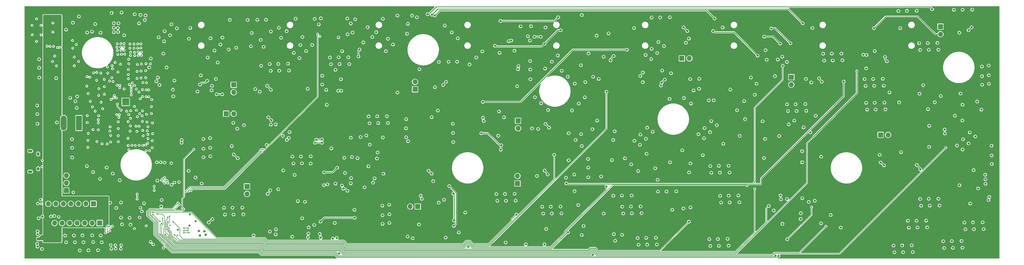
<source format=gbl>
G04 #@! TF.GenerationSoftware,KiCad,Pcbnew,(6.0.10)*
G04 #@! TF.CreationDate,2024-12-09T21:13:32+01:00*
G04 #@! TF.ProjectId,3_12_2024_MainBoardMCUwInstruments,335f3132-5f32-4303-9234-5f4d61696e42,rev?*
G04 #@! TF.SameCoordinates,Original*
G04 #@! TF.FileFunction,Copper,L4,Bot*
G04 #@! TF.FilePolarity,Positive*
%FSLAX46Y46*%
G04 Gerber Fmt 4.6, Leading zero omitted, Abs format (unit mm)*
G04 Created by KiCad (PCBNEW (6.0.10)) date 2024-12-09 21:13:32*
%MOMM*%
%LPD*%
G01*
G04 APERTURE LIST*
G04 #@! TA.AperFunction,ComponentPad*
%ADD10R,1.700000X1.700000*%
G04 #@! TD*
G04 #@! TA.AperFunction,ComponentPad*
%ADD11O,1.700000X1.700000*%
G04 #@! TD*
G04 #@! TA.AperFunction,ComponentPad*
%ADD12O,1.550000X0.890000*%
G04 #@! TD*
G04 #@! TA.AperFunction,ComponentPad*
%ADD13O,0.950000X1.250000*%
G04 #@! TD*
G04 #@! TA.AperFunction,ComponentPad*
%ADD14R,2.020000X5.020000*%
G04 #@! TD*
G04 #@! TA.AperFunction,ComponentPad*
%ADD15O,2.020000X5.020000*%
G04 #@! TD*
G04 #@! TA.AperFunction,ComponentPad*
%ADD16C,0.500000*%
G04 #@! TD*
G04 #@! TA.AperFunction,SMDPad,CuDef*
%ADD17R,2.450000X2.450000*%
G04 #@! TD*
G04 #@! TA.AperFunction,ViaPad*
%ADD18C,0.800000*%
G04 #@! TD*
G04 #@! TA.AperFunction,ViaPad*
%ADD19C,0.500000*%
G04 #@! TD*
G04 #@! TA.AperFunction,ViaPad*
%ADD20C,0.700000*%
G04 #@! TD*
G04 #@! TA.AperFunction,Conductor*
%ADD21C,0.250000*%
G04 #@! TD*
G04 #@! TA.AperFunction,Conductor*
%ADD22C,0.127000*%
G04 #@! TD*
G04 APERTURE END LIST*
D10*
X213350000Y-187800000D03*
D11*
X213350000Y-185260000D03*
D10*
X117450000Y-154365000D03*
D11*
X117450000Y-156905000D03*
D10*
X72170000Y-201200000D03*
D11*
X69630000Y-201200000D03*
X67090000Y-201200000D03*
X64550000Y-201200000D03*
X62010000Y-201200000D03*
X59470000Y-201200000D03*
X56930000Y-201200000D03*
D10*
X178750000Y-155900000D03*
D11*
X178750000Y-153360000D03*
D10*
X268900000Y-145397500D03*
D11*
X271440000Y-145397500D03*
D10*
X70050000Y-194665104D03*
D11*
X67510000Y-194665104D03*
X64970000Y-194665104D03*
X62430000Y-194665104D03*
X59890000Y-194665104D03*
X57350000Y-194665104D03*
X54810000Y-194665104D03*
D10*
X305875000Y-151775000D03*
D11*
X305875000Y-154315000D03*
D12*
X48685000Y-176800000D03*
D13*
X51385000Y-177800000D03*
D12*
X48685000Y-183800000D03*
D13*
X51385000Y-182800000D03*
D10*
X336079000Y-171334000D03*
D11*
X338619000Y-171334000D03*
D14*
X65160000Y-167275000D03*
D15*
X59980000Y-167275000D03*
D10*
X121960000Y-188775000D03*
D11*
X121960000Y-191315000D03*
D10*
X213538000Y-166552000D03*
D11*
X213538000Y-169092000D03*
D16*
X79975000Y-161125000D03*
X80950000Y-159175000D03*
X81925000Y-160150000D03*
X80950000Y-161125000D03*
X80950000Y-160150000D03*
X81925000Y-161125000D03*
X79975000Y-159175000D03*
X79975000Y-160150000D03*
X81925000Y-159175000D03*
D17*
X80950000Y-160150000D03*
D10*
X179669608Y-195592370D03*
D11*
X177129608Y-195592370D03*
D10*
X60930000Y-190165000D03*
D11*
X60930000Y-187625000D03*
X60930000Y-185085000D03*
D10*
X356290000Y-134680000D03*
D11*
X356290000Y-137220000D03*
D10*
X114900000Y-164150000D03*
D11*
X117440000Y-164150000D03*
D18*
X307340000Y-160930000D03*
D19*
X88750000Y-158450000D03*
X84900000Y-147450000D03*
X84450000Y-168350000D03*
D18*
X237220000Y-179500001D03*
X352330000Y-142520000D03*
X51025000Y-208200000D03*
D19*
X76550000Y-148950000D03*
D18*
X131660000Y-167770000D03*
X63460000Y-205410000D03*
X348520000Y-202700000D03*
D19*
X78400000Y-166900000D03*
D18*
X370890000Y-203230000D03*
X272860000Y-156260000D03*
X234840000Y-171055000D03*
X69980000Y-207630000D03*
X233890000Y-195065000D03*
X309532500Y-176837500D03*
X281760000Y-184120000D03*
X176030000Y-137110000D03*
X105750000Y-203860000D03*
D19*
X86150000Y-152050000D03*
D18*
X157430000Y-178830000D03*
X278520000Y-181860000D03*
D19*
X96007724Y-201936894D03*
D18*
X342070001Y-129380000D03*
X319890000Y-146100000D03*
X269427500Y-196257500D03*
X251660000Y-195600000D03*
D19*
X76260452Y-151938960D03*
D18*
X186770000Y-146620000D03*
X345280000Y-200440000D03*
D19*
X69950000Y-169550000D03*
D18*
X224610000Y-195640000D03*
X191525000Y-167563489D03*
X260460000Y-208470000D03*
X192949999Y-146540000D03*
X74523512Y-182386649D03*
D19*
X86150000Y-149700000D03*
D18*
X264905466Y-180625465D03*
X132530000Y-147300000D03*
X117320000Y-167260000D03*
D19*
X86652958Y-163191035D03*
X73754538Y-154989088D03*
D18*
X140170000Y-178640000D03*
X373630000Y-181199999D03*
X167880000Y-132000000D03*
X176375000Y-173463489D03*
D19*
X81957532Y-164443993D03*
D18*
X370100000Y-162777500D03*
X163390000Y-167380000D03*
X111429800Y-152400000D03*
X214390000Y-134580000D03*
X348180000Y-200400000D03*
D19*
X90050000Y-170900000D03*
D18*
X352482000Y-168279750D03*
D19*
X71225000Y-150150000D03*
D18*
X155070000Y-184220000D03*
X281430000Y-208890000D03*
X265253558Y-150462186D03*
X355270000Y-140180000D03*
D19*
X86650000Y-158350000D03*
D18*
X137255392Y-205812500D03*
D19*
X86700000Y-174850000D03*
D18*
X349430000Y-142560000D03*
X135330000Y-136200000D03*
X166093619Y-177281119D03*
X372630000Y-151110000D03*
X217530000Y-139380000D03*
D19*
X71800000Y-164850000D03*
D18*
X110971026Y-142782405D03*
X52825000Y-198975000D03*
X181034608Y-192992370D03*
X201710000Y-165510000D03*
X349770000Y-195330000D03*
D19*
X82850000Y-156775000D03*
D18*
X116170000Y-132390000D03*
X65143351Y-131253512D03*
X69932405Y-183928974D03*
X252770000Y-135150000D03*
X60490000Y-205410000D03*
X269580000Y-158830000D03*
X156190000Y-145020000D03*
X278031250Y-159615000D03*
X276002500Y-178190000D03*
X315925000Y-201275000D03*
X165873360Y-179321640D03*
X319550000Y-143800000D03*
D19*
X90000000Y-167250000D03*
X88500754Y-172594544D03*
D18*
X94810000Y-148485000D03*
D19*
X74900000Y-150400000D03*
D18*
X107230000Y-176030000D03*
D19*
X80450000Y-155750000D03*
D18*
X222462500Y-208425000D03*
X351800000Y-202660000D03*
X231790000Y-163050000D03*
X136150000Y-149560000D03*
D19*
X73150000Y-162450000D03*
D18*
X371474500Y-186380500D03*
X157630000Y-136650000D03*
X97415000Y-152900000D03*
X310960000Y-163190000D03*
X284700000Y-181780000D03*
X132710000Y-135040000D03*
X154050989Y-188481511D03*
X152250000Y-206225000D03*
X285040000Y-184080000D03*
X95969087Y-137577035D03*
X365769087Y-174217035D03*
X180220000Y-149100000D03*
X51770000Y-151900000D03*
X179350000Y-131510000D03*
D19*
X57000000Y-144600000D03*
D18*
X213680000Y-148042500D03*
X168070000Y-184520000D03*
X107590000Y-204010000D03*
X153670000Y-152473750D03*
X120340000Y-195960000D03*
X258526762Y-145665929D03*
X307680000Y-163230000D03*
X340770000Y-211100000D03*
X57450000Y-152100000D03*
X224971026Y-146532405D03*
X57750000Y-167150000D03*
X132870000Y-149600000D03*
D19*
X84550000Y-155800000D03*
D18*
X249691107Y-179277675D03*
X78950000Y-186700000D03*
X123532500Y-136810000D03*
X235673750Y-202192500D03*
D19*
X50800000Y-139650000D03*
D18*
X128605000Y-174730000D03*
X75717400Y-194284600D03*
X135402662Y-173039572D03*
X135810000Y-147260000D03*
X323170000Y-146060000D03*
D20*
X63280000Y-190780000D03*
D18*
X309995000Y-168785000D03*
X65460000Y-210470000D03*
X278833351Y-166673512D03*
X151840000Y-149303750D03*
X142722600Y-204749400D03*
D19*
X54400000Y-141300000D03*
D18*
X109570000Y-178590000D03*
X142798800Y-202666600D03*
D19*
X86650000Y-156000000D03*
D18*
X270281400Y-140106400D03*
X175700000Y-169113489D03*
X129630000Y-147340000D03*
X346610000Y-208720000D03*
D19*
X69025000Y-159975000D03*
X78650000Y-165400000D03*
D18*
X167700000Y-195290001D03*
D19*
X78350000Y-150050000D03*
D18*
X154095000Y-142965000D03*
D19*
X69725000Y-161825000D03*
D18*
X64390000Y-162180000D03*
X157033619Y-187751119D03*
X206220000Y-191370000D03*
X141951026Y-142952405D03*
X288350000Y-194170000D03*
X180100000Y-201650000D03*
X209460000Y-193630000D03*
X106090000Y-205440000D03*
X363075000Y-157327500D03*
X371424500Y-184810500D03*
X195694608Y-197632370D03*
D19*
X88462785Y-171164401D03*
D18*
X189100000Y-206100000D03*
X143450000Y-178600000D03*
X248630000Y-191890000D03*
D19*
X89300000Y-147250000D03*
X77400000Y-146800000D03*
D18*
X351990000Y-140220000D03*
D19*
X63000000Y-139350000D03*
D18*
X237260000Y-182400000D03*
X235080000Y-175080000D03*
X361880000Y-174910000D03*
X261570000Y-131560000D03*
X180664608Y-191922370D03*
X245730001Y-191930000D03*
X151630000Y-201170000D03*
D19*
X78450000Y-169200000D03*
D18*
X262840113Y-141239441D03*
X219261107Y-158577675D03*
X348250000Y-129300000D03*
X109490000Y-172410000D03*
X227890000Y-195600000D03*
X218287600Y-169138600D03*
X63960000Y-159970000D03*
X162730000Y-134860000D03*
X108020000Y-205180000D03*
X342330000Y-160330000D03*
X271812500Y-180990000D03*
X372670000Y-154010000D03*
D19*
X89650000Y-161750000D03*
D18*
X170080000Y-201130000D03*
X315985000Y-178705000D03*
D19*
X86600000Y-166750000D03*
X65000000Y-146450000D03*
D18*
X242483750Y-197972500D03*
D19*
X71919398Y-155621895D03*
D18*
X354360000Y-160260000D03*
X88910000Y-148485000D03*
D19*
X88750000Y-156100000D03*
D20*
X52230000Y-193300000D03*
D19*
X49300000Y-134250000D03*
D18*
X274520000Y-171100000D03*
X82250000Y-199430000D03*
X167780000Y-201470000D03*
X333880000Y-154690000D03*
D19*
X87650000Y-174750000D03*
D18*
X94102325Y-136191106D03*
X102310000Y-138770000D03*
D19*
X76700000Y-153250000D03*
D18*
X177750000Y-130950000D03*
D19*
X83950000Y-154600000D03*
D18*
X252860000Y-173310000D03*
X112050000Y-146842500D03*
D19*
X83050000Y-174850000D03*
D18*
X337350000Y-160400000D03*
D19*
X89650000Y-164100000D03*
X67800000Y-154800000D03*
D18*
X282170000Y-194250000D03*
X206857600Y-171602400D03*
X153770000Y-156413750D03*
X276386762Y-172485929D03*
X343670000Y-211060000D03*
X60830000Y-207710000D03*
X373550000Y-175020000D03*
X146888200Y-206121000D03*
X296690000Y-179150000D03*
D19*
X88975000Y-176675000D03*
D18*
X255700000Y-153470000D03*
D19*
X73703913Y-152521142D03*
D18*
X91643200Y-186817000D03*
X342954000Y-177174000D03*
X122170000Y-132410000D03*
X357560000Y-209630000D03*
X175750000Y-165988489D03*
X221340000Y-160600000D03*
X364710000Y-203310000D03*
X271710000Y-152430000D03*
X93660000Y-143785000D03*
X149140989Y-188061511D03*
D19*
X81850000Y-152300000D03*
X84600000Y-163000000D03*
D18*
X246210000Y-170125000D03*
X144653000Y-201853800D03*
X310620000Y-160890000D03*
X254117595Y-183591026D03*
D19*
X82552370Y-168278802D03*
D18*
X339075000Y-156935000D03*
X340430000Y-208800000D03*
X302200000Y-191850000D03*
D19*
X81850000Y-149200000D03*
D18*
X226993351Y-144453512D03*
X92080000Y-138270000D03*
X372590000Y-147830000D03*
X124165392Y-205382500D03*
X51100000Y-164280000D03*
X282898750Y-174365000D03*
X260549087Y-143587035D03*
X370370000Y-154350000D03*
D20*
X104600000Y-200600000D03*
D19*
X84900000Y-165150000D03*
X86750000Y-153600000D03*
D18*
X130008974Y-167847595D03*
X346950000Y-211020000D03*
X144820000Y-132050000D03*
X292220000Y-151920000D03*
X230370000Y-151640000D03*
X300385000Y-151442500D03*
X69570000Y-136360000D03*
X164553619Y-187511119D03*
X254882325Y-171231106D03*
X137270000Y-178680000D03*
X199441026Y-145122405D03*
X152790000Y-156383750D03*
X230650000Y-179925000D03*
X107190000Y-172750001D03*
X299950000Y-196925000D03*
X153250000Y-147360000D03*
X56825000Y-198775000D03*
X363760000Y-128950000D03*
X51060000Y-161380001D03*
X62850000Y-175680000D03*
X251910000Y-191850000D03*
D19*
X89750000Y-159350000D03*
D18*
X336820000Y-152350000D03*
D19*
X78050000Y-154500000D03*
D18*
X248720000Y-205160000D03*
D19*
X85850000Y-159100000D03*
D18*
X253940000Y-206250000D03*
X125450000Y-132370000D03*
D19*
X56400000Y-136500000D03*
D18*
X123292500Y-141330000D03*
X62810000Y-172780001D03*
X79375000Y-194259200D03*
D19*
X70150000Y-150300000D03*
D18*
X304780000Y-163270000D03*
X108680000Y-145130000D03*
X141557500Y-193995000D03*
D19*
X81950000Y-145700000D03*
D18*
X117060000Y-196000000D03*
X67853512Y-181906649D03*
X212740000Y-193590000D03*
X249100000Y-197940000D03*
D20*
X58350000Y-199080000D03*
D18*
X196725000Y-209200000D03*
X357220000Y-207330000D03*
X297030000Y-172690000D03*
X334410000Y-162740000D03*
X169600000Y-138770000D03*
X267010000Y-190450000D03*
X368060113Y-171869441D03*
X254280000Y-208550000D03*
X126700000Y-147900000D03*
D19*
X68000000Y-167150000D03*
D18*
X211250000Y-139362500D03*
X70640000Y-133800000D03*
X129970000Y-149640000D03*
X313800000Y-193637500D03*
X331170000Y-160480000D03*
X51730000Y-148620000D03*
X148940000Y-161163750D03*
D19*
X87700000Y-151950000D03*
X71700000Y-169600000D03*
D18*
X233001106Y-173057675D03*
X260830001Y-190530000D03*
X63800000Y-207710000D03*
X85960000Y-130700000D03*
X352670000Y-195290000D03*
X344970000Y-129340000D03*
D19*
X52300000Y-134250000D03*
D18*
X278860000Y-184160000D03*
X257173351Y-168883512D03*
X152910000Y-145060000D03*
X217730000Y-152470000D03*
X297180000Y-142645000D03*
D19*
X74670000Y-174400000D03*
D18*
X372780750Y-192334250D03*
X330980000Y-154730000D03*
X221710000Y-195680000D03*
X222050000Y-197980000D03*
D20*
X51260000Y-194620000D03*
D18*
X130030000Y-136310000D03*
X349090000Y-140260000D03*
X284370000Y-206550000D03*
D19*
X82000000Y-147250000D03*
X83875000Y-203025000D03*
D18*
X263730000Y-190490000D03*
X150010000Y-145100000D03*
X165950000Y-165040000D03*
X188770000Y-134320000D03*
X156530000Y-147320000D03*
X120680000Y-198260000D03*
X190050000Y-146580000D03*
D19*
X88400000Y-174150000D03*
D18*
X337690000Y-162700000D03*
D19*
X56550000Y-141350000D03*
D18*
X140680000Y-138160000D03*
X92964000Y-195580000D03*
D19*
X81750000Y-172500000D03*
D18*
X134207500Y-183385000D03*
X260120000Y-206170000D03*
D19*
X52350000Y-137450000D03*
X82175000Y-154300000D03*
D18*
X157083619Y-185941119D03*
X68360000Y-210430000D03*
X278530000Y-208930000D03*
X106636488Y-187813351D03*
X230653512Y-170766649D03*
X248760000Y-195640000D03*
X71640000Y-210390000D03*
D19*
X83175000Y-153750000D03*
D18*
X264770000Y-159150000D03*
X217650000Y-146290001D03*
X93116400Y-193395600D03*
X278190000Y-206630000D03*
X284730000Y-191910000D03*
X245244000Y-179871250D03*
X109530000Y-175690000D03*
D19*
X77850000Y-158850000D03*
D18*
X367610000Y-203270000D03*
D19*
X75600000Y-170000000D03*
D18*
X272000000Y-160740000D03*
X271820000Y-195877500D03*
D19*
X49350000Y-137400000D03*
D18*
X201463351Y-143043512D03*
X113640000Y-138350000D03*
X151850989Y-187841511D03*
X363740000Y-209550000D03*
X51200000Y-203950000D03*
X235093750Y-205232500D03*
X262255000Y-149542500D03*
X62225000Y-158800000D03*
X302830000Y-144890000D03*
D19*
X57550000Y-147950000D03*
D18*
X158520000Y-132190000D03*
X161260000Y-140020000D03*
X175725000Y-172138489D03*
X255700000Y-150200000D03*
X213240000Y-154842500D03*
X355950000Y-195250000D03*
X222840000Y-134960000D03*
D20*
X90270000Y-208410000D03*
D18*
X333540000Y-152390000D03*
X296180000Y-166730000D03*
D19*
X87850000Y-156050000D03*
D18*
X84000000Y-130475000D03*
X60830000Y-135680000D03*
X51150000Y-209175000D03*
D20*
X92780000Y-180612000D03*
D18*
X63121026Y-133332405D03*
X140587500Y-199565000D03*
X66360000Y-205370000D03*
D19*
X71230000Y-173620000D03*
D18*
X210370000Y-139582500D03*
D19*
X70650000Y-163275000D03*
D18*
X77800200Y-196062600D03*
X367040000Y-128910000D03*
X118650000Y-169250000D03*
X257180000Y-208510000D03*
X67950000Y-136650000D03*
D19*
X56200000Y-146450000D03*
X78450000Y-171600000D03*
D18*
X264850000Y-131520000D03*
D19*
X58700000Y-141700000D03*
X87877645Y-202109215D03*
D18*
X142519400Y-206019400D03*
D19*
X88159038Y-166987876D03*
D18*
X367500000Y-183280000D03*
D19*
X87800000Y-147200000D03*
D18*
X93946762Y-139655929D03*
X288425000Y-171675000D03*
X62890000Y-178960000D03*
X312327500Y-170500000D03*
X282700000Y-134960000D03*
X281420000Y-181820000D03*
X349430000Y-193030000D03*
X212400000Y-191290000D03*
X72530000Y-205410000D03*
X260973351Y-139853512D03*
X72280000Y-186220000D03*
D19*
X63550000Y-144950000D03*
X82850000Y-157800000D03*
D18*
X104557594Y-185791026D03*
X64580000Y-158320000D03*
D19*
X85500000Y-174850000D03*
D18*
X316650000Y-143840000D03*
X241584000Y-185421250D03*
D19*
X86500000Y-164900000D03*
D18*
X99870625Y-173987500D03*
X154800989Y-179054011D03*
X265667500Y-196687500D03*
X76200000Y-130020000D03*
D19*
X84750000Y-170150000D03*
D18*
X143973351Y-140873512D03*
X363902325Y-172831106D03*
D19*
X88007164Y-164342744D03*
X78850000Y-164450000D03*
X98400000Y-205325000D03*
D18*
X107270000Y-178930000D03*
X357694500Y-169504750D03*
X137610000Y-180980000D03*
X169570000Y-167300000D03*
X274730000Y-155710000D03*
X322830000Y-143760000D03*
X259040113Y-170269441D03*
X255280000Y-197860000D03*
X242460000Y-144860000D03*
X124764800Y-155803600D03*
X167850989Y-172204011D03*
X87700000Y-130870000D03*
D19*
X77925000Y-164475000D03*
X86250000Y-147300000D03*
D18*
X356382325Y-158181107D03*
X343330000Y-208760000D03*
X363400000Y-207250000D03*
X366193351Y-170483512D03*
D20*
X89380000Y-207560000D03*
D18*
X256749087Y-172617035D03*
X331510000Y-162780000D03*
X146920000Y-131850000D03*
X237375000Y-143733574D03*
X302875000Y-201475000D03*
X217690000Y-149190000D03*
D19*
X85500000Y-168400000D03*
D18*
X133490000Y-138430000D03*
X287552500Y-162972500D03*
X342700000Y-135180000D03*
D19*
X72550000Y-150400000D03*
D18*
X370550000Y-200930000D03*
X188494608Y-193292370D03*
X322597500Y-202717500D03*
D20*
X99000000Y-187300000D03*
D19*
X82050000Y-176380000D03*
X89950000Y-173300000D03*
X86855456Y-171607365D03*
D18*
X166290000Y-167340000D03*
X87154489Y-194520841D03*
X142467500Y-155725000D03*
X191117594Y-136611026D03*
X51690000Y-145720001D03*
X216162500Y-208400000D03*
X171280000Y-140750000D03*
X115742500Y-142420000D03*
X147960989Y-188371511D03*
X92370000Y-154415000D03*
X316990000Y-146140000D03*
D19*
X82450000Y-170050000D03*
D20*
X85650000Y-199310000D03*
D18*
X256660000Y-144280000D03*
D19*
X63600000Y-147900000D03*
D20*
X102480000Y-202060000D03*
D18*
X224950000Y-197940000D03*
X143459200Y-181051200D03*
X148742400Y-156083000D03*
D19*
X76850000Y-158750000D03*
D18*
X169230000Y-165000000D03*
X260720000Y-186510000D03*
X330640000Y-152430000D03*
D19*
X52450000Y-194665104D03*
D18*
X105225000Y-156625000D03*
X244144800Y-136956800D03*
X197150000Y-147470000D03*
X66700000Y-207670000D03*
D19*
X71700000Y-167250000D03*
D18*
X294140000Y-154000000D03*
X232717595Y-153931026D03*
X223062500Y-203175000D03*
X140510000Y-180940000D03*
D19*
X72650000Y-160250000D03*
X82650000Y-163150000D03*
X63050000Y-141950000D03*
D18*
X278409087Y-170407035D03*
X301782500Y-171707500D03*
D19*
X75900000Y-171500000D03*
D18*
X117400000Y-198300000D03*
X176257500Y-205755000D03*
X79700000Y-201650000D03*
X223687595Y-162891026D03*
X360120000Y-207290000D03*
X352068974Y-162607595D03*
D19*
X84800000Y-149850000D03*
X86700000Y-169800000D03*
D18*
X349200000Y-157385000D03*
X201950000Y-166640000D03*
D19*
X146600000Y-137950000D03*
D18*
X276542325Y-169021106D03*
X170040000Y-198230000D03*
X254940000Y-195560000D03*
X76602405Y-184408974D03*
D19*
X73750000Y-157550000D03*
D18*
X281090000Y-206590000D03*
D19*
X55400000Y-141350000D03*
D18*
X91860000Y-151915000D03*
X367270000Y-200970000D03*
D19*
X87700000Y-149600000D03*
X68200000Y-175550000D03*
D18*
X52670000Y-209980000D03*
X313030000Y-135150000D03*
X209362500Y-207772000D03*
X360860001Y-128990000D03*
D19*
X82900000Y-154950000D03*
D18*
X284710000Y-208850000D03*
X371514500Y-187910500D03*
X168860000Y-142980000D03*
D19*
X56400000Y-133450000D03*
D18*
X370330000Y-151450000D03*
D19*
X68850000Y-151800000D03*
D18*
X280700113Y-168059441D03*
X109982000Y-156235400D03*
D19*
X87850000Y-176700000D03*
X77150000Y-158000000D03*
D18*
X236103351Y-158623512D03*
D19*
X75700000Y-168600000D03*
X82550000Y-165700000D03*
D18*
X157040000Y-172270000D03*
X147390000Y-151283750D03*
X304400000Y-146630000D03*
D19*
X52635000Y-182100000D03*
D18*
X271317500Y-184040000D03*
D19*
X74800000Y-148300000D03*
X79158707Y-147395407D03*
D18*
X228291107Y-149617675D03*
X281830000Y-191950000D03*
X311780000Y-194025000D03*
X170000000Y-194950000D03*
D19*
X78450000Y-173650000D03*
X75850000Y-173750000D03*
D18*
X361161250Y-164838750D03*
X51525000Y-199550000D03*
X191550000Y-170663489D03*
X352469500Y-175404750D03*
X334070000Y-160440000D03*
X164300000Y-138200000D03*
D19*
X87950000Y-153650000D03*
D18*
X258670000Y-131600000D03*
X259917500Y-182620000D03*
X288010000Y-191870000D03*
X213530000Y-149112500D03*
X330230000Y-144180000D03*
D19*
X78975000Y-154550000D03*
D18*
X155830000Y-131900000D03*
X96903022Y-156012867D03*
X87440000Y-132400000D03*
D19*
X75500000Y-153050000D03*
D18*
X254726762Y-174695929D03*
X209120000Y-191330000D03*
X352330000Y-192990000D03*
X364370000Y-201010000D03*
D19*
X67900000Y-151600000D03*
D18*
X157020000Y-133590000D03*
D19*
X76375000Y-147875000D03*
D18*
X355610000Y-142480000D03*
X222680000Y-148880000D03*
X246370000Y-207200000D03*
X165610000Y-136550000D03*
X258682325Y-142201106D03*
X251770000Y-181300000D03*
X369012000Y-189453000D03*
X72870000Y-207710000D03*
X126590000Y-139160000D03*
X363750000Y-161102500D03*
D19*
X81800000Y-174950000D03*
X83900000Y-161700000D03*
D18*
X363746762Y-176295929D03*
D19*
X85650000Y-164150000D03*
D18*
X72470000Y-136740000D03*
X138027500Y-184905000D03*
X137770000Y-143550000D03*
D19*
X68275000Y-157300000D03*
D18*
X363675000Y-166452500D03*
D19*
X81800000Y-166850000D03*
D18*
X79360000Y-199350000D03*
X146220000Y-133910000D03*
X370290000Y-148170001D03*
X51175000Y-204975000D03*
X252000000Y-197900000D03*
X114160000Y-196040000D03*
X234780000Y-147740000D03*
X160333619Y-172041119D03*
X163050000Y-165080000D03*
D19*
X68000000Y-164800000D03*
D18*
X114500000Y-198340000D03*
D19*
X71850000Y-157950000D03*
D18*
X51140000Y-167560000D03*
D19*
X87850000Y-158400000D03*
D18*
X331187500Y-148815000D03*
D19*
X89950000Y-175650000D03*
D18*
X274770000Y-152340000D03*
X161690989Y-189074011D03*
D19*
X64250000Y-140700000D03*
D18*
X162993619Y-181991119D03*
X158260000Y-196720000D03*
X290260000Y-166000000D03*
X366362000Y-194603000D03*
X193196488Y-138633351D03*
X167740000Y-198570000D03*
X139980000Y-140890000D03*
X306885000Y-166485000D03*
X98260113Y-135229441D03*
D19*
X50800000Y-132000000D03*
D18*
X304440000Y-160970000D03*
X120960000Y-168040000D03*
X240080000Y-137730000D03*
X146558000Y-204876400D03*
X127540000Y-141510000D03*
D19*
X88250000Y-169949412D03*
D18*
X302375000Y-193150000D03*
X256976329Y-177743174D03*
X150350000Y-147400000D03*
X186450000Y-163088489D03*
X138390000Y-131980000D03*
X254850000Y-151380000D03*
X217950000Y-134560000D03*
X345620000Y-202740000D03*
X99850000Y-173100000D03*
D20*
X55670000Y-198940000D03*
D19*
X85450000Y-156800000D03*
X78950000Y-155350000D03*
D18*
X357744500Y-170854750D03*
D19*
X71150000Y-152850000D03*
X71725000Y-166175000D03*
D18*
X351460000Y-200360000D03*
X102790000Y-135090000D03*
X234081026Y-160702405D03*
X109640000Y-138620000D03*
D19*
X82850000Y-155850000D03*
D18*
X112993351Y-140703512D03*
X360460000Y-209590000D03*
X310845200Y-152374600D03*
X128349999Y-132330000D03*
X191650000Y-173738489D03*
X238680000Y-169395000D03*
X102210000Y-183500000D03*
D19*
X57950000Y-141750000D03*
X68300000Y-170800000D03*
D20*
X96390000Y-180920000D03*
D18*
X285070000Y-194210000D03*
D19*
X84200000Y-174900000D03*
D20*
X97440000Y-187450000D03*
D19*
X81300000Y-163300000D03*
D18*
X110134400Y-154711400D03*
X355610000Y-192950000D03*
X373590000Y-178300000D03*
X228230000Y-197900000D03*
D19*
X52784966Y-179962500D03*
X68200000Y-173200000D03*
X84800000Y-152200000D03*
D20*
X94118817Y-180735364D03*
D18*
X69640000Y-205330000D03*
X207100000Y-163420000D03*
X237300000Y-185680000D03*
D19*
X92525000Y-200575000D03*
D18*
X184375000Y-165313489D03*
X240800000Y-152360000D03*
X337160000Y-154650000D03*
X245700000Y-173045000D03*
X96393351Y-133843512D03*
X279676250Y-159597500D03*
X82590000Y-201730000D03*
X216890000Y-137930000D03*
X139660000Y-145300000D03*
X256840000Y-206210000D03*
X97047701Y-158247299D03*
D19*
X76050000Y-159300000D03*
D18*
X293540000Y-157750000D03*
X245920000Y-204960000D03*
D19*
X88450129Y-168595205D03*
D18*
X289948750Y-159887500D03*
D19*
X73000000Y-174350000D03*
D18*
X206560000Y-193670000D03*
X79575000Y-129900000D03*
D19*
X81850000Y-150900000D03*
D18*
X333830000Y-135205000D03*
X218059231Y-168010769D03*
X232940000Y-188985000D03*
D19*
X74810000Y-178250000D03*
D18*
X116280000Y-190810000D03*
D19*
X73340000Y-179380000D03*
X72100000Y-179380000D03*
X77640000Y-177090000D03*
D18*
X132497500Y-191970000D03*
X117270000Y-190030000D03*
X215840000Y-140702500D03*
X126270000Y-154530000D03*
X133285000Y-173150000D03*
X269210000Y-138727500D03*
X152500000Y-140000000D03*
D19*
X73440000Y-178260000D03*
D18*
X332229799Y-138504799D03*
X137980000Y-162980000D03*
X139100000Y-163490000D03*
X312567500Y-151632500D03*
X138750000Y-161930000D03*
X114170000Y-187170000D03*
X129695392Y-205377500D03*
D19*
X72150000Y-177140000D03*
D18*
X141970000Y-165260000D03*
X112290000Y-187540000D03*
X307075000Y-199825000D03*
X280536250Y-158212000D03*
X217270000Y-184366231D03*
X140700000Y-166320000D03*
D19*
X74760000Y-177130000D03*
D18*
X113510000Y-187960000D03*
X184274608Y-189847370D03*
D19*
X79110000Y-178160000D03*
D18*
X157370989Y-177594011D03*
D19*
X72200000Y-178260000D03*
D18*
X270410000Y-141192500D03*
X336719000Y-175849000D03*
X182924608Y-187022370D03*
X123740000Y-156240000D03*
X118139500Y-172812750D03*
X135227500Y-191115000D03*
D19*
X77690000Y-178210000D03*
X79060000Y-177040000D03*
D18*
X119029500Y-175422750D03*
D19*
X71020000Y-178240000D03*
D18*
X140640000Y-165150000D03*
X262955201Y-180617701D03*
X185470000Y-153220000D03*
X234710000Y-169895000D03*
D19*
X76060000Y-179370000D03*
D18*
X360252500Y-135577500D03*
X140250000Y-162760000D03*
D19*
X76110000Y-177130000D03*
D18*
X297485000Y-141522500D03*
X364677000Y-192748000D03*
X190853964Y-192836613D03*
X182725000Y-154400000D03*
D19*
X73390000Y-177140000D03*
X76160000Y-178250000D03*
X74810000Y-176030000D03*
D18*
X309917500Y-152842500D03*
D19*
X77690000Y-175990000D03*
X76160000Y-176030000D03*
D18*
X337869000Y-178059000D03*
D19*
X74710000Y-179370000D03*
D18*
X209450000Y-148482500D03*
D19*
X79110000Y-175940000D03*
D18*
X265035000Y-151437500D03*
X113480000Y-186470000D03*
X346125000Y-158185000D03*
X220030000Y-183351731D03*
X206000000Y-161040000D03*
D19*
X73440000Y-176040000D03*
D18*
X116520000Y-189260000D03*
X110340000Y-148150000D03*
D19*
X71020000Y-176020000D03*
D18*
X115100000Y-190690000D03*
X150850353Y-158596711D03*
X123512500Y-139570000D03*
X300558750Y-169931250D03*
X166793619Y-180531119D03*
D19*
X79010000Y-179280000D03*
D18*
X236260000Y-149132500D03*
X363027500Y-134527500D03*
D19*
X70920000Y-179360000D03*
X72200000Y-176040000D03*
D18*
X123750000Y-155090000D03*
D19*
X77590000Y-179330000D03*
D18*
X141670000Y-164010000D03*
X178670000Y-130470000D03*
D19*
X70970000Y-177120000D03*
D18*
X220338000Y-167077000D03*
X108525000Y-153017500D03*
X106050000Y-154250000D03*
D19*
X82600000Y-143310000D03*
D18*
X269066316Y-176549086D03*
X91350000Y-153200000D03*
X304450000Y-193075000D03*
X314135000Y-164845000D03*
D19*
X79240000Y-141570000D03*
D18*
X150450989Y-175894011D03*
X372537000Y-193353000D03*
X362717000Y-188398000D03*
D19*
X80450000Y-142620000D03*
D18*
X271275000Y-138727500D03*
X177932500Y-206325000D03*
X305032500Y-167757500D03*
X368700000Y-160002500D03*
X150926800Y-206441500D03*
X163449119Y-174641119D03*
X219947701Y-185250731D03*
X162283619Y-171541119D03*
D19*
X82380000Y-140550000D03*
D18*
X229740000Y-185840000D03*
X89460000Y-145485000D03*
D19*
X82570000Y-144430000D03*
D18*
X155930000Y-137250000D03*
D19*
X80330000Y-141540000D03*
X83970000Y-144470000D03*
X85190000Y-144420000D03*
X86090000Y-140510000D03*
D18*
X131715392Y-203327500D03*
D19*
X80600000Y-143990000D03*
D18*
X285312500Y-155978000D03*
D19*
X78290000Y-144070000D03*
D18*
X235110000Y-130720000D03*
X208790000Y-165390000D03*
X312607500Y-153582500D03*
X126270000Y-156700000D03*
D19*
X79330000Y-140430000D03*
D18*
X176320000Y-133730000D03*
D19*
X80420000Y-140400000D03*
D18*
X185470000Y-155145000D03*
X116787451Y-175135299D03*
D19*
X83780000Y-142000000D03*
D18*
X212340000Y-142802500D03*
D19*
X85000000Y-141950000D03*
D18*
X132517500Y-189775000D03*
X139157500Y-193765000D03*
D19*
X79360000Y-142650000D03*
D18*
X335739000Y-178059000D03*
X301325000Y-145832500D03*
X147380000Y-154283750D03*
X309552500Y-180632500D03*
X240280000Y-166495000D03*
D19*
X86090000Y-141920000D03*
D18*
X319197500Y-198467500D03*
D19*
X86280000Y-144390000D03*
X78140000Y-142700000D03*
D18*
X165083619Y-186061119D03*
X85450000Y-133560000D03*
X184849608Y-186997370D03*
X159303619Y-179191119D03*
X238930000Y-151660000D03*
D19*
X78020000Y-141620000D03*
D18*
X207290000Y-143552500D03*
X118332500Y-141810000D03*
X362652990Y-136716303D03*
D19*
X85000000Y-140540000D03*
X82380000Y-141960000D03*
X85220000Y-143300000D03*
D18*
X220329231Y-169335769D03*
X309080000Y-197860000D03*
D19*
X83780000Y-140590000D03*
D18*
X334080000Y-142955000D03*
D19*
X86310000Y-143270000D03*
D18*
X106340000Y-151172500D03*
X193500000Y-204350000D03*
X350475000Y-154510000D03*
X186722701Y-194282701D03*
D19*
X78110000Y-140480000D03*
D18*
X136320000Y-170385000D03*
X261831680Y-154623473D03*
D19*
X84000000Y-143350000D03*
X79510000Y-144020000D03*
D20*
X54575000Y-132175000D03*
X85930000Y-196010000D03*
X53500000Y-132200000D03*
X70510000Y-199220000D03*
X91490000Y-180612000D03*
D18*
X58300000Y-185025000D03*
D20*
X68700000Y-196400000D03*
X58275000Y-132275000D03*
X56210000Y-207040000D03*
X56975000Y-132275000D03*
X93760000Y-209610000D03*
X102700000Y-198213000D03*
X54720000Y-185020000D03*
X71730000Y-193840000D03*
X53475000Y-131100000D03*
X55900000Y-131150000D03*
X56780000Y-185020000D03*
X77570000Y-209880000D03*
X79340000Y-209900000D03*
X54650000Y-131125000D03*
X76080000Y-209930000D03*
X98627000Y-203428457D03*
X58225000Y-131175000D03*
D18*
X53800000Y-205670000D03*
X52190000Y-206390000D03*
D20*
X71680000Y-196240000D03*
X72140000Y-199110000D03*
X86430000Y-197250000D03*
D18*
X309600000Y-192750000D03*
D20*
X75910000Y-208620000D03*
X55675000Y-132200000D03*
D18*
X70080000Y-196530000D03*
D20*
X72050000Y-195080000D03*
D18*
X74495000Y-201100000D03*
D20*
X77490000Y-208680000D03*
X56900000Y-131175000D03*
X74000000Y-199420000D03*
D18*
X96470000Y-188230000D03*
D20*
X79440000Y-208690000D03*
D18*
X54975000Y-205950000D03*
X232540000Y-184760000D03*
X76950000Y-133500000D03*
X78300000Y-135125000D03*
X236280000Y-153420000D03*
X331305000Y-144305000D03*
D20*
X152880000Y-138310000D03*
D18*
X76900000Y-135050000D03*
X134100500Y-171685000D03*
X232640000Y-190385000D03*
X80475000Y-137600000D03*
X131645392Y-205027500D03*
X76950000Y-136525000D03*
X78400000Y-136500000D03*
X136075000Y-172300000D03*
X129675392Y-204077500D03*
X78510000Y-133530000D03*
X309050000Y-199800000D03*
X297565000Y-145872500D03*
X113574000Y-157600000D03*
X111675500Y-157600000D03*
X349500000Y-183090000D03*
X348310000Y-181530000D03*
X296725000Y-138050000D03*
X302125000Y-140425000D03*
X305582119Y-140307521D03*
X299100000Y-135275000D03*
X245840000Y-144610000D03*
X244820000Y-146120000D03*
X145375500Y-172959114D03*
X147275000Y-172925000D03*
X154474119Y-189525000D03*
X155923619Y-190251119D03*
X172775000Y-130900000D03*
X172775000Y-157000000D03*
D19*
X102050000Y-202925000D03*
X100635000Y-202875000D03*
X95250000Y-187650000D03*
X93575000Y-186175000D03*
X94126414Y-187690659D03*
X93066452Y-186655295D03*
X90575000Y-188723500D03*
X90575000Y-190126500D03*
X94109345Y-185723583D03*
X94983536Y-186833536D03*
X75575000Y-203813000D03*
X76465000Y-202260000D03*
D18*
X205750000Y-141150000D03*
X227950000Y-135900000D03*
X222500000Y-140450000D03*
X250350000Y-142500000D03*
X201650000Y-160150000D03*
X191650000Y-191225000D03*
X191900500Y-200350000D03*
X109025000Y-200975000D03*
X110250036Y-199849964D03*
X301575000Y-212325000D03*
D19*
X98661986Y-194367979D03*
X312750000Y-195775000D03*
D18*
X304525000Y-206650000D03*
D19*
X90175000Y-198325000D03*
X358100000Y-175675000D03*
X290950000Y-188525000D03*
X95200679Y-200673828D03*
X94796670Y-203260615D03*
D18*
X230425000Y-204350000D03*
D19*
X317600000Y-202275000D03*
X93085042Y-201350000D03*
D18*
X129137701Y-165362701D03*
X130174598Y-166375000D03*
D19*
X99050000Y-194950000D03*
D18*
X300500000Y-212237000D03*
D19*
X91600000Y-198125000D03*
D18*
X298275000Y-195400000D03*
D19*
X103950000Y-176225000D03*
X100050000Y-196000000D03*
X126712254Y-176862254D03*
X102100000Y-190400000D03*
X127324754Y-176249754D03*
X101187254Y-190587254D03*
D18*
X229850000Y-187750000D03*
X323600000Y-153250000D03*
X271290000Y-200727500D03*
D19*
X95199586Y-199272726D03*
X94390500Y-204975000D03*
D18*
X302965000Y-147895000D03*
D19*
X293444596Y-187375500D03*
X293525000Y-189605000D03*
D18*
X279430000Y-136170000D03*
X294487500Y-144487500D03*
X243418688Y-188818688D03*
D19*
X95768638Y-198865932D03*
D18*
X243425000Y-156750000D03*
D19*
X97425000Y-205150000D03*
X328025000Y-149675000D03*
X93425000Y-199675000D03*
X100569683Y-196468225D03*
D18*
X238800000Y-211910000D03*
D19*
X97000000Y-200775000D03*
D18*
X225750000Y-178075000D03*
X153050000Y-211500000D03*
D19*
X89399754Y-197624754D03*
X90150000Y-197600000D03*
D18*
X212999964Y-198274964D03*
D19*
X145825000Y-137200000D03*
X102987746Y-190237746D03*
D18*
X144925500Y-174000000D03*
X147274500Y-173975000D03*
X158350000Y-199425000D03*
X146775000Y-200700000D03*
D19*
X84850000Y-191358000D03*
X84850000Y-193050000D03*
D18*
X188250201Y-154449799D03*
X189212299Y-153362701D03*
D19*
X74150000Y-204467000D03*
X74728127Y-202214402D03*
X75425000Y-202275000D03*
X74875000Y-204140000D03*
X100624638Y-204474425D03*
X102338000Y-204425000D03*
X79408514Y-162940349D03*
X78125578Y-160828547D03*
D18*
X263117299Y-152600201D03*
X262045000Y-153647000D03*
X227110000Y-131480000D03*
X207600000Y-132740000D03*
X221200000Y-138100000D03*
X219100500Y-138125000D03*
X338180000Y-146400000D03*
X337560000Y-144915500D03*
X201150000Y-170800000D03*
X207740000Y-176380000D03*
X207870000Y-174825500D03*
X118829500Y-179227750D03*
X117479500Y-177977750D03*
X130025000Y-156050000D03*
X128775000Y-154725000D03*
X160000000Y-142400000D03*
X159600000Y-144775000D03*
X337209000Y-181659000D03*
X336081701Y-180671701D03*
X315260201Y-152165201D03*
X316164799Y-153309799D03*
X269490000Y-134912500D03*
X270740000Y-136152500D03*
X224024231Y-168885769D03*
X222834231Y-167615769D03*
X366809799Y-134885201D03*
X365772701Y-135897299D03*
X223550000Y-184756231D03*
X222540000Y-183426231D03*
X190290251Y-188639749D03*
X191850000Y-202150000D03*
X152400000Y-182450000D03*
X148012607Y-184007206D03*
X183299608Y-183472370D03*
X184374408Y-184447170D03*
X128917500Y-191300000D03*
X129804799Y-190087701D03*
X353480000Y-128790000D03*
X279970000Y-131910000D03*
X185420000Y-130910000D03*
X182970000Y-130450000D03*
X309730000Y-133540000D03*
X184425000Y-130625000D03*
D19*
X101988000Y-203725000D03*
X100635000Y-203775000D03*
D21*
X348670000Y-131290000D02*
X337745000Y-131290000D01*
X337745000Y-131290000D02*
X333830000Y-135205000D01*
X354600000Y-137220000D02*
X348670000Y-131290000D01*
X356290000Y-137220000D02*
X354600000Y-137220000D01*
X106600000Y-153700000D02*
X107842500Y-153700000D01*
X106050000Y-154250000D02*
X106600000Y-153700000D01*
X107842500Y-153700000D02*
X108525000Y-153017500D01*
X113574000Y-157600000D02*
X111675500Y-157600000D01*
X349500000Y-182720000D02*
X348310000Y-181530000D01*
X349500000Y-183090000D02*
X349500000Y-182720000D01*
X302125000Y-140425000D02*
X299750000Y-138050000D01*
X299750000Y-138050000D02*
X296725000Y-138050000D01*
X299100000Y-135275000D02*
X300549598Y-135275000D01*
X300549598Y-135275000D02*
X305582119Y-140307521D01*
X244820000Y-146120000D02*
X244820000Y-145630000D01*
X244820000Y-145630000D02*
X245840000Y-144610000D01*
X145375500Y-172959114D02*
X147240886Y-172959114D01*
X147240886Y-172959114D02*
X147275000Y-172925000D01*
X154474119Y-189525000D02*
X155197500Y-189525000D01*
X155197500Y-189525000D02*
X155923619Y-190251119D01*
D22*
X102050000Y-202925000D02*
X102000000Y-202875000D01*
X102000000Y-202875000D02*
X100635000Y-202875000D01*
X95050000Y-187650000D02*
X93575000Y-186175000D01*
X95250000Y-187650000D02*
X95050000Y-187650000D01*
X93066452Y-186655295D02*
X93091050Y-186655295D01*
X93091050Y-186655295D02*
X94126414Y-187690659D01*
X90575000Y-188723500D02*
X90575000Y-190126500D01*
X94983536Y-186833536D02*
X94109345Y-185959345D01*
X94109345Y-185959345D02*
X94109345Y-185723583D01*
X75575000Y-203813000D02*
X75575000Y-203150000D01*
X75575000Y-203150000D02*
X76465000Y-202260000D01*
D21*
X205750000Y-141150000D02*
X206027500Y-141427500D01*
X206027500Y-141427500D02*
X221522500Y-141427500D01*
X222500000Y-140450000D02*
X227050000Y-135900000D01*
X221522500Y-141427500D02*
X222500000Y-140450000D01*
X227050000Y-135900000D02*
X227950000Y-135900000D01*
X201650000Y-160150000D02*
X214400000Y-160150000D01*
X214400000Y-160150000D02*
X223750000Y-150800000D01*
X223750000Y-150800000D02*
X232050000Y-142500000D01*
X232050000Y-142500000D02*
X250350000Y-142500000D01*
X192000000Y-200250500D02*
X192000000Y-191300000D01*
X191900500Y-200350000D02*
X192000000Y-200250500D01*
X192000000Y-191300000D02*
X191925000Y-191225000D01*
X191925000Y-191225000D02*
X191650000Y-191225000D01*
X110250036Y-199849964D02*
X109125000Y-200975000D01*
X109125000Y-200975000D02*
X109025000Y-200975000D01*
D22*
X90592000Y-201079448D02*
X88232254Y-198719702D01*
X301575000Y-212325000D02*
X301000000Y-212900000D01*
X125985773Y-211183000D02*
X96570656Y-211183000D01*
X90592000Y-205204344D02*
X90592000Y-201079448D01*
X312750000Y-198425000D02*
X312750000Y-195775000D01*
X126812273Y-212009500D02*
X125985773Y-211183000D01*
X96608965Y-196421000D02*
X98661986Y-194367979D01*
X152550000Y-212900000D02*
X151659500Y-212009500D01*
X88952413Y-196421000D02*
X96608965Y-196421000D01*
X88232254Y-198719702D02*
X88232254Y-197141159D01*
X301000000Y-212900000D02*
X152550000Y-212900000D01*
X88232254Y-197141159D02*
X88952413Y-196421000D01*
X96570656Y-211183000D02*
X90592000Y-205204344D01*
X151659500Y-212009500D02*
X126812273Y-212009500D01*
X304525000Y-206650000D02*
X312750000Y-198425000D01*
X91900000Y-200050000D02*
X91900000Y-204598043D01*
X299552669Y-212246000D02*
X300225169Y-211573500D01*
X322201500Y-211573500D02*
X358100000Y-175675000D01*
X97176957Y-209875000D02*
X126527565Y-209875000D01*
X300225169Y-211573500D02*
X322201500Y-211573500D01*
X238525169Y-211246500D02*
X239096500Y-211246500D01*
X240096000Y-212246000D02*
X299552669Y-212246000D01*
X90175000Y-198325000D02*
X91900000Y-200050000D01*
X127354065Y-210701500D02*
X153201500Y-210701500D01*
X154419000Y-211919000D02*
X237852669Y-211919000D01*
X239096500Y-211246500D02*
X240096000Y-212246000D01*
X237852669Y-211919000D02*
X238525169Y-211246500D01*
X153201500Y-210701500D02*
X154419000Y-211919000D01*
X91900000Y-204598043D02*
X97176957Y-209875000D01*
X126527565Y-209875000D02*
X127354065Y-210701500D01*
X245498169Y-188338500D02*
X229761500Y-204075169D01*
X290763500Y-188338500D02*
X245498169Y-188338500D01*
X94783885Y-202483885D02*
X94775000Y-202483885D01*
X155367136Y-209630000D02*
X154149636Y-208412500D01*
X128302201Y-208412500D02*
X127475701Y-207586000D01*
X96073000Y-204360448D02*
X95423000Y-203710448D01*
X196061500Y-208938500D02*
X195370000Y-209630000D01*
X154149636Y-208412500D02*
X128302201Y-208412500D01*
X95200679Y-200802425D02*
X95200679Y-200673828D01*
X98209905Y-207586000D02*
X96073000Y-205449095D01*
X127475701Y-207586000D02*
X98209905Y-207586000D01*
X195370000Y-209630000D02*
X155367136Y-209630000D01*
X224682552Y-209630000D02*
X198093331Y-209630000D01*
X94775000Y-202483885D02*
X94775000Y-201228104D01*
X94775000Y-201228104D02*
X95200679Y-200802425D01*
X196061500Y-208925169D02*
X196061500Y-208938500D01*
X95423000Y-203123000D02*
X94783885Y-202483885D01*
X196450169Y-208536500D02*
X196061500Y-208925169D01*
X196999831Y-208536500D02*
X196450169Y-208536500D01*
X95423000Y-203710448D02*
X95423000Y-203123000D01*
X198093331Y-209630000D02*
X196999831Y-208536500D01*
X229761500Y-204075169D02*
X229761500Y-204551052D01*
X229761500Y-204551052D02*
X224682552Y-209630000D01*
X96073000Y-205449095D02*
X96073000Y-204360448D01*
X290950000Y-188525000D02*
X290763500Y-188338500D01*
X224818000Y-209957000D02*
X230425000Y-204350000D01*
X128166753Y-208739500D02*
X154014188Y-208739500D01*
X95746000Y-204495897D02*
X95746000Y-205584543D01*
X94796670Y-203260615D02*
X95096000Y-203559945D01*
X95746000Y-205584543D02*
X98074457Y-207913000D01*
X155231688Y-209957000D02*
X224818000Y-209957000D01*
X98074457Y-207913000D02*
X127340253Y-207913000D01*
X127340253Y-207913000D02*
X128166753Y-208739500D01*
X95096000Y-203845896D02*
X95746000Y-204495897D01*
X154014188Y-208739500D02*
X155231688Y-209957000D01*
X95096000Y-203559945D02*
X95096000Y-203845896D01*
X127489513Y-210374500D02*
X153336948Y-210374500D01*
X299417221Y-211919000D02*
X300089721Y-211246500D01*
X238389721Y-210919500D02*
X239231948Y-210919500D01*
X153336948Y-210374500D02*
X154554448Y-211592000D01*
X308628500Y-211246500D02*
X317600000Y-202275000D01*
X92602000Y-201833042D02*
X92602000Y-204837595D01*
X126663013Y-209548000D02*
X127489513Y-210374500D01*
X154554448Y-211592000D02*
X237717221Y-211592000D01*
X92602000Y-204837595D02*
X97312405Y-209548000D01*
X97312405Y-209548000D02*
X126663013Y-209548000D01*
X240231448Y-211919000D02*
X299417221Y-211919000D01*
X300089721Y-211246500D02*
X308628500Y-211246500D01*
X93085042Y-201350000D02*
X92602000Y-201833042D01*
X237717221Y-211592000D02*
X238389721Y-210919500D01*
X239231948Y-210919500D02*
X240231448Y-211919000D01*
D21*
X129162299Y-165362701D02*
X130174598Y-166375000D01*
X129137701Y-165362701D02*
X129162299Y-165362701D01*
D22*
X88559254Y-197276607D02*
X89087861Y-196748000D01*
X152685448Y-212573000D02*
X151794948Y-211682500D01*
X96706104Y-210856000D02*
X90919000Y-205068896D01*
X126121221Y-210856000D02*
X96706104Y-210856000D01*
X126947721Y-211682500D02*
X126121221Y-210856000D01*
X88559254Y-198584254D02*
X88559254Y-197276607D01*
X97252000Y-196748000D02*
X99050000Y-194950000D01*
X300500000Y-212237000D02*
X300164000Y-212573000D01*
X90919000Y-200944000D02*
X88559254Y-198584254D01*
X89087861Y-196748000D02*
X97252000Y-196748000D01*
X300164000Y-212573000D02*
X152685448Y-212573000D01*
X90919000Y-205068896D02*
X90919000Y-200944000D01*
X151794948Y-211682500D02*
X126947721Y-211682500D01*
X297450000Y-196225000D02*
X298275000Y-195400000D01*
X154825344Y-210938000D02*
X237446325Y-210938000D01*
X94121000Y-198996000D02*
X94121000Y-202679000D01*
X153607844Y-209720500D02*
X154825344Y-210938000D01*
X93800000Y-203000000D02*
X93800000Y-205110699D01*
X97583301Y-208894000D02*
X126933909Y-208894000D01*
X287072448Y-211265000D02*
X297450000Y-200887448D01*
X127760409Y-209720500D02*
X153607844Y-209720500D01*
X238118825Y-210265500D02*
X239502844Y-210265500D01*
X297450000Y-200887448D02*
X297450000Y-196225000D01*
X237446325Y-210938000D02*
X238118825Y-210265500D01*
X93250000Y-198125000D02*
X94121000Y-198996000D01*
X93800000Y-205110699D02*
X97583301Y-208894000D01*
X91600000Y-198125000D02*
X93250000Y-198125000D01*
X239502844Y-210265500D02*
X240502344Y-211265000D01*
X94121000Y-202679000D02*
X93800000Y-203000000D01*
X126933909Y-208894000D02*
X127760409Y-209720500D01*
X240502344Y-211265000D02*
X287072448Y-211265000D01*
X100675000Y-190373309D02*
X100675000Y-179500000D01*
X100050000Y-196000000D02*
X100050000Y-192975000D01*
X100050000Y-192975000D02*
X100675000Y-192350000D01*
X100675000Y-192350000D02*
X100675000Y-190801199D01*
X100673754Y-190374555D02*
X100675000Y-190373309D01*
X100673754Y-190799953D02*
X100673754Y-190374555D01*
X100675000Y-190801199D02*
X100673754Y-190799953D01*
X100675000Y-179500000D02*
X103950000Y-176225000D01*
X114222508Y-189352000D02*
X126712254Y-176862254D01*
X102100000Y-190400000D02*
X103148000Y-189352000D01*
X103148000Y-189352000D02*
X114222508Y-189352000D01*
X101187254Y-190463364D02*
X102625618Y-189025000D01*
X126598555Y-176249754D02*
X127324754Y-176249754D01*
X101187254Y-190587254D02*
X101187254Y-190463364D01*
X114087060Y-189025000D02*
X126198754Y-176913306D01*
X126198754Y-176913306D02*
X126198754Y-176649555D01*
X102625618Y-189025000D02*
X114087060Y-189025000D01*
X126198754Y-176649555D02*
X126598555Y-176249754D01*
D21*
X229850000Y-187750000D02*
X230050000Y-187950000D01*
X295675000Y-187950000D02*
X295675000Y-186127195D01*
X295675000Y-186127195D02*
X323600000Y-158202195D01*
X323600000Y-158202195D02*
X323600000Y-153250000D01*
X230050000Y-187950000D02*
X295675000Y-187950000D01*
D22*
X153878740Y-209066500D02*
X155096240Y-210284000D01*
X127204805Y-208240000D02*
X128031305Y-209066500D01*
X239773740Y-209611500D02*
X240773240Y-210611000D01*
X94283170Y-203047916D02*
X94283170Y-204141971D01*
X94448000Y-202883086D02*
X94283170Y-203047916D01*
X94283170Y-204141971D02*
X95419000Y-205277801D01*
X95125000Y-199347312D02*
X95125000Y-199775000D01*
X237847929Y-209611500D02*
X239773740Y-209611500D01*
X155096240Y-210284000D02*
X237175429Y-210284000D01*
X95419000Y-205277801D02*
X95419000Y-205719991D01*
X97939009Y-208240000D02*
X127204805Y-208240000D01*
X94448000Y-200452000D02*
X94448000Y-202883086D01*
X128031305Y-209066500D02*
X153878740Y-209066500D01*
X95419000Y-205719991D02*
X97939009Y-208240000D01*
X261406500Y-210611000D02*
X271290000Y-200727500D01*
X95125000Y-199775000D02*
X94448000Y-200452000D01*
X95199586Y-199272726D02*
X95125000Y-199347312D01*
X240773240Y-210611000D02*
X261406500Y-210611000D01*
X237175429Y-210284000D02*
X237847929Y-209611500D01*
X237310877Y-210611000D02*
X237983377Y-209938500D01*
X153743292Y-209393500D02*
X154960792Y-210611000D01*
X293525000Y-189605000D02*
X293525000Y-204325000D01*
X127069357Y-208567000D02*
X127895857Y-209393500D01*
X94390500Y-205153939D02*
X97803561Y-208567000D01*
X293525000Y-204325000D02*
X291648000Y-206202000D01*
X240637792Y-210938000D02*
X286933000Y-210938000D01*
X239638292Y-209938500D02*
X240637792Y-210938000D01*
X302965000Y-152660000D02*
X302965000Y-147895000D01*
X293444596Y-187375500D02*
X293550000Y-187270096D01*
X293550000Y-187270096D02*
X293550000Y-162075000D01*
X293550000Y-162075000D02*
X302965000Y-152660000D01*
X237983377Y-209938500D02*
X239638292Y-209938500D01*
X127895857Y-209393500D02*
X153743292Y-209393500D01*
X97803561Y-208567000D02*
X127069357Y-208567000D01*
X94390500Y-204975000D02*
X94390500Y-205153939D01*
X286933000Y-210938000D02*
X291648000Y-206223000D01*
X154960792Y-210611000D02*
X237310877Y-210611000D01*
D21*
X279430000Y-136170000D02*
X279860000Y-136600000D01*
X279860000Y-136600000D02*
X286600000Y-136600000D01*
X286600000Y-136600000D02*
X294487500Y-144487500D01*
D22*
X195734500Y-208803052D02*
X195734500Y-208789721D01*
X96400000Y-204225000D02*
X96400000Y-205313647D01*
X224547104Y-209303000D02*
X229434500Y-204415604D01*
X96400000Y-205313647D02*
X97076853Y-205990500D01*
X95768638Y-200831362D02*
X95167224Y-201432776D01*
X243418688Y-189955533D02*
X243418688Y-188818688D01*
X98592000Y-207259000D02*
X127611149Y-207259000D01*
X128437649Y-208085500D02*
X154285084Y-208085500D01*
X155502584Y-209303000D02*
X195234552Y-209303000D01*
X154285084Y-208085500D02*
X155502584Y-209303000D01*
X195234552Y-209303000D02*
X195734500Y-208803052D01*
X97323500Y-205990500D02*
X98592000Y-207259000D01*
X197135279Y-208209500D02*
X198228779Y-209303000D01*
X127611149Y-207259000D02*
X128437649Y-208085500D01*
X195734500Y-208789721D02*
X196314721Y-208209500D01*
X95750000Y-203575000D02*
X96400000Y-204225000D01*
X95167224Y-201432776D02*
X95167224Y-202404776D01*
X229434500Y-204415604D02*
X229434500Y-203939721D01*
X229434500Y-203939721D02*
X243418688Y-189955533D01*
X95768638Y-198865932D02*
X95768638Y-200831362D01*
X198228779Y-209303000D02*
X224547104Y-209303000D01*
X196314721Y-208209500D02*
X197135279Y-208209500D01*
X97076853Y-205990500D02*
X97323500Y-205990500D01*
X95167224Y-202404776D02*
X95750000Y-202987552D01*
X95750000Y-202987552D02*
X95750000Y-203575000D01*
X243425000Y-169250000D02*
X243425000Y-156750000D01*
X128573097Y-207758500D02*
X154420532Y-207758500D01*
X98305052Y-206047156D02*
X99189896Y-206932000D01*
X195407500Y-208667604D02*
X195407500Y-208654273D01*
X196179273Y-207882500D02*
X197270727Y-207882500D01*
X198364227Y-208976000D02*
X203699000Y-208976000D01*
X154420532Y-207758500D02*
X155638032Y-208976000D01*
X195407500Y-208654273D02*
X196179273Y-207882500D01*
X197270727Y-207882500D02*
X198364227Y-208976000D01*
X97425000Y-205150000D02*
X98305052Y-206030052D01*
X155638032Y-208976000D02*
X195099104Y-208976000D01*
X99189896Y-206932000D02*
X127746597Y-206932000D01*
X98305052Y-206030052D02*
X98305052Y-206047156D01*
X203699000Y-208976000D02*
X243425000Y-169250000D01*
X195099104Y-208976000D02*
X195407500Y-208667604D01*
X127746597Y-206932000D02*
X128573097Y-207758500D01*
X93100000Y-204873147D02*
X97447853Y-209221000D01*
X239367396Y-210592500D02*
X240366896Y-211592000D01*
X240366896Y-211592000D02*
X287207896Y-211592000D01*
X311202396Y-174087604D02*
X313340000Y-171950000D01*
X153472396Y-210047500D02*
X154689896Y-211265000D01*
D21*
X328025000Y-157275000D02*
X328025000Y-149675000D01*
D22*
X127624961Y-210047500D02*
X153472396Y-210047500D01*
X154689896Y-211265000D02*
X237581773Y-211265000D01*
X93600000Y-200800000D02*
X93600000Y-201561241D01*
X238254273Y-210592500D02*
X239367396Y-210592500D01*
X311202396Y-187597500D02*
X311202396Y-174087604D01*
X287207896Y-211592000D02*
X311202396Y-187597500D01*
X126798461Y-209221000D02*
X127624961Y-210047500D01*
X93100000Y-202061241D02*
X93100000Y-204873147D01*
X93425000Y-199675000D02*
X93425000Y-200625000D01*
X93600000Y-201561241D02*
X93100000Y-202061241D01*
X237581773Y-211265000D02*
X238254273Y-210592500D01*
X93425000Y-200625000D02*
X93600000Y-200800000D01*
D21*
X313330000Y-171970000D02*
X328025000Y-157275000D01*
D22*
X97447853Y-209221000D02*
X126798461Y-209221000D01*
X152820896Y-212246000D02*
X151930396Y-211355500D01*
X91246000Y-200584647D02*
X88886254Y-198224901D01*
X96841552Y-210529000D02*
X91246000Y-204933448D01*
X238800000Y-211910000D02*
X238464000Y-212246000D01*
X127083169Y-211355500D02*
X126256669Y-210529000D01*
X89223309Y-197075000D02*
X99962908Y-197075000D01*
X91246000Y-204933448D02*
X91246000Y-200584647D01*
X151930396Y-211355500D02*
X127083169Y-211355500D01*
X88886254Y-198224901D02*
X88886254Y-197412055D01*
X238464000Y-212246000D02*
X152820896Y-212246000D01*
X126256669Y-210529000D02*
X96841552Y-210529000D01*
X99962908Y-197075000D02*
X100569683Y-196468225D01*
X88886254Y-197412055D02*
X89223309Y-197075000D01*
X100330000Y-206605000D02*
X127882045Y-206605000D01*
X99240000Y-205515000D02*
X100330000Y-206605000D01*
X128708545Y-207431500D02*
X154555980Y-207431500D01*
X99240000Y-203015000D02*
X99240000Y-205515000D01*
X198499675Y-208649000D02*
X203563552Y-208649000D01*
X194963656Y-208649000D02*
X195080500Y-208532156D01*
X154555980Y-207431500D02*
X155773480Y-208649000D01*
X127882045Y-206605000D02*
X128708545Y-207431500D01*
X195080500Y-208532156D02*
X195080500Y-208518825D01*
X97000000Y-200775000D02*
X99240000Y-203015000D01*
X196043825Y-207555500D02*
X197406175Y-207555500D01*
X203563552Y-208649000D02*
X225750000Y-186462552D01*
X195080500Y-208518825D02*
X196043825Y-207555500D01*
X155773480Y-208649000D02*
X194963656Y-208649000D01*
X225750000Y-186462552D02*
X225750000Y-178075000D01*
X197406175Y-207555500D02*
X198499675Y-208649000D01*
X127218617Y-211028500D02*
X126392117Y-210202000D01*
X91573000Y-204798000D02*
X91573000Y-200449199D01*
X91573000Y-200449199D02*
X89399754Y-198275953D01*
X96977000Y-210202000D02*
X91573000Y-204798000D01*
X153050000Y-211500000D02*
X152537344Y-211500000D01*
X126392117Y-210202000D02*
X96977000Y-210202000D01*
X152065844Y-211028500D02*
X127218617Y-211028500D01*
X152537344Y-211500000D02*
X152065844Y-211028500D01*
X89399754Y-198275953D02*
X89399754Y-197624754D01*
X195908377Y-207228500D02*
X194814877Y-208322000D01*
X111728000Y-206278000D02*
X103050000Y-197600000D01*
X128017493Y-206278000D02*
X111728000Y-206278000D01*
X211400000Y-199874928D02*
X211400000Y-200350104D01*
X103050000Y-197600000D02*
X90150000Y-197600000D01*
X203428104Y-208322000D02*
X198635123Y-208322000D01*
X211400000Y-200350104D02*
X203428104Y-208322000D01*
X212999964Y-198274964D02*
X211400000Y-199874928D01*
X197541623Y-207228500D02*
X195908377Y-207228500D01*
X155908928Y-208322000D02*
X154691428Y-207104500D01*
X154691428Y-207104500D02*
X128843993Y-207104500D01*
X198635123Y-208322000D02*
X197541623Y-207228500D01*
X128843993Y-207104500D02*
X128017493Y-206278000D01*
X194814877Y-208322000D02*
X155908928Y-208322000D01*
X102987746Y-190237746D02*
X103546492Y-189679000D01*
X103546492Y-189679000D02*
X114357956Y-189679000D01*
X126661202Y-177375754D02*
X126924953Y-177375754D01*
X126924953Y-177375754D02*
X145825000Y-158475707D01*
X114357956Y-189679000D02*
X126661202Y-177375754D01*
X145825000Y-158475707D02*
X145825000Y-137200000D01*
D21*
X144950500Y-173975000D02*
X144925500Y-174000000D01*
X147274500Y-173975000D02*
X144950500Y-173975000D01*
X146775000Y-200700000D02*
X148050000Y-199425000D01*
X148050000Y-199425000D02*
X158350000Y-199425000D01*
D22*
X84850000Y-191358000D02*
X84850000Y-193050000D01*
D21*
X189212299Y-153362701D02*
X189212299Y-153487701D01*
X189212299Y-153487701D02*
X188250201Y-154449799D01*
D22*
X74150000Y-204467000D02*
X74150000Y-202792529D01*
X74150000Y-202792529D02*
X74728127Y-202214402D01*
X74875000Y-202825000D02*
X75425000Y-202275000D01*
X74875000Y-204140000D02*
X74875000Y-202825000D01*
X102338000Y-204425000D02*
X102288575Y-204474425D01*
X102288575Y-204474425D02*
X100624638Y-204474425D01*
X78125578Y-160828547D02*
X78125578Y-161657413D01*
X78125578Y-161657413D02*
X79408514Y-162940349D01*
D21*
X263091799Y-152600201D02*
X262045000Y-153647000D01*
X263117299Y-152600201D02*
X263091799Y-152600201D01*
X227110000Y-131480000D02*
X225850000Y-132740000D01*
X225850000Y-132740000D02*
X207600000Y-132740000D01*
X219100500Y-138125000D02*
X221175000Y-138125000D01*
X221175000Y-138125000D02*
X221200000Y-138100000D01*
X337560000Y-144915500D02*
X337560000Y-145780000D01*
X337560000Y-145780000D02*
X338180000Y-146400000D01*
X207740000Y-176380000D02*
X207740000Y-174955500D01*
X207870000Y-174825500D02*
X207405500Y-174825500D01*
X207740000Y-174955500D02*
X207870000Y-174825500D01*
X204150000Y-171570000D02*
X203380000Y-170800000D01*
X207405500Y-174825500D02*
X204150000Y-171570000D01*
X203380000Y-170800000D02*
X201150000Y-170800000D01*
X117479500Y-177977750D02*
X117579500Y-177977750D01*
X117579500Y-177977750D02*
X118829500Y-179227750D01*
X130025000Y-155975000D02*
X128775000Y-154725000D01*
X130025000Y-156050000D02*
X130025000Y-155975000D01*
X159600000Y-144775000D02*
X159600000Y-142800000D01*
X159600000Y-142800000D02*
X160000000Y-142400000D01*
X337069000Y-181659000D02*
X336081701Y-180671701D01*
X337209000Y-181659000D02*
X337069000Y-181659000D01*
X315260201Y-152405201D02*
X316164799Y-153309799D01*
X315260201Y-152165201D02*
X315260201Y-152405201D01*
X270730000Y-136152500D02*
X269490000Y-134912500D01*
X270740000Y-136152500D02*
X270730000Y-136152500D01*
X222834231Y-167695769D02*
X224024231Y-168885769D01*
X222834231Y-167615769D02*
X222834231Y-167695769D01*
X366784799Y-134885201D02*
X365772701Y-135897299D01*
X366809799Y-134885201D02*
X366784799Y-134885201D01*
X223550000Y-184436231D02*
X222540000Y-183426231D01*
X223550000Y-184756231D02*
X223550000Y-184436231D01*
X190290251Y-188639749D02*
X192625000Y-190974498D01*
X192625000Y-201375000D02*
X191850000Y-202150000D01*
X192625000Y-190974498D02*
X192625000Y-201375000D01*
X152400000Y-182450000D02*
X150842794Y-184007206D01*
X150842794Y-184007206D02*
X148012607Y-184007206D01*
X184374408Y-184447170D02*
X184274408Y-184447170D01*
X184274408Y-184447170D02*
X183299608Y-183472370D01*
X129804799Y-190087701D02*
X129804799Y-190412701D01*
X129804799Y-190412701D02*
X128917500Y-191300000D01*
X183360000Y-130450000D02*
X185885000Y-127925000D01*
X277250000Y-129190000D02*
X187140000Y-129190000D01*
X279970000Y-131910000D02*
X277250000Y-129190000D01*
X184425000Y-130625000D02*
X186370000Y-128680000D01*
X304870000Y-128680000D02*
X309730000Y-133540000D01*
X186370000Y-128680000D02*
X304870000Y-128680000D01*
X182970000Y-130450000D02*
X183360000Y-130450000D01*
X352615000Y-127925000D02*
X353480000Y-128790000D01*
X185885000Y-127925000D02*
X352615000Y-127925000D01*
X187140000Y-129190000D02*
X185420000Y-130910000D01*
D22*
X101988000Y-203725000D02*
X101938000Y-203775000D01*
X101938000Y-203775000D02*
X100635000Y-203775000D01*
G04 #@! TA.AperFunction,Conductor*
G36*
X59136980Y-130677383D02*
G01*
X59152255Y-130680421D01*
X59177344Y-130685412D01*
X59222041Y-130703926D01*
X59245911Y-130719875D01*
X59280125Y-130754089D01*
X59296074Y-130777959D01*
X59314588Y-130822656D01*
X59322617Y-130863019D01*
X59325000Y-130887211D01*
X59325000Y-141413783D01*
X59305315Y-141480822D01*
X59252511Y-141526577D01*
X59183353Y-141536521D01*
X59119797Y-141507496D01*
X59091936Y-141470215D01*
X59091845Y-141470273D01*
X59091043Y-141469019D01*
X59088121Y-141465109D01*
X59087084Y-141462829D01*
X59083428Y-141454788D01*
X59047964Y-141413630D01*
X59004958Y-141363718D01*
X59004956Y-141363716D01*
X58999193Y-141357028D01*
X58928365Y-141311120D01*
X58898317Y-141291644D01*
X58898314Y-141291643D01*
X58890906Y-141286841D01*
X58882446Y-141284311D01*
X58882444Y-141284310D01*
X58775736Y-141252397D01*
X58767273Y-141249866D01*
X58758440Y-141249812D01*
X58710027Y-141249516D01*
X58638231Y-141249078D01*
X58514155Y-141284539D01*
X58405019Y-141353399D01*
X58399168Y-141360024D01*
X58388897Y-141371653D01*
X58329764Y-141408870D01*
X58259898Y-141408209D01*
X58228513Y-141393623D01*
X58148320Y-141341646D01*
X58148318Y-141341645D01*
X58140906Y-141336841D01*
X58132446Y-141334311D01*
X58132444Y-141334310D01*
X58025736Y-141302397D01*
X58017273Y-141299866D01*
X58008440Y-141299812D01*
X57960027Y-141299516D01*
X57888231Y-141299078D01*
X57764155Y-141334539D01*
X57655019Y-141403399D01*
X57569596Y-141500122D01*
X57514754Y-141616932D01*
X57513396Y-141625656D01*
X57513395Y-141625658D01*
X57496260Y-141735710D01*
X57494901Y-141744440D01*
X57511633Y-141872394D01*
X57563605Y-141990510D01*
X57646639Y-142089291D01*
X57653990Y-142094184D01*
X57653992Y-142094186D01*
X57746709Y-142155903D01*
X57754060Y-142160796D01*
X57762488Y-142163429D01*
X57762490Y-142163430D01*
X57810281Y-142178361D01*
X57877233Y-142199278D01*
X57886067Y-142199440D01*
X57922777Y-142200113D01*
X58006255Y-142201643D01*
X58014771Y-142199321D01*
X58014773Y-142199321D01*
X58122236Y-142170023D01*
X58122239Y-142170022D01*
X58130755Y-142167700D01*
X58240724Y-142100179D01*
X58262036Y-142076634D01*
X58321618Y-142040141D01*
X58391472Y-142041654D01*
X58422678Y-142056624D01*
X58495054Y-142104801D01*
X58504060Y-142110796D01*
X58512488Y-142113429D01*
X58512490Y-142113430D01*
X58560281Y-142128361D01*
X58627233Y-142149278D01*
X58636067Y-142149440D01*
X58672777Y-142150113D01*
X58756255Y-142151643D01*
X58764771Y-142149321D01*
X58764773Y-142149321D01*
X58872236Y-142120023D01*
X58872239Y-142120022D01*
X58880755Y-142117700D01*
X58990724Y-142050179D01*
X59077322Y-141954507D01*
X59089409Y-141929560D01*
X59136354Y-141877813D01*
X59203824Y-141859660D01*
X59270398Y-141880866D01*
X59314938Y-141934699D01*
X59325000Y-141983628D01*
X59325000Y-164690544D01*
X59305315Y-164757583D01*
X59276487Y-164788920D01*
X59222349Y-164830462D01*
X59157330Y-164880353D01*
X59011903Y-165040174D01*
X59008970Y-165044850D01*
X59008969Y-165044851D01*
X58900014Y-165218540D01*
X58900011Y-165218545D01*
X58897077Y-165223223D01*
X58816481Y-165423713D01*
X58772662Y-165635306D01*
X58769500Y-165690143D01*
X58769500Y-168829824D01*
X58769745Y-168832567D01*
X58769745Y-168832571D01*
X58783325Y-168984728D01*
X58783816Y-168990228D01*
X58840834Y-169198652D01*
X58843209Y-169203631D01*
X58843210Y-169203634D01*
X58931484Y-169388704D01*
X58933860Y-169393685D01*
X59059954Y-169569163D01*
X59215128Y-169719538D01*
X59219719Y-169722623D01*
X59270160Y-169756518D01*
X59314825Y-169810247D01*
X59325000Y-169859439D01*
X59325000Y-193711968D01*
X59305315Y-193779007D01*
X59278699Y-193808606D01*
X59151447Y-193910919D01*
X59019024Y-194068734D01*
X58919776Y-194249266D01*
X58857484Y-194445636D01*
X58834520Y-194650366D01*
X58851759Y-194855657D01*
X58908544Y-195053690D01*
X59002712Y-195236922D01*
X59006480Y-195241676D01*
X59035402Y-195278166D01*
X59130677Y-195398374D01*
X59135296Y-195402305D01*
X59281367Y-195526621D01*
X59319662Y-195585061D01*
X59325000Y-195621052D01*
X59325000Y-200054811D01*
X59305315Y-200121850D01*
X59252511Y-200167605D01*
X59236010Y-200173766D01*
X59080392Y-200219567D01*
X59074572Y-200221280D01*
X58990819Y-200265065D01*
X58897374Y-200313917D01*
X58897370Y-200313920D01*
X58892002Y-200316726D01*
X58731447Y-200445815D01*
X58599024Y-200603630D01*
X58499776Y-200784162D01*
X58437484Y-200980532D01*
X58414520Y-201185262D01*
X58431759Y-201390553D01*
X58488544Y-201588586D01*
X58582712Y-201771818D01*
X58586480Y-201776572D01*
X58615402Y-201813062D01*
X58710677Y-201933270D01*
X58715296Y-201937201D01*
X58862950Y-202062865D01*
X58862955Y-202062869D01*
X58867564Y-202066791D01*
X59047398Y-202167297D01*
X59170938Y-202207438D01*
X59239318Y-202229656D01*
X59296994Y-202269094D01*
X59324192Y-202333452D01*
X59325000Y-202347587D01*
X59325000Y-207562789D01*
X59322617Y-207586981D01*
X59314588Y-207627344D01*
X59296074Y-207672041D01*
X59280125Y-207695911D01*
X59245911Y-207730125D01*
X59222041Y-207746074D01*
X59177344Y-207764588D01*
X59152255Y-207769579D01*
X59136980Y-207772617D01*
X59112789Y-207775000D01*
X53262211Y-207775000D01*
X53238020Y-207772617D01*
X53222745Y-207769579D01*
X53197656Y-207764588D01*
X53152959Y-207746074D01*
X53129089Y-207730125D01*
X53094875Y-207695911D01*
X53078926Y-207672041D01*
X53060412Y-207627344D01*
X53052383Y-207586981D01*
X53050000Y-207562789D01*
X53050000Y-201185262D01*
X55874520Y-201185262D01*
X55891759Y-201390553D01*
X55948544Y-201588586D01*
X56042712Y-201771818D01*
X56046480Y-201776572D01*
X56075402Y-201813062D01*
X56170677Y-201933270D01*
X56175296Y-201937201D01*
X56322950Y-202062865D01*
X56322955Y-202062869D01*
X56327564Y-202066791D01*
X56507398Y-202167297D01*
X56703329Y-202230959D01*
X56709347Y-202231677D01*
X56709349Y-202231677D01*
X56851410Y-202248616D01*
X56907894Y-202255351D01*
X56913938Y-202254886D01*
X56913939Y-202254886D01*
X56975266Y-202250167D01*
X57113300Y-202239546D01*
X57198596Y-202215731D01*
X57305885Y-202185776D01*
X57305889Y-202185774D01*
X57311725Y-202184145D01*
X57495610Y-202091258D01*
X57657951Y-201964424D01*
X57661907Y-201959840D01*
X57661911Y-201959837D01*
X57788602Y-201813062D01*
X57792564Y-201808472D01*
X57813387Y-201771818D01*
X57891327Y-201634618D01*
X57894323Y-201629344D01*
X57959351Y-201433863D01*
X57964823Y-201390553D01*
X57984736Y-201232919D01*
X57984736Y-201232915D01*
X57985171Y-201229474D01*
X57985583Y-201200000D01*
X57965480Y-200994970D01*
X57905935Y-200797749D01*
X57809218Y-200615849D01*
X57679011Y-200456200D01*
X57520275Y-200324882D01*
X57339055Y-200226897D01*
X57329991Y-200224091D01*
X57148046Y-200167770D01*
X57148047Y-200167770D01*
X57142254Y-200165977D01*
X56937369Y-200144443D01*
X56931336Y-200144992D01*
X56931332Y-200144992D01*
X56805721Y-200156424D01*
X56732203Y-200163114D01*
X56726390Y-200164825D01*
X56726389Y-200164825D01*
X56540392Y-200219567D01*
X56534572Y-200221280D01*
X56450819Y-200265065D01*
X56357374Y-200313917D01*
X56357370Y-200313920D01*
X56352002Y-200316726D01*
X56191447Y-200445815D01*
X56059024Y-200603630D01*
X55959776Y-200784162D01*
X55897484Y-200980532D01*
X55874520Y-201185262D01*
X53050000Y-201185262D01*
X53050000Y-199614633D01*
X53069685Y-199547594D01*
X53115022Y-199509704D01*
X53113294Y-199506710D01*
X53120333Y-199502646D01*
X53127841Y-199499536D01*
X53253282Y-199403282D01*
X53349536Y-199277841D01*
X53371958Y-199223709D01*
X53406934Y-199139271D01*
X53406935Y-199139269D01*
X53410044Y-199131762D01*
X53430682Y-198975000D01*
X53426074Y-198940000D01*
X55114750Y-198940000D01*
X55133670Y-199083709D01*
X55136781Y-199091221D01*
X55136782Y-199091223D01*
X55169669Y-199170620D01*
X55189139Y-199217625D01*
X55277379Y-199332621D01*
X55283822Y-199337565D01*
X55338630Y-199379621D01*
X55392375Y-199420861D01*
X55399887Y-199423972D01*
X55399886Y-199423972D01*
X55518777Y-199473218D01*
X55518779Y-199473219D01*
X55526291Y-199476330D01*
X55670000Y-199495250D01*
X55813709Y-199476330D01*
X55821221Y-199473219D01*
X55821223Y-199473218D01*
X55940114Y-199423972D01*
X55940113Y-199423972D01*
X55947625Y-199420861D01*
X56001370Y-199379621D01*
X56056178Y-199337565D01*
X56062621Y-199332621D01*
X56150861Y-199217625D01*
X56158720Y-199198652D01*
X56202560Y-199144250D01*
X56268854Y-199122185D01*
X56336553Y-199139464D01*
X56371655Y-199170619D01*
X56396718Y-199203282D01*
X56403165Y-199208229D01*
X56459438Y-199251409D01*
X56522159Y-199299536D01*
X56529667Y-199302646D01*
X56660729Y-199356934D01*
X56660731Y-199356935D01*
X56668238Y-199360044D01*
X56825000Y-199380682D01*
X56833059Y-199379621D01*
X56973703Y-199361105D01*
X56981762Y-199360044D01*
X56989269Y-199356935D01*
X56989271Y-199356934D01*
X57120333Y-199302646D01*
X57127841Y-199299536D01*
X57190561Y-199251409D01*
X57246835Y-199208229D01*
X57253282Y-199203282D01*
X57347879Y-199080000D01*
X57794750Y-199080000D01*
X57813670Y-199223709D01*
X57869139Y-199357625D01*
X57957379Y-199472621D01*
X57963822Y-199477565D01*
X57992455Y-199499536D01*
X58072375Y-199560861D01*
X58079887Y-199563972D01*
X58079886Y-199563972D01*
X58198777Y-199613218D01*
X58198779Y-199613219D01*
X58206291Y-199616330D01*
X58350000Y-199635250D01*
X58493709Y-199616330D01*
X58501221Y-199613219D01*
X58501223Y-199613218D01*
X58620114Y-199563972D01*
X58620113Y-199563972D01*
X58627625Y-199560861D01*
X58707545Y-199499536D01*
X58736178Y-199477565D01*
X58742621Y-199472621D01*
X58830861Y-199357625D01*
X58886330Y-199223709D01*
X58905250Y-199080000D01*
X58886330Y-198936291D01*
X58830861Y-198802375D01*
X58742621Y-198687379D01*
X58701634Y-198655928D01*
X58634072Y-198604086D01*
X58627625Y-198599139D01*
X58530500Y-198558909D01*
X58501223Y-198546782D01*
X58501221Y-198546781D01*
X58493709Y-198543670D01*
X58350000Y-198524750D01*
X58206291Y-198543670D01*
X58198779Y-198546781D01*
X58198777Y-198546782D01*
X58169500Y-198558909D01*
X58072375Y-198599139D01*
X58065928Y-198604086D01*
X57998367Y-198655928D01*
X57957379Y-198687379D01*
X57869139Y-198802375D01*
X57813670Y-198936291D01*
X57794750Y-199080000D01*
X57347879Y-199080000D01*
X57349536Y-199077841D01*
X57392134Y-198975000D01*
X57406934Y-198939271D01*
X57406935Y-198939269D01*
X57410044Y-198931762D01*
X57430682Y-198775000D01*
X57410044Y-198618238D01*
X57400845Y-198596028D01*
X57352646Y-198479667D01*
X57349536Y-198472159D01*
X57253282Y-198346718D01*
X57127841Y-198250464D01*
X57120333Y-198247354D01*
X56989271Y-198193066D01*
X56989269Y-198193065D01*
X56981762Y-198189956D01*
X56825000Y-198169318D01*
X56668238Y-198189956D01*
X56660731Y-198193065D01*
X56660729Y-198193066D01*
X56529667Y-198247354D01*
X56522159Y-198250464D01*
X56396718Y-198346718D01*
X56300464Y-198472159D01*
X56297354Y-198479667D01*
X56297353Y-198479669D01*
X56279040Y-198523881D01*
X56235200Y-198578285D01*
X56168906Y-198600350D01*
X56101206Y-198583071D01*
X56073980Y-198558909D01*
X56073316Y-198559573D01*
X56067565Y-198553822D01*
X56062621Y-198547379D01*
X56033131Y-198524750D01*
X55954072Y-198464086D01*
X55947625Y-198459139D01*
X55902701Y-198440531D01*
X55821223Y-198406782D01*
X55821221Y-198406781D01*
X55813709Y-198403670D01*
X55670000Y-198384750D01*
X55526291Y-198403670D01*
X55518779Y-198406781D01*
X55518777Y-198406782D01*
X55437299Y-198440531D01*
X55392375Y-198459139D01*
X55385928Y-198464086D01*
X55306870Y-198524750D01*
X55277379Y-198547379D01*
X55189139Y-198662375D01*
X55186028Y-198669886D01*
X55139151Y-198783059D01*
X55133670Y-198796291D01*
X55114750Y-198940000D01*
X53426074Y-198940000D01*
X53410044Y-198818238D01*
X53406585Y-198809886D01*
X53352646Y-198679667D01*
X53349536Y-198672159D01*
X53263146Y-198559573D01*
X53258229Y-198553165D01*
X53253282Y-198546718D01*
X53127841Y-198450464D01*
X53120333Y-198447354D01*
X53113294Y-198443290D01*
X53114887Y-198440531D01*
X53072143Y-198406086D01*
X53050000Y-198335367D01*
X53050000Y-194650366D01*
X53754520Y-194650366D01*
X53771759Y-194855657D01*
X53828544Y-195053690D01*
X53922712Y-195236922D01*
X53926480Y-195241676D01*
X53955402Y-195278166D01*
X54050677Y-195398374D01*
X54055296Y-195402305D01*
X54202950Y-195527969D01*
X54202955Y-195527973D01*
X54207564Y-195531895D01*
X54387398Y-195632401D01*
X54583329Y-195696063D01*
X54589347Y-195696781D01*
X54589349Y-195696781D01*
X54731410Y-195713720D01*
X54787894Y-195720455D01*
X54793938Y-195719990D01*
X54793939Y-195719990D01*
X54855266Y-195715271D01*
X54993300Y-195704650D01*
X55078596Y-195680835D01*
X55185885Y-195650880D01*
X55185889Y-195650878D01*
X55191725Y-195649249D01*
X55375610Y-195556362D01*
X55537951Y-195429528D01*
X55541907Y-195424944D01*
X55541911Y-195424941D01*
X55668602Y-195278166D01*
X55672564Y-195273576D01*
X55693387Y-195236922D01*
X55771327Y-195099722D01*
X55774323Y-195094448D01*
X55839351Y-194898967D01*
X55844823Y-194855657D01*
X55864736Y-194698023D01*
X55864736Y-194698019D01*
X55865171Y-194694578D01*
X55865583Y-194665104D01*
X55864138Y-194650366D01*
X56294520Y-194650366D01*
X56311759Y-194855657D01*
X56368544Y-195053690D01*
X56462712Y-195236922D01*
X56466480Y-195241676D01*
X56495402Y-195278166D01*
X56590677Y-195398374D01*
X56595296Y-195402305D01*
X56742950Y-195527969D01*
X56742955Y-195527973D01*
X56747564Y-195531895D01*
X56927398Y-195632401D01*
X57123329Y-195696063D01*
X57129347Y-195696781D01*
X57129349Y-195696781D01*
X57271410Y-195713720D01*
X57327894Y-195720455D01*
X57333938Y-195719990D01*
X57333939Y-195719990D01*
X57395266Y-195715271D01*
X57533300Y-195704650D01*
X57618596Y-195680835D01*
X57725885Y-195650880D01*
X57725889Y-195650878D01*
X57731725Y-195649249D01*
X57915610Y-195556362D01*
X58077951Y-195429528D01*
X58081907Y-195424944D01*
X58081911Y-195424941D01*
X58208602Y-195278166D01*
X58212564Y-195273576D01*
X58233387Y-195236922D01*
X58311327Y-195099722D01*
X58314323Y-195094448D01*
X58379351Y-194898967D01*
X58384823Y-194855657D01*
X58404736Y-194698023D01*
X58404736Y-194698019D01*
X58405171Y-194694578D01*
X58405583Y-194665104D01*
X58385480Y-194460074D01*
X58325935Y-194262853D01*
X58229218Y-194080953D01*
X58099011Y-193921304D01*
X57940275Y-193789986D01*
X57849665Y-193740994D01*
X57764393Y-193694887D01*
X57764391Y-193694886D01*
X57759055Y-193692001D01*
X57749991Y-193689195D01*
X57568046Y-193632874D01*
X57568047Y-193632874D01*
X57562254Y-193631081D01*
X57357369Y-193609547D01*
X57351336Y-193610096D01*
X57351332Y-193610096D01*
X57225721Y-193621528D01*
X57152203Y-193628218D01*
X57146390Y-193629929D01*
X57146389Y-193629929D01*
X57142475Y-193631081D01*
X56954572Y-193686384D01*
X56905635Y-193711968D01*
X56777374Y-193779021D01*
X56777370Y-193779024D01*
X56772002Y-193781830D01*
X56611447Y-193910919D01*
X56479024Y-194068734D01*
X56379776Y-194249266D01*
X56317484Y-194445636D01*
X56294520Y-194650366D01*
X55864138Y-194650366D01*
X55845480Y-194460074D01*
X55785935Y-194262853D01*
X55689218Y-194080953D01*
X55559011Y-193921304D01*
X55400275Y-193789986D01*
X55309665Y-193740994D01*
X55224393Y-193694887D01*
X55224391Y-193694886D01*
X55219055Y-193692001D01*
X55209991Y-193689195D01*
X55028046Y-193632874D01*
X55028047Y-193632874D01*
X55022254Y-193631081D01*
X54817369Y-193609547D01*
X54811336Y-193610096D01*
X54811332Y-193610096D01*
X54685721Y-193621528D01*
X54612203Y-193628218D01*
X54606390Y-193629929D01*
X54606389Y-193629929D01*
X54602475Y-193631081D01*
X54414572Y-193686384D01*
X54365635Y-193711968D01*
X54237374Y-193779021D01*
X54237370Y-193779024D01*
X54232002Y-193781830D01*
X54071447Y-193910919D01*
X53939024Y-194068734D01*
X53839776Y-194249266D01*
X53777484Y-194445636D01*
X53754520Y-194650366D01*
X53050000Y-194650366D01*
X53050000Y-182305197D01*
X53062407Y-182251132D01*
X53068588Y-182238375D01*
X53089997Y-182111120D01*
X53090133Y-182100000D01*
X53071839Y-181972259D01*
X53061120Y-181948684D01*
X53050000Y-181897360D01*
X53050000Y-180388846D01*
X53069685Y-180321807D01*
X53082063Y-180305638D01*
X53162288Y-180217007D01*
X53166137Y-180209062D01*
X53166140Y-180209058D01*
X53214703Y-180108824D01*
X53214704Y-180108822D01*
X53218554Y-180100875D01*
X53239963Y-179973620D01*
X53240099Y-179962500D01*
X53221805Y-179834759D01*
X53168394Y-179717288D01*
X53084159Y-179619528D01*
X53085858Y-179618064D01*
X53054907Y-179569551D01*
X53050000Y-179535012D01*
X53050000Y-167150000D01*
X57144318Y-167150000D01*
X57164956Y-167306762D01*
X57225464Y-167452841D01*
X57321718Y-167578282D01*
X57447159Y-167674536D01*
X57454667Y-167677646D01*
X57585729Y-167731934D01*
X57585731Y-167731935D01*
X57593238Y-167735044D01*
X57750000Y-167755682D01*
X57758059Y-167754621D01*
X57898703Y-167736105D01*
X57906762Y-167735044D01*
X57914269Y-167731935D01*
X57914271Y-167731934D01*
X58045333Y-167677646D01*
X58052841Y-167674536D01*
X58178282Y-167578282D01*
X58274536Y-167452841D01*
X58335044Y-167306762D01*
X58355682Y-167150000D01*
X58335044Y-166993238D01*
X58274536Y-166847159D01*
X58178282Y-166721718D01*
X58052841Y-166625464D01*
X58045333Y-166622354D01*
X57914271Y-166568066D01*
X57914269Y-166568065D01*
X57906762Y-166564956D01*
X57750000Y-166544318D01*
X57593238Y-166564956D01*
X57585731Y-166568065D01*
X57585729Y-166568066D01*
X57454667Y-166622354D01*
X57447159Y-166625464D01*
X57321718Y-166721718D01*
X57225464Y-166847159D01*
X57164956Y-166993238D01*
X57144318Y-167150000D01*
X53050000Y-167150000D01*
X53050000Y-152100000D01*
X56844318Y-152100000D01*
X56864956Y-152256762D01*
X56925464Y-152402841D01*
X57021718Y-152528282D01*
X57147159Y-152624536D01*
X57154667Y-152627646D01*
X57285729Y-152681934D01*
X57285731Y-152681935D01*
X57293238Y-152685044D01*
X57450000Y-152705682D01*
X57458059Y-152704621D01*
X57598703Y-152686105D01*
X57606762Y-152685044D01*
X57614269Y-152681935D01*
X57614271Y-152681934D01*
X57745333Y-152627646D01*
X57752841Y-152624536D01*
X57878282Y-152528282D01*
X57974536Y-152402841D01*
X58035044Y-152256762D01*
X58055682Y-152100000D01*
X58035044Y-151943238D01*
X57974536Y-151797159D01*
X57878282Y-151671718D01*
X57752841Y-151575464D01*
X57745333Y-151572354D01*
X57614271Y-151518066D01*
X57614269Y-151518065D01*
X57606762Y-151514956D01*
X57450000Y-151494318D01*
X57293238Y-151514956D01*
X57285731Y-151518065D01*
X57285729Y-151518066D01*
X57154667Y-151572354D01*
X57147159Y-151575464D01*
X57021718Y-151671718D01*
X56925464Y-151797159D01*
X56864956Y-151943238D01*
X56844318Y-152100000D01*
X53050000Y-152100000D01*
X53050000Y-147944440D01*
X57094901Y-147944440D01*
X57111633Y-148072394D01*
X57163605Y-148190510D01*
X57246639Y-148289291D01*
X57253990Y-148294184D01*
X57253992Y-148294186D01*
X57269939Y-148304801D01*
X57354060Y-148360796D01*
X57362488Y-148363429D01*
X57362490Y-148363430D01*
X57410281Y-148378361D01*
X57477233Y-148399278D01*
X57486067Y-148399440D01*
X57522777Y-148400113D01*
X57606255Y-148401643D01*
X57614771Y-148399321D01*
X57614773Y-148399321D01*
X57722236Y-148370023D01*
X57722239Y-148370022D01*
X57730755Y-148367700D01*
X57840724Y-148300179D01*
X57927322Y-148204507D01*
X57931171Y-148196562D01*
X57931174Y-148196558D01*
X57979737Y-148096324D01*
X57979738Y-148096322D01*
X57983588Y-148088375D01*
X58004997Y-147961120D01*
X58005133Y-147950000D01*
X57986839Y-147822259D01*
X57933428Y-147704788D01*
X57923704Y-147693503D01*
X57854958Y-147613718D01*
X57854956Y-147613716D01*
X57849193Y-147607028D01*
X57815123Y-147584945D01*
X57748317Y-147541644D01*
X57748314Y-147541643D01*
X57740906Y-147536841D01*
X57732446Y-147534311D01*
X57732444Y-147534310D01*
X57625736Y-147502397D01*
X57617273Y-147499866D01*
X57608440Y-147499812D01*
X57560027Y-147499516D01*
X57488231Y-147499078D01*
X57364155Y-147534539D01*
X57255019Y-147603399D01*
X57169596Y-147700122D01*
X57114754Y-147816932D01*
X57113396Y-147825656D01*
X57113395Y-147825658D01*
X57096260Y-147935710D01*
X57094901Y-147944440D01*
X53050000Y-147944440D01*
X53050000Y-146444440D01*
X55744901Y-146444440D01*
X55761633Y-146572394D01*
X55813605Y-146690510D01*
X55896639Y-146789291D01*
X55903990Y-146794184D01*
X55903992Y-146794186D01*
X55919939Y-146804801D01*
X56004060Y-146860796D01*
X56012488Y-146863429D01*
X56012490Y-146863430D01*
X56060281Y-146878361D01*
X56127233Y-146899278D01*
X56136067Y-146899440D01*
X56172777Y-146900113D01*
X56256255Y-146901643D01*
X56264771Y-146899321D01*
X56264773Y-146899321D01*
X56372236Y-146870023D01*
X56372239Y-146870022D01*
X56380755Y-146867700D01*
X56490724Y-146800179D01*
X56577322Y-146704507D01*
X56581171Y-146696562D01*
X56581174Y-146696558D01*
X56629737Y-146596324D01*
X56629738Y-146596322D01*
X56633588Y-146588375D01*
X56654997Y-146461120D01*
X56655133Y-146450000D01*
X56636839Y-146322259D01*
X56583428Y-146204788D01*
X56573704Y-146193503D01*
X56504958Y-146113718D01*
X56504956Y-146113716D01*
X56499193Y-146107028D01*
X56465123Y-146084945D01*
X56398317Y-146041644D01*
X56398314Y-146041643D01*
X56390906Y-146036841D01*
X56382446Y-146034311D01*
X56382444Y-146034310D01*
X56275736Y-146002397D01*
X56267273Y-145999866D01*
X56258440Y-145999812D01*
X56210027Y-145999516D01*
X56138231Y-145999078D01*
X56014155Y-146034539D01*
X55905019Y-146103399D01*
X55819596Y-146200122D01*
X55764754Y-146316932D01*
X55763396Y-146325656D01*
X55763395Y-146325658D01*
X55746260Y-146435710D01*
X55744901Y-146444440D01*
X53050000Y-146444440D01*
X53050000Y-144594440D01*
X56544901Y-144594440D01*
X56561633Y-144722394D01*
X56613605Y-144840510D01*
X56696639Y-144939291D01*
X56703990Y-144944184D01*
X56703992Y-144944186D01*
X56719939Y-144954801D01*
X56804060Y-145010796D01*
X56812488Y-145013429D01*
X56812490Y-145013430D01*
X56860281Y-145028361D01*
X56927233Y-145049278D01*
X56936067Y-145049440D01*
X56972777Y-145050113D01*
X57056255Y-145051643D01*
X57064771Y-145049321D01*
X57064773Y-145049321D01*
X57172236Y-145020023D01*
X57172239Y-145020022D01*
X57180755Y-145017700D01*
X57290724Y-144950179D01*
X57377322Y-144854507D01*
X57381171Y-144846562D01*
X57381174Y-144846558D01*
X57429737Y-144746324D01*
X57429738Y-144746322D01*
X57433588Y-144738375D01*
X57454997Y-144611120D01*
X57455133Y-144600000D01*
X57436839Y-144472259D01*
X57383428Y-144354788D01*
X57373704Y-144343503D01*
X57304958Y-144263718D01*
X57304956Y-144263716D01*
X57299193Y-144257028D01*
X57265123Y-144234945D01*
X57198317Y-144191644D01*
X57198314Y-144191643D01*
X57190906Y-144186841D01*
X57182446Y-144184311D01*
X57182444Y-144184310D01*
X57075736Y-144152397D01*
X57067273Y-144149866D01*
X57058440Y-144149812D01*
X57010027Y-144149516D01*
X56938231Y-144149078D01*
X56814155Y-144184539D01*
X56705019Y-144253399D01*
X56619596Y-144350122D01*
X56564754Y-144466932D01*
X56563396Y-144475656D01*
X56563395Y-144475658D01*
X56546260Y-144585710D01*
X56544901Y-144594440D01*
X53050000Y-144594440D01*
X53050000Y-141294440D01*
X53944901Y-141294440D01*
X53961633Y-141422394D01*
X53965192Y-141430482D01*
X53965192Y-141430483D01*
X53999350Y-141508114D01*
X54013605Y-141540510D01*
X54019290Y-141547273D01*
X54071126Y-141608939D01*
X54096639Y-141639291D01*
X54103990Y-141644184D01*
X54103992Y-141644186D01*
X54196709Y-141705903D01*
X54204060Y-141710796D01*
X54212488Y-141713429D01*
X54212490Y-141713430D01*
X54260281Y-141728361D01*
X54327233Y-141749278D01*
X54336067Y-141749440D01*
X54372777Y-141750113D01*
X54456255Y-141751643D01*
X54464771Y-141749321D01*
X54464773Y-141749321D01*
X54572236Y-141720023D01*
X54572239Y-141720022D01*
X54580755Y-141717700D01*
X54690724Y-141650179D01*
X54771286Y-141561176D01*
X54771392Y-141561059D01*
X54771394Y-141561057D01*
X54777322Y-141554507D01*
X54781174Y-141546556D01*
X54784399Y-141541775D01*
X54838207Y-141497205D01*
X54907569Y-141488801D01*
X54970464Y-141519231D01*
X55000698Y-141561176D01*
X55010047Y-141582425D01*
X55010049Y-141582428D01*
X55013605Y-141590510D01*
X55096639Y-141689291D01*
X55103990Y-141694184D01*
X55103992Y-141694186D01*
X55196709Y-141755903D01*
X55204060Y-141760796D01*
X55212488Y-141763429D01*
X55212490Y-141763430D01*
X55260281Y-141778361D01*
X55327233Y-141799278D01*
X55336067Y-141799440D01*
X55372777Y-141800113D01*
X55456255Y-141801643D01*
X55464771Y-141799321D01*
X55464773Y-141799321D01*
X55572236Y-141770023D01*
X55572239Y-141770022D01*
X55580755Y-141767700D01*
X55690724Y-141700179D01*
X55777322Y-141604507D01*
X55781171Y-141596562D01*
X55781174Y-141596558D01*
X55829737Y-141496324D01*
X55829738Y-141496322D01*
X55833588Y-141488375D01*
X55853556Y-141369688D01*
X55862484Y-141351311D01*
X55861531Y-141349191D01*
X56087926Y-141349191D01*
X56098790Y-141374182D01*
X56109331Y-141454788D01*
X56111633Y-141472394D01*
X56115192Y-141480482D01*
X56115192Y-141480483D01*
X56142161Y-141541775D01*
X56163605Y-141590510D01*
X56246639Y-141689291D01*
X56253990Y-141694184D01*
X56253992Y-141694186D01*
X56346709Y-141755903D01*
X56354060Y-141760796D01*
X56362488Y-141763429D01*
X56362490Y-141763430D01*
X56410281Y-141778361D01*
X56477233Y-141799278D01*
X56486067Y-141799440D01*
X56522777Y-141800113D01*
X56606255Y-141801643D01*
X56614771Y-141799321D01*
X56614773Y-141799321D01*
X56722236Y-141770023D01*
X56722239Y-141770022D01*
X56730755Y-141767700D01*
X56840724Y-141700179D01*
X56927322Y-141604507D01*
X56931171Y-141596562D01*
X56931174Y-141596558D01*
X56979737Y-141496324D01*
X56979738Y-141496322D01*
X56983588Y-141488375D01*
X56993328Y-141430483D01*
X57004204Y-141365835D01*
X57004204Y-141365832D01*
X57004997Y-141361120D01*
X57005133Y-141350000D01*
X57003594Y-141339253D01*
X56988092Y-141231005D01*
X56988091Y-141231002D01*
X56986839Y-141222259D01*
X56965651Y-141175658D01*
X56937084Y-141112828D01*
X56937083Y-141112826D01*
X56933428Y-141104788D01*
X56897273Y-141062828D01*
X56854958Y-141013718D01*
X56854956Y-141013716D01*
X56849193Y-141007028D01*
X56776672Y-140960023D01*
X56748317Y-140941644D01*
X56748314Y-140941643D01*
X56740906Y-140936841D01*
X56732446Y-140934311D01*
X56732444Y-140934310D01*
X56625736Y-140902397D01*
X56617273Y-140899866D01*
X56608440Y-140899812D01*
X56560027Y-140899516D01*
X56488231Y-140899078D01*
X56364155Y-140934539D01*
X56255019Y-141003399D01*
X56169596Y-141100122D01*
X56114754Y-141216932D01*
X56113396Y-141225656D01*
X56113395Y-141225658D01*
X56097241Y-141329408D01*
X56087926Y-141349191D01*
X55861531Y-141349191D01*
X55851969Y-141327909D01*
X55838092Y-141231006D01*
X55838091Y-141231004D01*
X55836839Y-141222259D01*
X55815651Y-141175658D01*
X55787084Y-141112828D01*
X55787083Y-141112826D01*
X55783428Y-141104788D01*
X55747273Y-141062828D01*
X55704958Y-141013718D01*
X55704956Y-141013716D01*
X55699193Y-141007028D01*
X55626672Y-140960023D01*
X55598317Y-140941644D01*
X55598314Y-140941643D01*
X55590906Y-140936841D01*
X55582446Y-140934311D01*
X55582444Y-140934310D01*
X55475736Y-140902397D01*
X55467273Y-140899866D01*
X55458440Y-140899812D01*
X55410027Y-140899516D01*
X55338231Y-140899078D01*
X55214155Y-140934539D01*
X55105019Y-141003399D01*
X55019596Y-141100122D01*
X55016071Y-141107630D01*
X54963019Y-141152680D01*
X54893764Y-141161932D01*
X54830502Y-141132274D01*
X54799757Y-141090701D01*
X54787084Y-141062828D01*
X54787083Y-141062826D01*
X54783428Y-141054788D01*
X54748040Y-141013718D01*
X54704958Y-140963718D01*
X54704956Y-140963716D01*
X54699193Y-140957028D01*
X54660752Y-140932112D01*
X54598317Y-140891644D01*
X54598314Y-140891643D01*
X54590906Y-140886841D01*
X54582446Y-140884311D01*
X54582444Y-140884310D01*
X54475736Y-140852397D01*
X54467273Y-140849866D01*
X54458440Y-140849812D01*
X54410027Y-140849516D01*
X54338231Y-140849078D01*
X54214155Y-140884539D01*
X54105019Y-140953399D01*
X54019596Y-141050122D01*
X53964754Y-141166932D01*
X53963396Y-141175656D01*
X53963395Y-141175658D01*
X53946260Y-141285710D01*
X53944901Y-141294440D01*
X53050000Y-141294440D01*
X53050000Y-136494440D01*
X55944901Y-136494440D01*
X55961633Y-136622394D01*
X56013605Y-136740510D01*
X56096639Y-136839291D01*
X56103990Y-136844184D01*
X56103992Y-136844186D01*
X56119939Y-136854801D01*
X56204060Y-136910796D01*
X56212488Y-136913429D01*
X56212490Y-136913430D01*
X56260281Y-136928361D01*
X56327233Y-136949278D01*
X56336067Y-136949440D01*
X56372777Y-136950113D01*
X56456255Y-136951643D01*
X56464771Y-136949321D01*
X56464773Y-136949321D01*
X56572236Y-136920023D01*
X56572239Y-136920022D01*
X56580755Y-136917700D01*
X56690724Y-136850179D01*
X56777322Y-136754507D01*
X56781171Y-136746562D01*
X56781174Y-136746558D01*
X56829737Y-136646324D01*
X56829738Y-136646322D01*
X56833588Y-136638375D01*
X56854997Y-136511120D01*
X56855133Y-136500000D01*
X56836839Y-136372259D01*
X56783428Y-136254788D01*
X56773704Y-136243503D01*
X56704958Y-136163718D01*
X56704956Y-136163716D01*
X56699193Y-136157028D01*
X56665123Y-136134945D01*
X56598317Y-136091644D01*
X56598314Y-136091643D01*
X56590906Y-136086841D01*
X56582446Y-136084311D01*
X56582444Y-136084310D01*
X56475736Y-136052397D01*
X56467273Y-136049866D01*
X56458440Y-136049812D01*
X56410027Y-136049516D01*
X56338231Y-136049078D01*
X56214155Y-136084539D01*
X56105019Y-136153399D01*
X56019596Y-136250122D01*
X55964754Y-136366932D01*
X55963396Y-136375656D01*
X55963395Y-136375658D01*
X55946260Y-136485710D01*
X55944901Y-136494440D01*
X53050000Y-136494440D01*
X53050000Y-133444440D01*
X55944901Y-133444440D01*
X55961633Y-133572394D01*
X56013605Y-133690510D01*
X56096639Y-133789291D01*
X56103990Y-133794184D01*
X56103992Y-133794186D01*
X56119939Y-133804801D01*
X56204060Y-133860796D01*
X56212488Y-133863429D01*
X56212490Y-133863430D01*
X56260281Y-133878361D01*
X56327233Y-133899278D01*
X56336067Y-133899440D01*
X56372777Y-133900113D01*
X56456255Y-133901643D01*
X56464771Y-133899321D01*
X56464773Y-133899321D01*
X56572236Y-133870023D01*
X56572239Y-133870022D01*
X56580755Y-133867700D01*
X56690724Y-133800179D01*
X56777322Y-133704507D01*
X56781171Y-133696562D01*
X56781174Y-133696558D01*
X56829737Y-133596324D01*
X56829738Y-133596322D01*
X56833588Y-133588375D01*
X56854997Y-133461120D01*
X56855133Y-133450000D01*
X56836839Y-133322259D01*
X56783428Y-133204788D01*
X56773704Y-133193503D01*
X56704958Y-133113718D01*
X56704956Y-133113716D01*
X56699193Y-133107028D01*
X56665123Y-133084945D01*
X56598317Y-133041644D01*
X56598314Y-133041643D01*
X56590906Y-133036841D01*
X56582446Y-133034311D01*
X56582444Y-133034310D01*
X56475736Y-133002397D01*
X56467273Y-132999866D01*
X56458440Y-132999812D01*
X56410027Y-132999516D01*
X56338231Y-132999078D01*
X56214155Y-133034539D01*
X56105019Y-133103399D01*
X56019596Y-133200122D01*
X55964754Y-133316932D01*
X55963396Y-133325656D01*
X55963395Y-133325658D01*
X55946260Y-133435710D01*
X55944901Y-133444440D01*
X53050000Y-133444440D01*
X53050000Y-130887211D01*
X53052383Y-130863019D01*
X53060412Y-130822656D01*
X53078926Y-130777959D01*
X53094875Y-130754089D01*
X53129089Y-130719875D01*
X53152959Y-130703926D01*
X53197656Y-130685412D01*
X53222745Y-130680421D01*
X53238020Y-130677383D01*
X53262211Y-130675000D01*
X59112789Y-130675000D01*
X59136980Y-130677383D01*
G37*
G04 #@! TD.AperFunction*
G04 #@! TA.AperFunction,Conductor*
G36*
X185316850Y-127820185D02*
G01*
X185362605Y-127872989D01*
X185372549Y-127942147D01*
X185343524Y-128005703D01*
X185337492Y-128012181D01*
X183435309Y-129914365D01*
X183373986Y-129947850D01*
X183304294Y-129942866D01*
X183285629Y-129934072D01*
X183279288Y-129930411D01*
X183272841Y-129925464D01*
X183265336Y-129922355D01*
X183265332Y-129922353D01*
X183134271Y-129868066D01*
X183134269Y-129868065D01*
X183126762Y-129864956D01*
X183113713Y-129863238D01*
X182978059Y-129845379D01*
X182970000Y-129844318D01*
X182961941Y-129845379D01*
X182826288Y-129863238D01*
X182813238Y-129864956D01*
X182805731Y-129868065D01*
X182805729Y-129868066D01*
X182674667Y-129922354D01*
X182667159Y-129925464D01*
X182541718Y-130021718D01*
X182536771Y-130028165D01*
X182526331Y-130041771D01*
X182445464Y-130147159D01*
X182442354Y-130154667D01*
X182388387Y-130284956D01*
X182384956Y-130293238D01*
X182364318Y-130450000D01*
X182384956Y-130606762D01*
X182388065Y-130614269D01*
X182388066Y-130614271D01*
X182441486Y-130743238D01*
X182445464Y-130752841D01*
X182541718Y-130878282D01*
X182548165Y-130883229D01*
X182572548Y-130901939D01*
X182667159Y-130974536D01*
X182674667Y-130977646D01*
X182805729Y-131031934D01*
X182805731Y-131031935D01*
X182813238Y-131035044D01*
X182970000Y-131055682D01*
X182978059Y-131054621D01*
X183118703Y-131036105D01*
X183126762Y-131035044D01*
X183134269Y-131031935D01*
X183134271Y-131031934D01*
X183265333Y-130977646D01*
X183272841Y-130974536D01*
X183367452Y-130901939D01*
X183391835Y-130883229D01*
X183398282Y-130878282D01*
X183482390Y-130768670D01*
X183509641Y-130742582D01*
X183530617Y-130727894D01*
X183539743Y-130722080D01*
X183563061Y-130708618D01*
X183563063Y-130708616D01*
X183572455Y-130703194D01*
X183596738Y-130674255D01*
X183604045Y-130666281D01*
X183621277Y-130649049D01*
X183682600Y-130615564D01*
X183752292Y-130620548D01*
X183808225Y-130662420D01*
X183831897Y-130720544D01*
X183839956Y-130781762D01*
X183843065Y-130789269D01*
X183843066Y-130789271D01*
X183895302Y-130915379D01*
X183900464Y-130927841D01*
X183905411Y-130934288D01*
X183982724Y-131035044D01*
X183996718Y-131053282D01*
X184003165Y-131058229D01*
X184018359Y-131069888D01*
X184122159Y-131149536D01*
X184129667Y-131152646D01*
X184260729Y-131206934D01*
X184260731Y-131206935D01*
X184268238Y-131210044D01*
X184425000Y-131230682D01*
X184433059Y-131229621D01*
X184573703Y-131211105D01*
X184581762Y-131210044D01*
X184589269Y-131206935D01*
X184589271Y-131206934D01*
X184727841Y-131149536D01*
X184728476Y-131151069D01*
X184787035Y-131136857D01*
X184853064Y-131159702D01*
X184888534Y-131198716D01*
X184892353Y-131205331D01*
X184895464Y-131212841D01*
X184900411Y-131219288D01*
X184900413Y-131219291D01*
X184976206Y-131318066D01*
X184991718Y-131338282D01*
X185117159Y-131434536D01*
X185124667Y-131437646D01*
X185255729Y-131491934D01*
X185255731Y-131491935D01*
X185263238Y-131495044D01*
X185420000Y-131515682D01*
X185428059Y-131514621D01*
X185568703Y-131496105D01*
X185576762Y-131495044D01*
X185584269Y-131491935D01*
X185584271Y-131491934D01*
X185715333Y-131437646D01*
X185722841Y-131434536D01*
X185848282Y-131338282D01*
X185865588Y-131315729D01*
X185939589Y-131219288D01*
X185944536Y-131212841D01*
X185961570Y-131171718D01*
X186001934Y-131074271D01*
X186001935Y-131074269D01*
X186005044Y-131066762D01*
X186007422Y-131048703D01*
X186024621Y-130918059D01*
X186025682Y-130910000D01*
X186024621Y-130901939D01*
X186016754Y-130842180D01*
X186027520Y-130773145D01*
X186052012Y-130738315D01*
X186070327Y-130720000D01*
X234504318Y-130720000D01*
X234510944Y-130770333D01*
X234523680Y-130867066D01*
X234524956Y-130876762D01*
X234528065Y-130884269D01*
X234528066Y-130884271D01*
X234574070Y-130995333D01*
X234585464Y-131022841D01*
X234590411Y-131029288D01*
X234666372Y-131128282D01*
X234681718Y-131148282D01*
X234807159Y-131244536D01*
X234814667Y-131247646D01*
X234945729Y-131301934D01*
X234945731Y-131301935D01*
X234953238Y-131305044D01*
X235110000Y-131325682D01*
X235118059Y-131324621D01*
X235258703Y-131306105D01*
X235266762Y-131305044D01*
X235274269Y-131301935D01*
X235274271Y-131301934D01*
X235405333Y-131247646D01*
X235412841Y-131244536D01*
X235538282Y-131148282D01*
X235553629Y-131128282D01*
X235629589Y-131029288D01*
X235634536Y-131022841D01*
X235645930Y-130995333D01*
X235691934Y-130884271D01*
X235691935Y-130884269D01*
X235695044Y-130876762D01*
X235696321Y-130867066D01*
X235709056Y-130770333D01*
X235715682Y-130720000D01*
X235695044Y-130563238D01*
X235689150Y-130549007D01*
X235637646Y-130424667D01*
X235634536Y-130417159D01*
X235558631Y-130318238D01*
X235543229Y-130298165D01*
X235538282Y-130291718D01*
X235412841Y-130195464D01*
X235374704Y-130179667D01*
X235274271Y-130138066D01*
X235274269Y-130138065D01*
X235266762Y-130134956D01*
X235110000Y-130114318D01*
X234953238Y-130134956D01*
X234945731Y-130138065D01*
X234945729Y-130138066D01*
X234845296Y-130179667D01*
X234807159Y-130195464D01*
X234681718Y-130291718D01*
X234676771Y-130298165D01*
X234661369Y-130318238D01*
X234585464Y-130417159D01*
X234582354Y-130424667D01*
X234530851Y-130549007D01*
X234524956Y-130563238D01*
X234504318Y-130720000D01*
X186070327Y-130720000D01*
X187238508Y-129551819D01*
X187299831Y-129518334D01*
X187326189Y-129515500D01*
X277063812Y-129515500D01*
X277130851Y-129535185D01*
X277151493Y-129551819D01*
X279337988Y-131738314D01*
X279371473Y-131799637D01*
X279373246Y-131842179D01*
X279365464Y-131901297D01*
X279364318Y-131910000D01*
X279369358Y-131948282D01*
X279382579Y-132048703D01*
X279384956Y-132066762D01*
X279388065Y-132074269D01*
X279388066Y-132074271D01*
X279436003Y-132190000D01*
X279445464Y-132212841D01*
X279541718Y-132338282D01*
X279548165Y-132343229D01*
X279560692Y-132352841D01*
X279667159Y-132434536D01*
X279674667Y-132437646D01*
X279805729Y-132491934D01*
X279805731Y-132491935D01*
X279813238Y-132495044D01*
X279821297Y-132496105D01*
X279847761Y-132499589D01*
X279970000Y-132515682D01*
X279978059Y-132514621D01*
X280118703Y-132496105D01*
X280126762Y-132495044D01*
X280134269Y-132491935D01*
X280134271Y-132491934D01*
X280265333Y-132437646D01*
X280272841Y-132434536D01*
X280379308Y-132352841D01*
X280391835Y-132343229D01*
X280398282Y-132338282D01*
X280494536Y-132212841D01*
X280503997Y-132190000D01*
X280551934Y-132074271D01*
X280551935Y-132074269D01*
X280555044Y-132066762D01*
X280557422Y-132048703D01*
X280570642Y-131948282D01*
X280575682Y-131910000D01*
X280555044Y-131753238D01*
X280551614Y-131744956D01*
X280497646Y-131614667D01*
X280494536Y-131607159D01*
X280443550Y-131540712D01*
X280403229Y-131488165D01*
X280398282Y-131481718D01*
X280358637Y-131451297D01*
X280286219Y-131395729D01*
X280272841Y-131385464D01*
X280248494Y-131375379D01*
X280134271Y-131328066D01*
X280134269Y-131328065D01*
X280126762Y-131324956D01*
X280113713Y-131323238D01*
X279978059Y-131305379D01*
X279970000Y-131304318D01*
X279961941Y-131305379D01*
X279961939Y-131305379D01*
X279902179Y-131313246D01*
X279833144Y-131302480D01*
X279798314Y-131277988D01*
X277737507Y-129217181D01*
X277704022Y-129155858D01*
X277709006Y-129086166D01*
X277750878Y-129030233D01*
X277816342Y-129005816D01*
X277825188Y-129005500D01*
X304683812Y-129005500D01*
X304750851Y-129025185D01*
X304771493Y-129041819D01*
X309097988Y-133368314D01*
X309131473Y-133429637D01*
X309133246Y-133472179D01*
X309125379Y-133531939D01*
X309124318Y-133540000D01*
X309125379Y-133548059D01*
X309142579Y-133678703D01*
X309144956Y-133696762D01*
X309148065Y-133704269D01*
X309148066Y-133704271D01*
X309188895Y-133802841D01*
X309205464Y-133842841D01*
X309301718Y-133968282D01*
X309427159Y-134064536D01*
X309434667Y-134067646D01*
X309565729Y-134121934D01*
X309565731Y-134121935D01*
X309573238Y-134125044D01*
X309581297Y-134126105D01*
X309623932Y-134131718D01*
X309730000Y-134145682D01*
X309738059Y-134144621D01*
X309878703Y-134126105D01*
X309886762Y-134125044D01*
X309894269Y-134121935D01*
X309894271Y-134121934D01*
X310025333Y-134067646D01*
X310032841Y-134064536D01*
X310057003Y-134045996D01*
X315395814Y-134045996D01*
X315405523Y-134255767D01*
X315426602Y-134343229D01*
X315451884Y-134448133D01*
X315454724Y-134459918D01*
X315457164Y-134465286D01*
X315457166Y-134465290D01*
X315529700Y-134624820D01*
X315541640Y-134651081D01*
X315663137Y-134822360D01*
X315667404Y-134826444D01*
X315667405Y-134826446D01*
X315810564Y-134963491D01*
X315810568Y-134963495D01*
X315814831Y-134967575D01*
X315991246Y-135081485D01*
X315996721Y-135083692D01*
X315996724Y-135083693D01*
X316180539Y-135157773D01*
X316180544Y-135157774D01*
X316186019Y-135159981D01*
X316392122Y-135200230D01*
X316397643Y-135200500D01*
X316552469Y-135200500D01*
X316709046Y-135185561D01*
X316714706Y-135183901D01*
X316714709Y-135183900D01*
X316857758Y-135141934D01*
X316910549Y-135126447D01*
X316965668Y-135098059D01*
X317091996Y-135032996D01*
X317092001Y-135032993D01*
X317097239Y-135030295D01*
X317237456Y-134920153D01*
X317257740Y-134904220D01*
X317262379Y-134900576D01*
X317288294Y-134870712D01*
X317396146Y-134746424D01*
X317396147Y-134746423D01*
X317400010Y-134741971D01*
X317402964Y-134736865D01*
X317502210Y-134565311D01*
X317502211Y-134565309D01*
X317505166Y-134560201D01*
X317574053Y-134361826D01*
X317604186Y-134154004D01*
X317594477Y-133944233D01*
X317588022Y-133917449D01*
X317546658Y-133745815D01*
X317546657Y-133745812D01*
X317545276Y-133740082D01*
X317538088Y-133724271D01*
X317460802Y-133554290D01*
X317458360Y-133548919D01*
X317336863Y-133377640D01*
X317309345Y-133351297D01*
X317189436Y-133236509D01*
X317189432Y-133236505D01*
X317185169Y-133232425D01*
X317008754Y-133118515D01*
X317003279Y-133116308D01*
X317003276Y-133116307D01*
X316819461Y-133042227D01*
X316819456Y-133042226D01*
X316813981Y-133040019D01*
X316607878Y-132999770D01*
X316602357Y-132999500D01*
X316447531Y-132999500D01*
X316290954Y-133014439D01*
X316285294Y-133016099D01*
X316285291Y-133016100D01*
X316194140Y-133042841D01*
X316089451Y-133073553D01*
X316084202Y-133076256D01*
X316084203Y-133076256D01*
X315908004Y-133167004D01*
X315907999Y-133167007D01*
X315902761Y-133169705D01*
X315898122Y-133173349D01*
X315768124Y-133275464D01*
X315737621Y-133299424D01*
X315733756Y-133303878D01*
X315733755Y-133303879D01*
X315620263Y-133434667D01*
X315599990Y-133458029D01*
X315597037Y-133463134D01*
X315597036Y-133463135D01*
X315500104Y-133630690D01*
X315494834Y-133639799D01*
X315425947Y-133838174D01*
X315395814Y-134045996D01*
X310057003Y-134045996D01*
X310158282Y-133968282D01*
X310254536Y-133842841D01*
X310271105Y-133802841D01*
X310311934Y-133704271D01*
X310311935Y-133704269D01*
X310315044Y-133696762D01*
X310317422Y-133678703D01*
X310334621Y-133548059D01*
X310335682Y-133540000D01*
X310315044Y-133383238D01*
X310310273Y-133371718D01*
X310257646Y-133244667D01*
X310254536Y-133237159D01*
X310178440Y-133137989D01*
X310163229Y-133118165D01*
X310158282Y-133111718D01*
X310032841Y-133015464D01*
X310008699Y-133005464D01*
X309894271Y-132958066D01*
X309894269Y-132958065D01*
X309886762Y-132954956D01*
X309827371Y-132947137D01*
X309738059Y-132935379D01*
X309730000Y-132934318D01*
X309721941Y-132935379D01*
X309721939Y-132935379D01*
X309662179Y-132943246D01*
X309593144Y-132932480D01*
X309558314Y-132907988D01*
X306030326Y-129380000D01*
X341464319Y-129380000D01*
X341465380Y-129388059D01*
X341480680Y-129504271D01*
X341484957Y-129536762D01*
X341488066Y-129544269D01*
X341488067Y-129544271D01*
X341528896Y-129642841D01*
X341545465Y-129682841D01*
X341641719Y-129808282D01*
X341767160Y-129904536D01*
X341774668Y-129907646D01*
X341905730Y-129961934D01*
X341905732Y-129961935D01*
X341913239Y-129965044D01*
X342070001Y-129985682D01*
X342078060Y-129984621D01*
X342218704Y-129966105D01*
X342226763Y-129965044D01*
X342234270Y-129961935D01*
X342234272Y-129961934D01*
X342365334Y-129907646D01*
X342372842Y-129904536D01*
X342498283Y-129808282D01*
X342594537Y-129682841D01*
X342611106Y-129642841D01*
X342651935Y-129544271D01*
X342651936Y-129544269D01*
X342655045Y-129536762D01*
X342659323Y-129504271D01*
X342674622Y-129388059D01*
X342675683Y-129380000D01*
X342670417Y-129340000D01*
X344364318Y-129340000D01*
X344365379Y-129348059D01*
X344380679Y-129464271D01*
X344384956Y-129496762D01*
X344388065Y-129504269D01*
X344388066Y-129504271D01*
X344428895Y-129602841D01*
X344445464Y-129642841D01*
X344541718Y-129768282D01*
X344667159Y-129864536D01*
X344674667Y-129867646D01*
X344805729Y-129921934D01*
X344805731Y-129921935D01*
X344813238Y-129925044D01*
X344970000Y-129945682D01*
X344978059Y-129944621D01*
X345118703Y-129926105D01*
X345126762Y-129925044D01*
X345134269Y-129921935D01*
X345134271Y-129921934D01*
X345265333Y-129867646D01*
X345272841Y-129864536D01*
X345398282Y-129768282D01*
X345494536Y-129642841D01*
X345511105Y-129602841D01*
X345551934Y-129504271D01*
X345551935Y-129504269D01*
X345555044Y-129496762D01*
X345559322Y-129464271D01*
X345574621Y-129348059D01*
X345575682Y-129340000D01*
X345570416Y-129300000D01*
X347644318Y-129300000D01*
X347664956Y-129456762D01*
X347668065Y-129464269D01*
X347668066Y-129464271D01*
X347720440Y-129590712D01*
X347725464Y-129602841D01*
X347821718Y-129728282D01*
X347947159Y-129824536D01*
X347954667Y-129827646D01*
X348085729Y-129881934D01*
X348085731Y-129881935D01*
X348093238Y-129885044D01*
X348101297Y-129886105D01*
X348145626Y-129891941D01*
X348250000Y-129905682D01*
X348258059Y-129904621D01*
X348398703Y-129886105D01*
X348406762Y-129885044D01*
X348414269Y-129881935D01*
X348414271Y-129881934D01*
X348545333Y-129827646D01*
X348552841Y-129824536D01*
X348678282Y-129728282D01*
X348774536Y-129602841D01*
X348779560Y-129590712D01*
X348831934Y-129464271D01*
X348831935Y-129464269D01*
X348835044Y-129456762D01*
X348855682Y-129300000D01*
X348840310Y-129183238D01*
X348836105Y-129151297D01*
X348835044Y-129143238D01*
X348823046Y-129114271D01*
X348777646Y-129004667D01*
X348774536Y-128997159D01*
X348678282Y-128871718D01*
X348638637Y-128841297D01*
X348582287Y-128798059D01*
X348552841Y-128775464D01*
X348510839Y-128758066D01*
X348414271Y-128718066D01*
X348414269Y-128718065D01*
X348406762Y-128714956D01*
X348250000Y-128694318D01*
X348093238Y-128714956D01*
X348085731Y-128718065D01*
X348085729Y-128718066D01*
X347989161Y-128758066D01*
X347947159Y-128775464D01*
X347917713Y-128798059D01*
X347861364Y-128841297D01*
X347821718Y-128871718D01*
X347725464Y-128997159D01*
X347722354Y-129004667D01*
X347676955Y-129114271D01*
X347664956Y-129143238D01*
X347663895Y-129151297D01*
X347659690Y-129183238D01*
X347644318Y-129300000D01*
X345570416Y-129300000D01*
X345559513Y-129217181D01*
X345556105Y-129191297D01*
X345555044Y-129183238D01*
X345543046Y-129154271D01*
X345497646Y-129044667D01*
X345494536Y-129037159D01*
X345398282Y-128911718D01*
X345272841Y-128815464D01*
X345230822Y-128798059D01*
X345134271Y-128758066D01*
X345134269Y-128758065D01*
X345126762Y-128754956D01*
X345113713Y-128753238D01*
X344978059Y-128735379D01*
X344970000Y-128734318D01*
X344961941Y-128735379D01*
X344826288Y-128753238D01*
X344813238Y-128754956D01*
X344805731Y-128758065D01*
X344805729Y-128758066D01*
X344709178Y-128798059D01*
X344667159Y-128815464D01*
X344541718Y-128911718D01*
X344445464Y-129037159D01*
X344442354Y-129044667D01*
X344396955Y-129154271D01*
X344384956Y-129183238D01*
X344383895Y-129191297D01*
X344380487Y-129217181D01*
X344364318Y-129340000D01*
X342670417Y-129340000D01*
X342655045Y-129223238D01*
X342650739Y-129212841D01*
X342597647Y-129084667D01*
X342594537Y-129077159D01*
X342498283Y-128951718D01*
X342481322Y-128938703D01*
X342379289Y-128860411D01*
X342372842Y-128855464D01*
X342319184Y-128833238D01*
X342234272Y-128798066D01*
X342234270Y-128798065D01*
X342226763Y-128794956D01*
X342213714Y-128793238D01*
X342078060Y-128775379D01*
X342070001Y-128774318D01*
X342061942Y-128775379D01*
X341926289Y-128793238D01*
X341913239Y-128794956D01*
X341905732Y-128798065D01*
X341905730Y-128798066D01*
X341820818Y-128833238D01*
X341767160Y-128855464D01*
X341760713Y-128860411D01*
X341658681Y-128938703D01*
X341641719Y-128951718D01*
X341545465Y-129077159D01*
X341542355Y-129084667D01*
X341489264Y-129212841D01*
X341484957Y-129223238D01*
X341464319Y-129380000D01*
X306030326Y-129380000D01*
X305114050Y-128463724D01*
X305106750Y-128455758D01*
X305105455Y-128454215D01*
X305077435Y-128390210D01*
X305088468Y-128321217D01*
X305135049Y-128269141D01*
X305200436Y-128250500D01*
X352428812Y-128250500D01*
X352495851Y-128270185D01*
X352516493Y-128286819D01*
X352847988Y-128618314D01*
X352881473Y-128679637D01*
X352883246Y-128722179D01*
X352875580Y-128780411D01*
X352874318Y-128790000D01*
X352894956Y-128946762D01*
X352898065Y-128954269D01*
X352898066Y-128954271D01*
X352944662Y-129066762D01*
X352955464Y-129092841D01*
X353051718Y-129218282D01*
X353058165Y-129223229D01*
X353086972Y-129245333D01*
X353177159Y-129314536D01*
X353184667Y-129317646D01*
X353315729Y-129371934D01*
X353315731Y-129371935D01*
X353323238Y-129375044D01*
X353480000Y-129395682D01*
X353488059Y-129394621D01*
X353628703Y-129376105D01*
X353636762Y-129375044D01*
X353644269Y-129371935D01*
X353644271Y-129371934D01*
X353775333Y-129317646D01*
X353782841Y-129314536D01*
X353873028Y-129245333D01*
X353901835Y-129223229D01*
X353908282Y-129218282D01*
X354004536Y-129092841D01*
X354015338Y-129066762D01*
X354047134Y-128990000D01*
X360254319Y-128990000D01*
X360255380Y-128998059D01*
X360270680Y-129114271D01*
X360274957Y-129146762D01*
X360278066Y-129154269D01*
X360278067Y-129154271D01*
X360318896Y-129252841D01*
X360335465Y-129292841D01*
X360431719Y-129418282D01*
X360438166Y-129423229D01*
X360481867Y-129456762D01*
X360557160Y-129514536D01*
X360564668Y-129517646D01*
X360695730Y-129571934D01*
X360695732Y-129571935D01*
X360703239Y-129575044D01*
X360860001Y-129595682D01*
X360868060Y-129594621D01*
X361008704Y-129576105D01*
X361016763Y-129575044D01*
X361024270Y-129571935D01*
X361024272Y-129571934D01*
X361155334Y-129517646D01*
X361162842Y-129514536D01*
X361238135Y-129456762D01*
X361281836Y-129423229D01*
X361288283Y-129418282D01*
X361384537Y-129292841D01*
X361401106Y-129252841D01*
X361441935Y-129154271D01*
X361441936Y-129154269D01*
X361445045Y-129146762D01*
X361449323Y-129114271D01*
X361464622Y-128998059D01*
X361465683Y-128990000D01*
X361460417Y-128950000D01*
X363154318Y-128950000D01*
X363155379Y-128958059D01*
X363170679Y-129074271D01*
X363174956Y-129106762D01*
X363178065Y-129114269D01*
X363178066Y-129114271D01*
X363218010Y-129210703D01*
X363235464Y-129252841D01*
X363331718Y-129378282D01*
X363457159Y-129474536D01*
X363464667Y-129477646D01*
X363595729Y-129531934D01*
X363595731Y-129531935D01*
X363603238Y-129535044D01*
X363611297Y-129536105D01*
X363673324Y-129544271D01*
X363760000Y-129555682D01*
X363768059Y-129554621D01*
X363789343Y-129551819D01*
X363846676Y-129544271D01*
X363908703Y-129536105D01*
X363916762Y-129535044D01*
X363924269Y-129531935D01*
X363924271Y-129531934D01*
X364055333Y-129477646D01*
X364062841Y-129474536D01*
X364188282Y-129378282D01*
X364284536Y-129252841D01*
X364301990Y-129210703D01*
X364341934Y-129114271D01*
X364341935Y-129114269D01*
X364345044Y-129106762D01*
X364349322Y-129074271D01*
X364364621Y-128958059D01*
X364365682Y-128950000D01*
X364360416Y-128910000D01*
X366434318Y-128910000D01*
X366454956Y-129066762D01*
X366458065Y-129074269D01*
X366458066Y-129074271D01*
X366491203Y-129154271D01*
X366515464Y-129212841D01*
X366611718Y-129338282D01*
X366737159Y-129434536D01*
X366744667Y-129437646D01*
X366875729Y-129491934D01*
X366875731Y-129491935D01*
X366883238Y-129495044D01*
X366891297Y-129496105D01*
X366924005Y-129500411D01*
X367040000Y-129515682D01*
X367048059Y-129514621D01*
X367188703Y-129496105D01*
X367196762Y-129495044D01*
X367204269Y-129491935D01*
X367204271Y-129491934D01*
X367335333Y-129437646D01*
X367342841Y-129434536D01*
X367468282Y-129338282D01*
X367564536Y-129212841D01*
X367588797Y-129154271D01*
X367621934Y-129074271D01*
X367621935Y-129074269D01*
X367625044Y-129066762D01*
X367645682Y-128910000D01*
X367629884Y-128790000D01*
X367626105Y-128761297D01*
X367625044Y-128753238D01*
X367610476Y-128718066D01*
X367567646Y-128614667D01*
X367564536Y-128607159D01*
X367468282Y-128481718D01*
X367342841Y-128385464D01*
X367330729Y-128380447D01*
X367204271Y-128328066D01*
X367204269Y-128328065D01*
X367196762Y-128324956D01*
X367040000Y-128304318D01*
X366883238Y-128324956D01*
X366875731Y-128328065D01*
X366875729Y-128328066D01*
X366749271Y-128380447D01*
X366737159Y-128385464D01*
X366611718Y-128481718D01*
X366515464Y-128607159D01*
X366512354Y-128614667D01*
X366469525Y-128718066D01*
X366454956Y-128753238D01*
X366453895Y-128761297D01*
X366450116Y-128790000D01*
X366434318Y-128910000D01*
X364360416Y-128910000D01*
X364350310Y-128833238D01*
X364346105Y-128801297D01*
X364345044Y-128793238D01*
X364330476Y-128758066D01*
X364287646Y-128654667D01*
X364284536Y-128647159D01*
X364188282Y-128521718D01*
X364062841Y-128425464D01*
X364013951Y-128405213D01*
X363924271Y-128368066D01*
X363924269Y-128368065D01*
X363916762Y-128364956D01*
X363760000Y-128344318D01*
X363603238Y-128364956D01*
X363595731Y-128368065D01*
X363595729Y-128368066D01*
X363506049Y-128405213D01*
X363457159Y-128425464D01*
X363331718Y-128521718D01*
X363235464Y-128647159D01*
X363232354Y-128654667D01*
X363189525Y-128758066D01*
X363174956Y-128793238D01*
X363173895Y-128801297D01*
X363169690Y-128833238D01*
X363154318Y-128950000D01*
X361460417Y-128950000D01*
X361445045Y-128833238D01*
X361430477Y-128798066D01*
X361387647Y-128694667D01*
X361384537Y-128687159D01*
X361288283Y-128561718D01*
X361162842Y-128465464D01*
X361155334Y-128462354D01*
X361024272Y-128408066D01*
X361024270Y-128408065D01*
X361016763Y-128404956D01*
X360860001Y-128384318D01*
X360703239Y-128404956D01*
X360695732Y-128408065D01*
X360695730Y-128408066D01*
X360564668Y-128462354D01*
X360557160Y-128465464D01*
X360431719Y-128561718D01*
X360335465Y-128687159D01*
X360332355Y-128694667D01*
X360289526Y-128798066D01*
X360274957Y-128833238D01*
X360254319Y-128990000D01*
X354047134Y-128990000D01*
X354061934Y-128954271D01*
X354061935Y-128954269D01*
X354065044Y-128946762D01*
X354085682Y-128790000D01*
X354065044Y-128633238D01*
X354058863Y-128618314D01*
X354007646Y-128494667D01*
X354004536Y-128487159D01*
X353922653Y-128380447D01*
X353913229Y-128368165D01*
X353908282Y-128361718D01*
X353782841Y-128265464D01*
X353746715Y-128250500D01*
X353644271Y-128208066D01*
X353644269Y-128208065D01*
X353636762Y-128204956D01*
X353480000Y-128184318D01*
X353471941Y-128185379D01*
X353471939Y-128185379D01*
X353412179Y-128193246D01*
X353343144Y-128182480D01*
X353308314Y-128157988D01*
X353162507Y-128012181D01*
X353129022Y-127950858D01*
X353134006Y-127881166D01*
X353175878Y-127825233D01*
X353241342Y-127800816D01*
X353250188Y-127800500D01*
X376075500Y-127800500D01*
X376142539Y-127820185D01*
X376188294Y-127872989D01*
X376199500Y-127924500D01*
X376199500Y-213075500D01*
X376179815Y-213142539D01*
X376127011Y-213188294D01*
X376075500Y-213199500D01*
X301373214Y-213199500D01*
X301306175Y-213179815D01*
X301260420Y-213127011D01*
X301250476Y-213057853D01*
X301279501Y-212994297D01*
X301285533Y-212987819D01*
X301326459Y-212946893D01*
X301387782Y-212913408D01*
X301430323Y-212911635D01*
X301575000Y-212930682D01*
X301583059Y-212929621D01*
X301723703Y-212911105D01*
X301731762Y-212910044D01*
X301739269Y-212906935D01*
X301739271Y-212906934D01*
X301870333Y-212852646D01*
X301877841Y-212849536D01*
X302003282Y-212753282D01*
X302099536Y-212627841D01*
X302160044Y-212481762D01*
X302180682Y-212325000D01*
X302160044Y-212168238D01*
X302156934Y-212160729D01*
X302102646Y-212029666D01*
X302102644Y-212029663D01*
X302099536Y-212022159D01*
X302098402Y-212020682D01*
X302082612Y-211955603D01*
X302105462Y-211889576D01*
X302160383Y-211846384D01*
X302206472Y-211837500D01*
X322163287Y-211837500D01*
X322187470Y-211839881D01*
X322201500Y-211842672D01*
X322213480Y-211840289D01*
X322215527Y-211839882D01*
X322227502Y-211837500D01*
X322304508Y-211822183D01*
X322391833Y-211763833D01*
X322398617Y-211753681D01*
X322399779Y-211751942D01*
X322415200Y-211733152D01*
X323048352Y-211100000D01*
X340164318Y-211100000D01*
X340165379Y-211108059D01*
X340180679Y-211224271D01*
X340184956Y-211256762D01*
X340188065Y-211264269D01*
X340188066Y-211264271D01*
X340242354Y-211395333D01*
X340245464Y-211402841D01*
X340341718Y-211528282D01*
X340467159Y-211624536D01*
X340474667Y-211627646D01*
X340605729Y-211681934D01*
X340605731Y-211681935D01*
X340613238Y-211685044D01*
X340770000Y-211705682D01*
X340778059Y-211704621D01*
X340918703Y-211686105D01*
X340926762Y-211685044D01*
X340934269Y-211681935D01*
X340934271Y-211681934D01*
X341065333Y-211627646D01*
X341072841Y-211624536D01*
X341198282Y-211528282D01*
X341294536Y-211402841D01*
X341297646Y-211395333D01*
X341351934Y-211264271D01*
X341351935Y-211264269D01*
X341355044Y-211256762D01*
X341359322Y-211224271D01*
X341374621Y-211108059D01*
X341375682Y-211100000D01*
X341370416Y-211060000D01*
X343064318Y-211060000D01*
X343065379Y-211068059D01*
X343080679Y-211184271D01*
X343084956Y-211216762D01*
X343088065Y-211224269D01*
X343088066Y-211224271D01*
X343128895Y-211322841D01*
X343145464Y-211362841D01*
X343150411Y-211369288D01*
X343212188Y-211449797D01*
X343241718Y-211488282D01*
X343367159Y-211584536D01*
X343374667Y-211587646D01*
X343505729Y-211641934D01*
X343505731Y-211641935D01*
X343513238Y-211645044D01*
X343670000Y-211665682D01*
X343678059Y-211664621D01*
X343818703Y-211646105D01*
X343826762Y-211645044D01*
X343834269Y-211641935D01*
X343834271Y-211641934D01*
X343965333Y-211587646D01*
X343972841Y-211584536D01*
X344098282Y-211488282D01*
X344127813Y-211449797D01*
X344189589Y-211369288D01*
X344194536Y-211362841D01*
X344211105Y-211322841D01*
X344251934Y-211224271D01*
X344251935Y-211224269D01*
X344255044Y-211216762D01*
X344259322Y-211184271D01*
X344274621Y-211068059D01*
X344275682Y-211060000D01*
X344270416Y-211020000D01*
X346344318Y-211020000D01*
X346364956Y-211176762D01*
X346368065Y-211184269D01*
X346368066Y-211184271D01*
X346384635Y-211224271D01*
X346425464Y-211322841D01*
X346521718Y-211448282D01*
X346647159Y-211544536D01*
X346654667Y-211547646D01*
X346785729Y-211601934D01*
X346785731Y-211601935D01*
X346793238Y-211605044D01*
X346950000Y-211625682D01*
X346958059Y-211624621D01*
X347098703Y-211606105D01*
X347106762Y-211605044D01*
X347114269Y-211601935D01*
X347114271Y-211601934D01*
X347245333Y-211547646D01*
X347252841Y-211544536D01*
X347378282Y-211448282D01*
X347474536Y-211322841D01*
X347515365Y-211224271D01*
X347531934Y-211184271D01*
X347531935Y-211184269D01*
X347535044Y-211176762D01*
X347555682Y-211020000D01*
X347539658Y-210898282D01*
X347536105Y-210871297D01*
X347535044Y-210863238D01*
X347494491Y-210765333D01*
X347477646Y-210724667D01*
X347474536Y-210717159D01*
X347378282Y-210591718D01*
X347361321Y-210578703D01*
X347282297Y-210518066D01*
X347252841Y-210495464D01*
X347245333Y-210492354D01*
X347114271Y-210438066D01*
X347114269Y-210438065D01*
X347106762Y-210434956D01*
X346950000Y-210414318D01*
X346793238Y-210434956D01*
X346785731Y-210438065D01*
X346785729Y-210438066D01*
X346654667Y-210492354D01*
X346647159Y-210495464D01*
X346617703Y-210518066D01*
X346538680Y-210578703D01*
X346521718Y-210591718D01*
X346425464Y-210717159D01*
X346422354Y-210724667D01*
X346405510Y-210765333D01*
X346364956Y-210863238D01*
X346363895Y-210871297D01*
X346360342Y-210898282D01*
X346344318Y-211020000D01*
X344270416Y-211020000D01*
X344260310Y-210943238D01*
X344256105Y-210911297D01*
X344255044Y-210903238D01*
X344238476Y-210863238D01*
X344197646Y-210764667D01*
X344194536Y-210757159D01*
X344098282Y-210631718D01*
X344081321Y-210618703D01*
X344012773Y-210566105D01*
X343972841Y-210535464D01*
X343965333Y-210532354D01*
X343834271Y-210478066D01*
X343834269Y-210478065D01*
X343826762Y-210474956D01*
X343670000Y-210454318D01*
X343513238Y-210474956D01*
X343505731Y-210478065D01*
X343505729Y-210478066D01*
X343374667Y-210532354D01*
X343367159Y-210535464D01*
X343327227Y-210566105D01*
X343258680Y-210618703D01*
X343241718Y-210631718D01*
X343145464Y-210757159D01*
X343142354Y-210764667D01*
X343101525Y-210863238D01*
X343084956Y-210903238D01*
X343083895Y-210911297D01*
X343079690Y-210943238D01*
X343064318Y-211060000D01*
X341370416Y-211060000D01*
X341355044Y-210943238D01*
X341344444Y-210917646D01*
X341297646Y-210804667D01*
X341294536Y-210797159D01*
X341198282Y-210671718D01*
X341072841Y-210575464D01*
X341065333Y-210572354D01*
X340934271Y-210518066D01*
X340934269Y-210518065D01*
X340926762Y-210514956D01*
X340770000Y-210494318D01*
X340613238Y-210514956D01*
X340605731Y-210518065D01*
X340605729Y-210518066D01*
X340474667Y-210572354D01*
X340467159Y-210575464D01*
X340341718Y-210671718D01*
X340245464Y-210797159D01*
X340242354Y-210804667D01*
X340195557Y-210917646D01*
X340184956Y-210943238D01*
X340164318Y-211100000D01*
X323048352Y-211100000D01*
X324518352Y-209630000D01*
X356954318Y-209630000D01*
X356960527Y-209677159D01*
X356970679Y-209754271D01*
X356974956Y-209786762D01*
X356978065Y-209794269D01*
X356978066Y-209794271D01*
X357018895Y-209892841D01*
X357035464Y-209932841D01*
X357131718Y-210058282D01*
X357257159Y-210154536D01*
X357264667Y-210157646D01*
X357395729Y-210211934D01*
X357395731Y-210211935D01*
X357403238Y-210215044D01*
X357560000Y-210235682D01*
X357568059Y-210234621D01*
X357708703Y-210216105D01*
X357716762Y-210215044D01*
X357724269Y-210211935D01*
X357724271Y-210211934D01*
X357855333Y-210157646D01*
X357862841Y-210154536D01*
X357988282Y-210058282D01*
X358084536Y-209932841D01*
X358101105Y-209892841D01*
X358141934Y-209794271D01*
X358141935Y-209794269D01*
X358145044Y-209786762D01*
X358149322Y-209754271D01*
X358159473Y-209677159D01*
X358165682Y-209630000D01*
X358160416Y-209590000D01*
X359854318Y-209590000D01*
X359855379Y-209598059D01*
X359870679Y-209714271D01*
X359874956Y-209746762D01*
X359878065Y-209754269D01*
X359878066Y-209754271D01*
X359918895Y-209852841D01*
X359935464Y-209892841D01*
X360031718Y-210018282D01*
X360157159Y-210114536D01*
X360164667Y-210117646D01*
X360295729Y-210171934D01*
X360295731Y-210171935D01*
X360303238Y-210175044D01*
X360460000Y-210195682D01*
X360468059Y-210194621D01*
X360608703Y-210176105D01*
X360616762Y-210175044D01*
X360624269Y-210171935D01*
X360624271Y-210171934D01*
X360755333Y-210117646D01*
X360762841Y-210114536D01*
X360888282Y-210018282D01*
X360984536Y-209892841D01*
X361001105Y-209852841D01*
X361041934Y-209754271D01*
X361041935Y-209754269D01*
X361045044Y-209746762D01*
X361049322Y-209714271D01*
X361064621Y-209598059D01*
X361065682Y-209590000D01*
X361060416Y-209550000D01*
X363134318Y-209550000D01*
X363154956Y-209706762D01*
X363158065Y-209714269D01*
X363158066Y-209714271D01*
X363200092Y-209815729D01*
X363215464Y-209852841D01*
X363311718Y-209978282D01*
X363437159Y-210074536D01*
X363444667Y-210077646D01*
X363575729Y-210131934D01*
X363575731Y-210131935D01*
X363583238Y-210135044D01*
X363591297Y-210136105D01*
X363645326Y-210143218D01*
X363740000Y-210155682D01*
X363748059Y-210154621D01*
X363888703Y-210136105D01*
X363896762Y-210135044D01*
X363904269Y-210131935D01*
X363904271Y-210131934D01*
X364035333Y-210077646D01*
X364042841Y-210074536D01*
X364168282Y-209978282D01*
X364264536Y-209852841D01*
X364279908Y-209815729D01*
X364321934Y-209714271D01*
X364321935Y-209714269D01*
X364325044Y-209706762D01*
X364345682Y-209550000D01*
X364330057Y-209431319D01*
X364326105Y-209401297D01*
X364325044Y-209393238D01*
X364317298Y-209374536D01*
X364267646Y-209254667D01*
X364264536Y-209247159D01*
X364168282Y-209121718D01*
X364134654Y-209095914D01*
X364081767Y-209055333D01*
X364042841Y-209025464D01*
X364015809Y-209014267D01*
X363904271Y-208968066D01*
X363904269Y-208968065D01*
X363896762Y-208964956D01*
X363740000Y-208944318D01*
X363583238Y-208964956D01*
X363575731Y-208968065D01*
X363575729Y-208968066D01*
X363464191Y-209014267D01*
X363437159Y-209025464D01*
X363398233Y-209055333D01*
X363345347Y-209095914D01*
X363311718Y-209121718D01*
X363215464Y-209247159D01*
X363212354Y-209254667D01*
X363162703Y-209374536D01*
X363154956Y-209393238D01*
X363153895Y-209401297D01*
X363149943Y-209431319D01*
X363134318Y-209550000D01*
X361060416Y-209550000D01*
X361049395Y-209466291D01*
X361046105Y-209441297D01*
X361045044Y-209433238D01*
X361037298Y-209414536D01*
X360987646Y-209294667D01*
X360984536Y-209287159D01*
X360905364Y-209183980D01*
X360893229Y-209168165D01*
X360888282Y-209161718D01*
X360762841Y-209065464D01*
X360755333Y-209062354D01*
X360624271Y-209008066D01*
X360624269Y-209008065D01*
X360616762Y-209004956D01*
X360569266Y-208998703D01*
X360468059Y-208985379D01*
X360460000Y-208984318D01*
X360451941Y-208985379D01*
X360350735Y-208998703D01*
X360303238Y-209004956D01*
X360295731Y-209008065D01*
X360295729Y-209008066D01*
X360164667Y-209062354D01*
X360157159Y-209065464D01*
X360031718Y-209161718D01*
X360026771Y-209168165D01*
X360014636Y-209183980D01*
X359935464Y-209287159D01*
X359932354Y-209294667D01*
X359882703Y-209414536D01*
X359874956Y-209433238D01*
X359873895Y-209441297D01*
X359870605Y-209466291D01*
X359854318Y-209590000D01*
X358160416Y-209590000D01*
X358145044Y-209473238D01*
X358137298Y-209454536D01*
X358087646Y-209334667D01*
X358084536Y-209327159D01*
X358008665Y-209228282D01*
X357993229Y-209208165D01*
X357988282Y-209201718D01*
X357862841Y-209105464D01*
X357855333Y-209102354D01*
X357724271Y-209048066D01*
X357724269Y-209048065D01*
X357716762Y-209044956D01*
X357671522Y-209039000D01*
X357568059Y-209025379D01*
X357560000Y-209024318D01*
X357551941Y-209025379D01*
X357448479Y-209039000D01*
X357403238Y-209044956D01*
X357395731Y-209048065D01*
X357395729Y-209048066D01*
X357264667Y-209102354D01*
X357257159Y-209105464D01*
X357131718Y-209201718D01*
X357126771Y-209208165D01*
X357111335Y-209228282D01*
X357035464Y-209327159D01*
X357032354Y-209334667D01*
X356982703Y-209454536D01*
X356974956Y-209473238D01*
X356954318Y-209630000D01*
X324518352Y-209630000D01*
X325348352Y-208800000D01*
X339824318Y-208800000D01*
X339825379Y-208808059D01*
X339840679Y-208924271D01*
X339844956Y-208956762D01*
X339848065Y-208964269D01*
X339848066Y-208964271D01*
X339898804Y-209086762D01*
X339905464Y-209102841D01*
X340001718Y-209228282D01*
X340008165Y-209233229D01*
X340022901Y-209244536D01*
X340127159Y-209324536D01*
X340134667Y-209327646D01*
X340265729Y-209381934D01*
X340265731Y-209381935D01*
X340273238Y-209385044D01*
X340430000Y-209405682D01*
X340438059Y-209404621D01*
X340463308Y-209401297D01*
X340586762Y-209385044D01*
X340594269Y-209381935D01*
X340594271Y-209381934D01*
X340725333Y-209327646D01*
X340732841Y-209324536D01*
X340837099Y-209244536D01*
X340851835Y-209233229D01*
X340858282Y-209228282D01*
X340954536Y-209102841D01*
X340961196Y-209086762D01*
X341011934Y-208964271D01*
X341011935Y-208964269D01*
X341015044Y-208956762D01*
X341019322Y-208924271D01*
X341034621Y-208808059D01*
X341035682Y-208800000D01*
X341030416Y-208760000D01*
X342724318Y-208760000D01*
X342725379Y-208768059D01*
X342740679Y-208884271D01*
X342744956Y-208916762D01*
X342748065Y-208924269D01*
X342748066Y-208924271D01*
X342792031Y-209030411D01*
X342805464Y-209062841D01*
X342810411Y-209069288D01*
X342885343Y-209166941D01*
X342901718Y-209188282D01*
X343027159Y-209284536D01*
X343034667Y-209287646D01*
X343165729Y-209341934D01*
X343165731Y-209341935D01*
X343173238Y-209345044D01*
X343330000Y-209365682D01*
X343338059Y-209364621D01*
X343478703Y-209346105D01*
X343486762Y-209345044D01*
X343494269Y-209341935D01*
X343494271Y-209341934D01*
X343625333Y-209287646D01*
X343632841Y-209284536D01*
X343758282Y-209188282D01*
X343774658Y-209166941D01*
X343849589Y-209069288D01*
X343854536Y-209062841D01*
X343867969Y-209030411D01*
X343911934Y-208924271D01*
X343911935Y-208924269D01*
X343915044Y-208916762D01*
X343919322Y-208884271D01*
X343934621Y-208768059D01*
X343935682Y-208760000D01*
X343930416Y-208720000D01*
X346004318Y-208720000D01*
X346024956Y-208876762D01*
X346028065Y-208884269D01*
X346028066Y-208884271D01*
X346082354Y-209015333D01*
X346085464Y-209022841D01*
X346181718Y-209148282D01*
X346188165Y-209153229D01*
X346206035Y-209166941D01*
X346307159Y-209244536D01*
X346314667Y-209247646D01*
X346445729Y-209301934D01*
X346445731Y-209301935D01*
X346453238Y-209305044D01*
X346610000Y-209325682D01*
X346618059Y-209324621D01*
X346758703Y-209306105D01*
X346766762Y-209305044D01*
X346774269Y-209301935D01*
X346774271Y-209301934D01*
X346905333Y-209247646D01*
X346912841Y-209244536D01*
X347013965Y-209166941D01*
X347031835Y-209153229D01*
X347038282Y-209148282D01*
X347134536Y-209022841D01*
X347137646Y-209015333D01*
X347191934Y-208884271D01*
X347191935Y-208884269D01*
X347195044Y-208876762D01*
X347215682Y-208720000D01*
X347200310Y-208603238D01*
X347196105Y-208571297D01*
X347195044Y-208563238D01*
X347189024Y-208548703D01*
X347137646Y-208424667D01*
X347134536Y-208417159D01*
X347038282Y-208291718D01*
X346912841Y-208195464D01*
X346870839Y-208178066D01*
X346774271Y-208138066D01*
X346774269Y-208138065D01*
X346766762Y-208134956D01*
X346610000Y-208114318D01*
X346453238Y-208134956D01*
X346445731Y-208138065D01*
X346445729Y-208138066D01*
X346349161Y-208178066D01*
X346307159Y-208195464D01*
X346181718Y-208291718D01*
X346085464Y-208417159D01*
X346082354Y-208424667D01*
X346030977Y-208548703D01*
X346024956Y-208563238D01*
X346023895Y-208571297D01*
X346019690Y-208603238D01*
X346004318Y-208720000D01*
X343930416Y-208720000D01*
X343920253Y-208642806D01*
X343916105Y-208611297D01*
X343915044Y-208603238D01*
X343906149Y-208581762D01*
X343857646Y-208464667D01*
X343854536Y-208457159D01*
X343758282Y-208331718D01*
X343632841Y-208235464D01*
X343606203Y-208224430D01*
X343494271Y-208178066D01*
X343494269Y-208178065D01*
X343486762Y-208174956D01*
X343330000Y-208154318D01*
X343173238Y-208174956D01*
X343165731Y-208178065D01*
X343165729Y-208178066D01*
X343053797Y-208224430D01*
X343027159Y-208235464D01*
X342901718Y-208331718D01*
X342805464Y-208457159D01*
X342802354Y-208464667D01*
X342753852Y-208581762D01*
X342744956Y-208603238D01*
X342743895Y-208611297D01*
X342739747Y-208642806D01*
X342724318Y-208760000D01*
X341030416Y-208760000D01*
X341015044Y-208643238D01*
X341008220Y-208626762D01*
X340957646Y-208504667D01*
X340954536Y-208497159D01*
X340880979Y-208401297D01*
X340863229Y-208378165D01*
X340858282Y-208371718D01*
X340732841Y-208275464D01*
X340714981Y-208268066D01*
X340594271Y-208218066D01*
X340594269Y-208218065D01*
X340586762Y-208214956D01*
X340430000Y-208194318D01*
X340273238Y-208214956D01*
X340265731Y-208218065D01*
X340265729Y-208218066D01*
X340145019Y-208268066D01*
X340127159Y-208275464D01*
X340001718Y-208371718D01*
X339996771Y-208378165D01*
X339979021Y-208401297D01*
X339905464Y-208497159D01*
X339902354Y-208504667D01*
X339851781Y-208626762D01*
X339844956Y-208643238D01*
X339824318Y-208800000D01*
X325348352Y-208800000D01*
X326818352Y-207330000D01*
X356614318Y-207330000D01*
X356615379Y-207338059D01*
X356630679Y-207454271D01*
X356634956Y-207486762D01*
X356638065Y-207494269D01*
X356638066Y-207494271D01*
X356689344Y-207618066D01*
X356695464Y-207632841D01*
X356791718Y-207758282D01*
X356917159Y-207854536D01*
X356924667Y-207857646D01*
X357055729Y-207911934D01*
X357055731Y-207911935D01*
X357063238Y-207915044D01*
X357220000Y-207935682D01*
X357228059Y-207934621D01*
X357368703Y-207916105D01*
X357376762Y-207915044D01*
X357384269Y-207911935D01*
X357384271Y-207911934D01*
X357515333Y-207857646D01*
X357522841Y-207854536D01*
X357648282Y-207758282D01*
X357744536Y-207632841D01*
X357750656Y-207618066D01*
X357801934Y-207494271D01*
X357801935Y-207494269D01*
X357805044Y-207486762D01*
X357809322Y-207454271D01*
X357824621Y-207338059D01*
X357825682Y-207330000D01*
X357820416Y-207290000D01*
X359514318Y-207290000D01*
X359515379Y-207298059D01*
X359530679Y-207414271D01*
X359534956Y-207446762D01*
X359538065Y-207454269D01*
X359538066Y-207454271D01*
X359578895Y-207552841D01*
X359595464Y-207592841D01*
X359691718Y-207718282D01*
X359698165Y-207723229D01*
X359730281Y-207747872D01*
X359817159Y-207814536D01*
X359824667Y-207817646D01*
X359955729Y-207871934D01*
X359955731Y-207871935D01*
X359963238Y-207875044D01*
X360120000Y-207895682D01*
X360128059Y-207894621D01*
X360268703Y-207876105D01*
X360276762Y-207875044D01*
X360284269Y-207871935D01*
X360284271Y-207871934D01*
X360415333Y-207817646D01*
X360422841Y-207814536D01*
X360509719Y-207747872D01*
X360541835Y-207723229D01*
X360548282Y-207718282D01*
X360644536Y-207592841D01*
X360661105Y-207552841D01*
X360701934Y-207454271D01*
X360701935Y-207454269D01*
X360705044Y-207446762D01*
X360709322Y-207414271D01*
X360724621Y-207298059D01*
X360725682Y-207290000D01*
X360720416Y-207250000D01*
X362794318Y-207250000D01*
X362814956Y-207406762D01*
X362818065Y-207414269D01*
X362818066Y-207414271D01*
X362857424Y-207509288D01*
X362875464Y-207552841D01*
X362971718Y-207678282D01*
X363097159Y-207774536D01*
X363104667Y-207777646D01*
X363235729Y-207831934D01*
X363235731Y-207831935D01*
X363243238Y-207835044D01*
X363251297Y-207836105D01*
X363290157Y-207841221D01*
X363400000Y-207855682D01*
X363408059Y-207854621D01*
X363548703Y-207836105D01*
X363556762Y-207835044D01*
X363564269Y-207831935D01*
X363564271Y-207831934D01*
X363695333Y-207777646D01*
X363702841Y-207774536D01*
X363828282Y-207678282D01*
X363924536Y-207552841D01*
X363942576Y-207509288D01*
X363981934Y-207414271D01*
X363981935Y-207414269D01*
X363985044Y-207406762D01*
X364005682Y-207250000D01*
X363989386Y-207126221D01*
X363986105Y-207101297D01*
X363985044Y-207093238D01*
X363981614Y-207084956D01*
X363927646Y-206954667D01*
X363924536Y-206947159D01*
X363846402Y-206845333D01*
X363833229Y-206828165D01*
X363828282Y-206821718D01*
X363801277Y-206800996D01*
X363742773Y-206756105D01*
X363702841Y-206725464D01*
X363660839Y-206708066D01*
X363564271Y-206668066D01*
X363564269Y-206668065D01*
X363556762Y-206664956D01*
X363400000Y-206644318D01*
X363243238Y-206664956D01*
X363235731Y-206668065D01*
X363235729Y-206668066D01*
X363139161Y-206708066D01*
X363097159Y-206725464D01*
X363057227Y-206756105D01*
X362998724Y-206800996D01*
X362971718Y-206821718D01*
X362966771Y-206828165D01*
X362953598Y-206845333D01*
X362875464Y-206947159D01*
X362872354Y-206954667D01*
X362818387Y-207084956D01*
X362814956Y-207093238D01*
X362813895Y-207101297D01*
X362810614Y-207126221D01*
X362794318Y-207250000D01*
X360720416Y-207250000D01*
X360709399Y-207166318D01*
X360706105Y-207141297D01*
X360705044Y-207133238D01*
X360701614Y-207124956D01*
X360647646Y-206994667D01*
X360644536Y-206987159D01*
X360548282Y-206861718D01*
X360422841Y-206765464D01*
X360405374Y-206758229D01*
X360284271Y-206708066D01*
X360284269Y-206708065D01*
X360276762Y-206704956D01*
X360229266Y-206698703D01*
X360128059Y-206685379D01*
X360120000Y-206684318D01*
X360111941Y-206685379D01*
X360010735Y-206698703D01*
X359963238Y-206704956D01*
X359955731Y-206708065D01*
X359955729Y-206708066D01*
X359834626Y-206758229D01*
X359817159Y-206765464D01*
X359691718Y-206861718D01*
X359595464Y-206987159D01*
X359592354Y-206994667D01*
X359538387Y-207124956D01*
X359534956Y-207133238D01*
X359533895Y-207141297D01*
X359530601Y-207166318D01*
X359514318Y-207290000D01*
X357820416Y-207290000D01*
X357805044Y-207173238D01*
X357800570Y-207162435D01*
X357747646Y-207034667D01*
X357744536Y-207027159D01*
X357648282Y-206901718D01*
X357637729Y-206893620D01*
X357561761Y-206835328D01*
X357522841Y-206805464D01*
X357515333Y-206802354D01*
X357384271Y-206748066D01*
X357384269Y-206748065D01*
X357376762Y-206744956D01*
X357329266Y-206738703D01*
X357228059Y-206725379D01*
X357220000Y-206724318D01*
X357211941Y-206725379D01*
X357110735Y-206738703D01*
X357063238Y-206744956D01*
X357055731Y-206748065D01*
X357055729Y-206748066D01*
X356924667Y-206802354D01*
X356917159Y-206805464D01*
X356878239Y-206835328D01*
X356802272Y-206893620D01*
X356791718Y-206901718D01*
X356695464Y-207027159D01*
X356692354Y-207034667D01*
X356639431Y-207162435D01*
X356634956Y-207173238D01*
X356614318Y-207330000D01*
X326818352Y-207330000D01*
X331408352Y-202740000D01*
X345014318Y-202740000D01*
X345015379Y-202748059D01*
X345033675Y-202887028D01*
X345034956Y-202896762D01*
X345038065Y-202904269D01*
X345038066Y-202904271D01*
X345090699Y-203031338D01*
X345095464Y-203042841D01*
X345100411Y-203049288D01*
X345174413Y-203145729D01*
X345191718Y-203168282D01*
X345317159Y-203264536D01*
X345324667Y-203267646D01*
X345455729Y-203321934D01*
X345455731Y-203321935D01*
X345463238Y-203325044D01*
X345471297Y-203326105D01*
X345518763Y-203332354D01*
X345620000Y-203345682D01*
X345628059Y-203344621D01*
X345634235Y-203343808D01*
X345721237Y-203332354D01*
X345768703Y-203326105D01*
X345776762Y-203325044D01*
X345784269Y-203321935D01*
X345784271Y-203321934D01*
X345813082Y-203310000D01*
X364104318Y-203310000D01*
X364105379Y-203318059D01*
X364120679Y-203434271D01*
X364124956Y-203466762D01*
X364128065Y-203474269D01*
X364128066Y-203474271D01*
X364182354Y-203605333D01*
X364185464Y-203612841D01*
X364190411Y-203619288D01*
X364257913Y-203707258D01*
X364281718Y-203738282D01*
X364288165Y-203743229D01*
X364306026Y-203756934D01*
X364407159Y-203834536D01*
X364414667Y-203837646D01*
X364545729Y-203891934D01*
X364545731Y-203891935D01*
X364553238Y-203895044D01*
X364710000Y-203915682D01*
X364718059Y-203914621D01*
X364733836Y-203912544D01*
X364866762Y-203895044D01*
X364874269Y-203891935D01*
X364874271Y-203891934D01*
X365005333Y-203837646D01*
X365012841Y-203834536D01*
X365113974Y-203756934D01*
X365131835Y-203743229D01*
X365138282Y-203738282D01*
X365162088Y-203707258D01*
X365229589Y-203619288D01*
X365234536Y-203612841D01*
X365237646Y-203605333D01*
X365291934Y-203474271D01*
X365291935Y-203474269D01*
X365295044Y-203466762D01*
X365299322Y-203434271D01*
X365314621Y-203318059D01*
X365315682Y-203310000D01*
X365310416Y-203270000D01*
X367004318Y-203270000D01*
X367007321Y-203292811D01*
X367023314Y-203414286D01*
X367024956Y-203426762D01*
X367028065Y-203434269D01*
X367028066Y-203434271D01*
X367071566Y-203539288D01*
X367085464Y-203572841D01*
X367181718Y-203698282D01*
X367188165Y-203703229D01*
X367199431Y-203711874D01*
X367307159Y-203794536D01*
X367314667Y-203797646D01*
X367445729Y-203851934D01*
X367445731Y-203851935D01*
X367453238Y-203855044D01*
X367461297Y-203856105D01*
X367516519Y-203863375D01*
X367610000Y-203875682D01*
X367618059Y-203874621D01*
X367758703Y-203856105D01*
X367766762Y-203855044D01*
X367774269Y-203851935D01*
X367774271Y-203851934D01*
X367905333Y-203797646D01*
X367912841Y-203794536D01*
X368020569Y-203711874D01*
X368031835Y-203703229D01*
X368038282Y-203698282D01*
X368134536Y-203572841D01*
X368148434Y-203539288D01*
X368191934Y-203434271D01*
X368191935Y-203434269D01*
X368195044Y-203426762D01*
X368196687Y-203414286D01*
X368212679Y-203292811D01*
X368215682Y-203270000D01*
X368210416Y-203230000D01*
X370284318Y-203230000D01*
X370304956Y-203386762D01*
X370308065Y-203394269D01*
X370308066Y-203394271D01*
X370359525Y-203518503D01*
X370365464Y-203532841D01*
X370461718Y-203658282D01*
X370587159Y-203754536D01*
X370594667Y-203757646D01*
X370725729Y-203811934D01*
X370725731Y-203811935D01*
X370733238Y-203815044D01*
X370890000Y-203835682D01*
X370898059Y-203834621D01*
X371038703Y-203816105D01*
X371046762Y-203815044D01*
X371054269Y-203811935D01*
X371054271Y-203811934D01*
X371185333Y-203757646D01*
X371192841Y-203754536D01*
X371318282Y-203658282D01*
X371414536Y-203532841D01*
X371420475Y-203518503D01*
X371471934Y-203394271D01*
X371471935Y-203394269D01*
X371475044Y-203386762D01*
X371495682Y-203230000D01*
X371479545Y-203107424D01*
X371476105Y-203081297D01*
X371475044Y-203073238D01*
X371462221Y-203042279D01*
X371417646Y-202934667D01*
X371414536Y-202927159D01*
X371335891Y-202824667D01*
X371323229Y-202808165D01*
X371318282Y-202801718D01*
X371288161Y-202778605D01*
X371232773Y-202736105D01*
X371192841Y-202705464D01*
X371179650Y-202700000D01*
X371054271Y-202648066D01*
X371054269Y-202648065D01*
X371046762Y-202644956D01*
X370890000Y-202624318D01*
X370733238Y-202644956D01*
X370725731Y-202648065D01*
X370725729Y-202648066D01*
X370600350Y-202700000D01*
X370587159Y-202705464D01*
X370547227Y-202736105D01*
X370491840Y-202778605D01*
X370461718Y-202801718D01*
X370456771Y-202808165D01*
X370444109Y-202824667D01*
X370365464Y-202927159D01*
X370362354Y-202934667D01*
X370317780Y-203042279D01*
X370304956Y-203073238D01*
X370303895Y-203081297D01*
X370300455Y-203107424D01*
X370284318Y-203230000D01*
X368210416Y-203230000D01*
X368199328Y-203145782D01*
X368196105Y-203121297D01*
X368195044Y-203113238D01*
X368184771Y-203088435D01*
X368137646Y-202974667D01*
X368134536Y-202967159D01*
X368073828Y-202888043D01*
X368043229Y-202848165D01*
X368038282Y-202841718D01*
X367912841Y-202745464D01*
X367904314Y-202741932D01*
X367774271Y-202688066D01*
X367774269Y-202688065D01*
X367766762Y-202684956D01*
X367610000Y-202664318D01*
X367453238Y-202684956D01*
X367445731Y-202688065D01*
X367445729Y-202688066D01*
X367315686Y-202741932D01*
X367307159Y-202745464D01*
X367181718Y-202841718D01*
X367176771Y-202848165D01*
X367146172Y-202888043D01*
X367085464Y-202967159D01*
X367082354Y-202974667D01*
X367035230Y-203088435D01*
X367024956Y-203113238D01*
X367023895Y-203121297D01*
X367020672Y-203145782D01*
X367004318Y-203270000D01*
X365310416Y-203270000D01*
X365295044Y-203153238D01*
X365289286Y-203139335D01*
X365237646Y-203014667D01*
X365234536Y-203007159D01*
X365156657Y-202905665D01*
X365143229Y-202888165D01*
X365138282Y-202881718D01*
X365125825Y-202872159D01*
X365039611Y-202806005D01*
X365012841Y-202785464D01*
X364996282Y-202778605D01*
X364874271Y-202728066D01*
X364874269Y-202728065D01*
X364866762Y-202724956D01*
X364842927Y-202721818D01*
X364718059Y-202705379D01*
X364710000Y-202704318D01*
X364701941Y-202705379D01*
X364577074Y-202721818D01*
X364553238Y-202724956D01*
X364545731Y-202728065D01*
X364545729Y-202728066D01*
X364423718Y-202778605D01*
X364407159Y-202785464D01*
X364380389Y-202806005D01*
X364294176Y-202872159D01*
X364281718Y-202881718D01*
X364276771Y-202888165D01*
X364263343Y-202905665D01*
X364185464Y-203007159D01*
X364182354Y-203014667D01*
X364130715Y-203139335D01*
X364124956Y-203153238D01*
X364104318Y-203310000D01*
X345813082Y-203310000D01*
X345915333Y-203267646D01*
X345922841Y-203264536D01*
X346048282Y-203168282D01*
X346065588Y-203145729D01*
X346139589Y-203049288D01*
X346144536Y-203042841D01*
X346149301Y-203031338D01*
X346201934Y-202904271D01*
X346201935Y-202904269D01*
X346205044Y-202896762D01*
X346206326Y-202887028D01*
X346224621Y-202748059D01*
X346225682Y-202740000D01*
X346220416Y-202700000D01*
X347914318Y-202700000D01*
X347915851Y-202711643D01*
X347930679Y-202824271D01*
X347934956Y-202856762D01*
X347938065Y-202864269D01*
X347938066Y-202864271D01*
X347978519Y-202961933D01*
X347995464Y-203002841D01*
X348012467Y-203025000D01*
X348074413Y-203105729D01*
X348091718Y-203128282D01*
X348098165Y-203133229D01*
X348120972Y-203150729D01*
X348217159Y-203224536D01*
X348224667Y-203227646D01*
X348355729Y-203281934D01*
X348355731Y-203281935D01*
X348363238Y-203285044D01*
X348371297Y-203286105D01*
X348441619Y-203295363D01*
X348520000Y-203305682D01*
X348528059Y-203304621D01*
X348543836Y-203302544D01*
X348598381Y-203295363D01*
X348668703Y-203286105D01*
X348676762Y-203285044D01*
X348684269Y-203281935D01*
X348684271Y-203281934D01*
X348815333Y-203227646D01*
X348822841Y-203224536D01*
X348919028Y-203150729D01*
X348941835Y-203133229D01*
X348948282Y-203128282D01*
X348965588Y-203105729D01*
X349027533Y-203025000D01*
X349044536Y-203002841D01*
X349061481Y-202961933D01*
X349101934Y-202864271D01*
X349101935Y-202864269D01*
X349105044Y-202856762D01*
X349109322Y-202824271D01*
X349124149Y-202711643D01*
X349125682Y-202700000D01*
X349120416Y-202660000D01*
X351194318Y-202660000D01*
X351214956Y-202816762D01*
X351218065Y-202824269D01*
X351218066Y-202824271D01*
X351259362Y-202923968D01*
X351275464Y-202962841D01*
X351318894Y-203019440D01*
X351354413Y-203065729D01*
X351371718Y-203088282D01*
X351497159Y-203184536D01*
X351504667Y-203187646D01*
X351635729Y-203241934D01*
X351635731Y-203241935D01*
X351643238Y-203245044D01*
X351800000Y-203265682D01*
X351808059Y-203264621D01*
X351948703Y-203246105D01*
X351956762Y-203245044D01*
X351964269Y-203241935D01*
X351964271Y-203241934D01*
X352095333Y-203187646D01*
X352102841Y-203184536D01*
X352228282Y-203088282D01*
X352245588Y-203065729D01*
X352281106Y-203019440D01*
X352324536Y-202962841D01*
X352340638Y-202923968D01*
X352381934Y-202824271D01*
X352381935Y-202824269D01*
X352385044Y-202816762D01*
X352405682Y-202660000D01*
X352389346Y-202535914D01*
X352386105Y-202511297D01*
X352385044Y-202503238D01*
X352373290Y-202474860D01*
X352327646Y-202364667D01*
X352324536Y-202357159D01*
X352250528Y-202260710D01*
X352233229Y-202238165D01*
X352228282Y-202231718D01*
X352216719Y-202222845D01*
X352129611Y-202156005D01*
X352102841Y-202135464D01*
X352095333Y-202132354D01*
X351964271Y-202078066D01*
X351964269Y-202078065D01*
X351956762Y-202074956D01*
X351800000Y-202054318D01*
X351643238Y-202074956D01*
X351635731Y-202078065D01*
X351635729Y-202078066D01*
X351504667Y-202132354D01*
X351497159Y-202135464D01*
X351470389Y-202156005D01*
X351383282Y-202222845D01*
X351371718Y-202231718D01*
X351366771Y-202238165D01*
X351349472Y-202260710D01*
X351275464Y-202357159D01*
X351272354Y-202364667D01*
X351226711Y-202474860D01*
X351214956Y-202503238D01*
X351213895Y-202511297D01*
X351210654Y-202535914D01*
X351194318Y-202660000D01*
X349120416Y-202660000D01*
X349113773Y-202609539D01*
X349106105Y-202551297D01*
X349105044Y-202543238D01*
X349101642Y-202535023D01*
X349047646Y-202404667D01*
X349044536Y-202397159D01*
X348959333Y-202286120D01*
X348953229Y-202278165D01*
X348948282Y-202271718D01*
X348822841Y-202175464D01*
X348815333Y-202172354D01*
X348684271Y-202118066D01*
X348684269Y-202118065D01*
X348676762Y-202114956D01*
X348652927Y-202111818D01*
X348528059Y-202095379D01*
X348520000Y-202094318D01*
X348511941Y-202095379D01*
X348387074Y-202111818D01*
X348363238Y-202114956D01*
X348355731Y-202118065D01*
X348355729Y-202118066D01*
X348224667Y-202172354D01*
X348217159Y-202175464D01*
X348091718Y-202271718D01*
X348086771Y-202278165D01*
X348080667Y-202286120D01*
X347995464Y-202397159D01*
X347992354Y-202404667D01*
X347938359Y-202535023D01*
X347934956Y-202543238D01*
X347933895Y-202551297D01*
X347926227Y-202609539D01*
X347914318Y-202700000D01*
X346220416Y-202700000D01*
X346205044Y-202583238D01*
X346201577Y-202574866D01*
X346147646Y-202444667D01*
X346144536Y-202437159D01*
X346082635Y-202356488D01*
X346053229Y-202318165D01*
X346048282Y-202311718D01*
X346031321Y-202298703D01*
X345929288Y-202220411D01*
X345922841Y-202215464D01*
X345915333Y-202212354D01*
X345784271Y-202158066D01*
X345784269Y-202158065D01*
X345776762Y-202154956D01*
X345620000Y-202134318D01*
X345463238Y-202154956D01*
X345455731Y-202158065D01*
X345455729Y-202158066D01*
X345324667Y-202212354D01*
X345317159Y-202215464D01*
X345310712Y-202220411D01*
X345208680Y-202298703D01*
X345191718Y-202311718D01*
X345186771Y-202318165D01*
X345157365Y-202356488D01*
X345095464Y-202437159D01*
X345092354Y-202444667D01*
X345038424Y-202574866D01*
X345034956Y-202583238D01*
X345014318Y-202740000D01*
X331408352Y-202740000D01*
X333708352Y-200440000D01*
X344674318Y-200440000D01*
X344675379Y-200448059D01*
X344690679Y-200564271D01*
X344694956Y-200596762D01*
X344698065Y-200604269D01*
X344698066Y-200604271D01*
X344749320Y-200728008D01*
X344755464Y-200742841D01*
X344760411Y-200749288D01*
X344834413Y-200845729D01*
X344851718Y-200868282D01*
X344977159Y-200964536D01*
X344984667Y-200967646D01*
X345115729Y-201021934D01*
X345115731Y-201021935D01*
X345123238Y-201025044D01*
X345131297Y-201026105D01*
X345158156Y-201029641D01*
X345280000Y-201045682D01*
X345288059Y-201044621D01*
X345428703Y-201026105D01*
X345436762Y-201025044D01*
X345444269Y-201021935D01*
X345444271Y-201021934D01*
X345473082Y-201010000D01*
X363764318Y-201010000D01*
X363770001Y-201053165D01*
X363780679Y-201134271D01*
X363784956Y-201166762D01*
X363788065Y-201174269D01*
X363788066Y-201174271D01*
X363840857Y-201301718D01*
X363845464Y-201312841D01*
X363941718Y-201438282D01*
X364067159Y-201534536D01*
X364074667Y-201537646D01*
X364205729Y-201591934D01*
X364205731Y-201591935D01*
X364213238Y-201595044D01*
X364370000Y-201615682D01*
X364378059Y-201614621D01*
X364518703Y-201596105D01*
X364526762Y-201595044D01*
X364534269Y-201591935D01*
X364534271Y-201591934D01*
X364665333Y-201537646D01*
X364672841Y-201534536D01*
X364798282Y-201438282D01*
X364894536Y-201312841D01*
X364899143Y-201301718D01*
X364951934Y-201174271D01*
X364951935Y-201174269D01*
X364955044Y-201166762D01*
X364959322Y-201134271D01*
X364969999Y-201053165D01*
X364975682Y-201010000D01*
X364970416Y-200970000D01*
X366664318Y-200970000D01*
X366667653Y-200995333D01*
X366680679Y-201094271D01*
X366684956Y-201126762D01*
X366688065Y-201134269D01*
X366688066Y-201134271D01*
X366741154Y-201262435D01*
X366745464Y-201272841D01*
X366841718Y-201398282D01*
X366967159Y-201494536D01*
X366974667Y-201497646D01*
X367105729Y-201551934D01*
X367105731Y-201551935D01*
X367113238Y-201555044D01*
X367270000Y-201575682D01*
X367278059Y-201574621D01*
X367418703Y-201556105D01*
X367426762Y-201555044D01*
X367434269Y-201551935D01*
X367434271Y-201551934D01*
X367565333Y-201497646D01*
X367572841Y-201494536D01*
X367698282Y-201398282D01*
X367794536Y-201272841D01*
X367798846Y-201262435D01*
X367851934Y-201134271D01*
X367851935Y-201134269D01*
X367855044Y-201126762D01*
X367859322Y-201094271D01*
X367872347Y-200995333D01*
X367875682Y-200970000D01*
X367870416Y-200930000D01*
X369944318Y-200930000D01*
X369964956Y-201086762D01*
X369968065Y-201094269D01*
X369968066Y-201094271D01*
X370018874Y-201216932D01*
X370025464Y-201232841D01*
X370121718Y-201358282D01*
X370247159Y-201454536D01*
X370254667Y-201457646D01*
X370385729Y-201511934D01*
X370385731Y-201511935D01*
X370393238Y-201515044D01*
X370401297Y-201516105D01*
X370450700Y-201522609D01*
X370550000Y-201535682D01*
X370558059Y-201534621D01*
X370698703Y-201516105D01*
X370706762Y-201515044D01*
X370714269Y-201511935D01*
X370714271Y-201511934D01*
X370845333Y-201457646D01*
X370852841Y-201454536D01*
X370978282Y-201358282D01*
X371074536Y-201232841D01*
X371081126Y-201216932D01*
X371131934Y-201094271D01*
X371131935Y-201094269D01*
X371135044Y-201086762D01*
X371155682Y-200930000D01*
X371139980Y-200810729D01*
X371136105Y-200781297D01*
X371135044Y-200773238D01*
X371124659Y-200748165D01*
X371077646Y-200634667D01*
X371074536Y-200627159D01*
X371005179Y-200536771D01*
X370983229Y-200508165D01*
X370978282Y-200501718D01*
X370852841Y-200405464D01*
X370817227Y-200390712D01*
X370714271Y-200348066D01*
X370714269Y-200348065D01*
X370706762Y-200344956D01*
X370550000Y-200324318D01*
X370393238Y-200344956D01*
X370385731Y-200348065D01*
X370385729Y-200348066D01*
X370282773Y-200390712D01*
X370247159Y-200405464D01*
X370121718Y-200501718D01*
X370116771Y-200508165D01*
X370094821Y-200536771D01*
X370025464Y-200627159D01*
X370022354Y-200634667D01*
X369975342Y-200748165D01*
X369964956Y-200773238D01*
X369963895Y-200781297D01*
X369960020Y-200810729D01*
X369944318Y-200930000D01*
X367870416Y-200930000D01*
X367859422Y-200846489D01*
X367856105Y-200821297D01*
X367855044Y-200813238D01*
X367843812Y-200786120D01*
X367797646Y-200674667D01*
X367794536Y-200667159D01*
X367715624Y-200564318D01*
X367703229Y-200548165D01*
X367698282Y-200541718D01*
X367682735Y-200529788D01*
X367579288Y-200450411D01*
X367572841Y-200445464D01*
X367556555Y-200438718D01*
X367434271Y-200388066D01*
X367434269Y-200388065D01*
X367426762Y-200384956D01*
X367270000Y-200364318D01*
X367113238Y-200384956D01*
X367105731Y-200388065D01*
X367105729Y-200388066D01*
X366983445Y-200438718D01*
X366967159Y-200445464D01*
X366960712Y-200450411D01*
X366857266Y-200529788D01*
X366841718Y-200541718D01*
X366836771Y-200548165D01*
X366824376Y-200564318D01*
X366745464Y-200667159D01*
X366742354Y-200674667D01*
X366696189Y-200786120D01*
X366684956Y-200813238D01*
X366683895Y-200821297D01*
X366680578Y-200846489D01*
X366664318Y-200970000D01*
X364970416Y-200970000D01*
X364955044Y-200853238D01*
X364951931Y-200845721D01*
X364897646Y-200714667D01*
X364894536Y-200707159D01*
X364816503Y-200605464D01*
X364803229Y-200588165D01*
X364798282Y-200581718D01*
X364758637Y-200551297D01*
X364679288Y-200490411D01*
X364672841Y-200485464D01*
X364664420Y-200481976D01*
X364534271Y-200428066D01*
X364534269Y-200428065D01*
X364526762Y-200424956D01*
X364370000Y-200404318D01*
X364213238Y-200424956D01*
X364205731Y-200428065D01*
X364205729Y-200428066D01*
X364075580Y-200481976D01*
X364067159Y-200485464D01*
X364060712Y-200490411D01*
X363981364Y-200551297D01*
X363941718Y-200581718D01*
X363936771Y-200588165D01*
X363923497Y-200605464D01*
X363845464Y-200707159D01*
X363842354Y-200714667D01*
X363788070Y-200845721D01*
X363784956Y-200853238D01*
X363764318Y-201010000D01*
X345473082Y-201010000D01*
X345575333Y-200967646D01*
X345582841Y-200964536D01*
X345708282Y-200868282D01*
X345725588Y-200845729D01*
X345799589Y-200749288D01*
X345804536Y-200742841D01*
X345810680Y-200728008D01*
X345861934Y-200604271D01*
X345861935Y-200604269D01*
X345865044Y-200596762D01*
X345869322Y-200564271D01*
X345884621Y-200448059D01*
X345885682Y-200440000D01*
X345880416Y-200400000D01*
X347574318Y-200400000D01*
X347575379Y-200408059D01*
X347590679Y-200524271D01*
X347594956Y-200556762D01*
X347598065Y-200564269D01*
X347598066Y-200564271D01*
X347638895Y-200662841D01*
X347655464Y-200702841D01*
X347674775Y-200728008D01*
X347734413Y-200805729D01*
X347751718Y-200828282D01*
X347877159Y-200924536D01*
X347884667Y-200927646D01*
X348015729Y-200981934D01*
X348015731Y-200981935D01*
X348023238Y-200985044D01*
X348031297Y-200986105D01*
X348056424Y-200989413D01*
X348180000Y-201005682D01*
X348188059Y-201004621D01*
X348328703Y-200986105D01*
X348336762Y-200985044D01*
X348344269Y-200981935D01*
X348344271Y-200981934D01*
X348475333Y-200927646D01*
X348482841Y-200924536D01*
X348608282Y-200828282D01*
X348625588Y-200805729D01*
X348685225Y-200728008D01*
X348704536Y-200702841D01*
X348721105Y-200662841D01*
X348761934Y-200564271D01*
X348761935Y-200564269D01*
X348765044Y-200556762D01*
X348769322Y-200524271D01*
X348784621Y-200408059D01*
X348785682Y-200400000D01*
X348780416Y-200360000D01*
X350854318Y-200360000D01*
X350855379Y-200368059D01*
X350872579Y-200498703D01*
X350874956Y-200516762D01*
X350878065Y-200524269D01*
X350878066Y-200524271D01*
X350919790Y-200625000D01*
X350935464Y-200662841D01*
X350940411Y-200669288D01*
X351014413Y-200765729D01*
X351031718Y-200788282D01*
X351038165Y-200793229D01*
X351072255Y-200819387D01*
X351157159Y-200884536D01*
X351164667Y-200887646D01*
X351295729Y-200941934D01*
X351295731Y-200941935D01*
X351303238Y-200945044D01*
X351460000Y-200965682D01*
X351468059Y-200964621D01*
X351608703Y-200946105D01*
X351616762Y-200945044D01*
X351624269Y-200941935D01*
X351624271Y-200941934D01*
X351755333Y-200887646D01*
X351762841Y-200884536D01*
X351847745Y-200819387D01*
X351881835Y-200793229D01*
X351888282Y-200788282D01*
X351905588Y-200765729D01*
X351979589Y-200669288D01*
X351984536Y-200662841D01*
X352000210Y-200625000D01*
X352041934Y-200524271D01*
X352041935Y-200524269D01*
X352045044Y-200516762D01*
X352047422Y-200498703D01*
X352064621Y-200368059D01*
X352065682Y-200360000D01*
X352049715Y-200238718D01*
X352046105Y-200211297D01*
X352045044Y-200203238D01*
X352039589Y-200190067D01*
X351987646Y-200064667D01*
X351984536Y-200057159D01*
X351897164Y-199943293D01*
X351893229Y-199938165D01*
X351888282Y-199931718D01*
X351851263Y-199903312D01*
X351792243Y-199858025D01*
X351762841Y-199835464D01*
X351738699Y-199825464D01*
X351624271Y-199778066D01*
X351624269Y-199778065D01*
X351616762Y-199774956D01*
X351580523Y-199770185D01*
X351468059Y-199755379D01*
X351460000Y-199754318D01*
X351451941Y-199755379D01*
X351339478Y-199770185D01*
X351303238Y-199774956D01*
X351295731Y-199778065D01*
X351295729Y-199778066D01*
X351181301Y-199825464D01*
X351157159Y-199835464D01*
X351127757Y-199858025D01*
X351068738Y-199903312D01*
X351031718Y-199931718D01*
X351026771Y-199938165D01*
X351022836Y-199943293D01*
X350935464Y-200057159D01*
X350932354Y-200064667D01*
X350880412Y-200190067D01*
X350874956Y-200203238D01*
X350873895Y-200211297D01*
X350870285Y-200238718D01*
X350854318Y-200360000D01*
X348780416Y-200360000D01*
X348769498Y-200277071D01*
X348766105Y-200251297D01*
X348765044Y-200243238D01*
X348758898Y-200228399D01*
X348707646Y-200104667D01*
X348704536Y-200097159D01*
X348638294Y-200010831D01*
X348613229Y-199978165D01*
X348608282Y-199971718D01*
X348482841Y-199875464D01*
X348468658Y-199869589D01*
X348344271Y-199818066D01*
X348344269Y-199818065D01*
X348336762Y-199814956D01*
X348180000Y-199794318D01*
X348023238Y-199814956D01*
X348015731Y-199818065D01*
X348015729Y-199818066D01*
X347891342Y-199869589D01*
X347877159Y-199875464D01*
X347751718Y-199971718D01*
X347746771Y-199978165D01*
X347721706Y-200010831D01*
X347655464Y-200097159D01*
X347652354Y-200104667D01*
X347601103Y-200228399D01*
X347594956Y-200243238D01*
X347593895Y-200251297D01*
X347590502Y-200277071D01*
X347574318Y-200400000D01*
X345880416Y-200400000D01*
X345865044Y-200283238D01*
X345860273Y-200271718D01*
X345807646Y-200144667D01*
X345804536Y-200137159D01*
X345708282Y-200011718D01*
X345582841Y-199915464D01*
X345543282Y-199899078D01*
X345444271Y-199858066D01*
X345444269Y-199858065D01*
X345436762Y-199854956D01*
X345280000Y-199834318D01*
X345123238Y-199854956D01*
X345115731Y-199858065D01*
X345115729Y-199858066D01*
X345016718Y-199899078D01*
X344977159Y-199915464D01*
X344851718Y-200011718D01*
X344755464Y-200137159D01*
X344752354Y-200144667D01*
X344699728Y-200271718D01*
X344694956Y-200283238D01*
X344674318Y-200440000D01*
X333708352Y-200440000D01*
X338818352Y-195330000D01*
X349164318Y-195330000D01*
X349165379Y-195338059D01*
X349180679Y-195454271D01*
X349184956Y-195486762D01*
X349188065Y-195494269D01*
X349188066Y-195494271D01*
X349237540Y-195613710D01*
X349245464Y-195632841D01*
X349250411Y-195639288D01*
X349315621Y-195724271D01*
X349341718Y-195758282D01*
X349348165Y-195763229D01*
X349381439Y-195788761D01*
X349467159Y-195854536D01*
X349474667Y-195857646D01*
X349605729Y-195911934D01*
X349605731Y-195911935D01*
X349613238Y-195915044D01*
X349770000Y-195935682D01*
X349778059Y-195934621D01*
X349918703Y-195916105D01*
X349926762Y-195915044D01*
X349934269Y-195911935D01*
X349934271Y-195911934D01*
X350065333Y-195857646D01*
X350072841Y-195854536D01*
X350158561Y-195788761D01*
X350191835Y-195763229D01*
X350198282Y-195758282D01*
X350224380Y-195724271D01*
X350289589Y-195639288D01*
X350294536Y-195632841D01*
X350302460Y-195613710D01*
X350351934Y-195494271D01*
X350351935Y-195494269D01*
X350355044Y-195486762D01*
X350359322Y-195454271D01*
X350374621Y-195338059D01*
X350375682Y-195330000D01*
X350370416Y-195290000D01*
X352064318Y-195290000D01*
X352065379Y-195298059D01*
X352080679Y-195414271D01*
X352084956Y-195446762D01*
X352088065Y-195454269D01*
X352088066Y-195454271D01*
X352142046Y-195584589D01*
X352145464Y-195592841D01*
X352241718Y-195718282D01*
X352248165Y-195723229D01*
X352283213Y-195750122D01*
X352367159Y-195814536D01*
X352374667Y-195817646D01*
X352505729Y-195871934D01*
X352505731Y-195871935D01*
X352513238Y-195875044D01*
X352521297Y-195876105D01*
X352572462Y-195882841D01*
X352670000Y-195895682D01*
X352678059Y-195894621D01*
X352703308Y-195891297D01*
X352767538Y-195882841D01*
X352818703Y-195876105D01*
X352826762Y-195875044D01*
X352834269Y-195871935D01*
X352834271Y-195871934D01*
X352965333Y-195817646D01*
X352972841Y-195814536D01*
X353056787Y-195750122D01*
X353091835Y-195723229D01*
X353098282Y-195718282D01*
X353194536Y-195592841D01*
X353197954Y-195584589D01*
X353251934Y-195454271D01*
X353251935Y-195454269D01*
X353255044Y-195446762D01*
X353259322Y-195414271D01*
X353274621Y-195298059D01*
X353275682Y-195290000D01*
X353270416Y-195250000D01*
X355344318Y-195250000D01*
X355364956Y-195406762D01*
X355368065Y-195414269D01*
X355368066Y-195414271D01*
X355422354Y-195545333D01*
X355425464Y-195552841D01*
X355444487Y-195577632D01*
X355501412Y-195651818D01*
X355521718Y-195678282D01*
X355528165Y-195683229D01*
X355562126Y-195709288D01*
X355647159Y-195774536D01*
X355654667Y-195777646D01*
X355785729Y-195831934D01*
X355785731Y-195831935D01*
X355793238Y-195835044D01*
X355801297Y-195836105D01*
X355855478Y-195843238D01*
X355950000Y-195855682D01*
X355958059Y-195854621D01*
X355983308Y-195851297D01*
X356044522Y-195843238D01*
X356098703Y-195836105D01*
X356106762Y-195835044D01*
X356114269Y-195831935D01*
X356114271Y-195831934D01*
X356245333Y-195777646D01*
X356252841Y-195774536D01*
X356337874Y-195709288D01*
X356371835Y-195683229D01*
X356378282Y-195678282D01*
X356398589Y-195651818D01*
X356455513Y-195577632D01*
X356474536Y-195552841D01*
X356477646Y-195545333D01*
X356531934Y-195414271D01*
X356531935Y-195414269D01*
X356535044Y-195406762D01*
X356555682Y-195250000D01*
X356539322Y-195125730D01*
X356536105Y-195101297D01*
X356535044Y-195093238D01*
X356531685Y-195085127D01*
X356477646Y-194954667D01*
X356474536Y-194947159D01*
X356378282Y-194821718D01*
X356336544Y-194789691D01*
X356292175Y-194755646D01*
X356252841Y-194725464D01*
X356226048Y-194714366D01*
X356114271Y-194668066D01*
X356114269Y-194668065D01*
X356106762Y-194664956D01*
X355950000Y-194644318D01*
X355793238Y-194664956D01*
X355785731Y-194668065D01*
X355785729Y-194668066D01*
X355673952Y-194714366D01*
X355647159Y-194725464D01*
X355607825Y-194755646D01*
X355563457Y-194789691D01*
X355521718Y-194821718D01*
X355425464Y-194947159D01*
X355422354Y-194954667D01*
X355368316Y-195085127D01*
X355364956Y-195093238D01*
X355363895Y-195101297D01*
X355360678Y-195125730D01*
X355344318Y-195250000D01*
X353270416Y-195250000D01*
X353259459Y-195166771D01*
X353256105Y-195141297D01*
X353255044Y-195133238D01*
X353251229Y-195124026D01*
X353197646Y-194994667D01*
X353194536Y-194987159D01*
X353132139Y-194905841D01*
X353103229Y-194868165D01*
X353098282Y-194861718D01*
X352972841Y-194765464D01*
X352959075Y-194759762D01*
X352834271Y-194708066D01*
X352834269Y-194708065D01*
X352826762Y-194704956D01*
X352670000Y-194684318D01*
X352513238Y-194704956D01*
X352505731Y-194708065D01*
X352505729Y-194708066D01*
X352380925Y-194759762D01*
X352367159Y-194765464D01*
X352241718Y-194861718D01*
X352236771Y-194868165D01*
X352207861Y-194905841D01*
X352145464Y-194987159D01*
X352142354Y-194994667D01*
X352088772Y-195124026D01*
X352084956Y-195133238D01*
X352083895Y-195141297D01*
X352080541Y-195166771D01*
X352064318Y-195290000D01*
X350370416Y-195290000D01*
X350355044Y-195173238D01*
X350348041Y-195156330D01*
X350297646Y-195034667D01*
X350294536Y-195027159D01*
X350198282Y-194901718D01*
X350180904Y-194888383D01*
X350112773Y-194836105D01*
X350072841Y-194805464D01*
X350062781Y-194801297D01*
X349934271Y-194748066D01*
X349934269Y-194748065D01*
X349926762Y-194744956D01*
X349770000Y-194724318D01*
X349613238Y-194744956D01*
X349605731Y-194748065D01*
X349605729Y-194748066D01*
X349477219Y-194801297D01*
X349467159Y-194805464D01*
X349427227Y-194836105D01*
X349359097Y-194888383D01*
X349341718Y-194901718D01*
X349245464Y-195027159D01*
X349242354Y-195034667D01*
X349191960Y-195156330D01*
X349184956Y-195173238D01*
X349164318Y-195330000D01*
X338818352Y-195330000D01*
X339545352Y-194603000D01*
X365756318Y-194603000D01*
X365776956Y-194759762D01*
X365780065Y-194767269D01*
X365780066Y-194767271D01*
X365826948Y-194880453D01*
X365837464Y-194905841D01*
X365869168Y-194947159D01*
X365920377Y-195013895D01*
X365933718Y-195031282D01*
X366059159Y-195127536D01*
X366066667Y-195130646D01*
X366197729Y-195184934D01*
X366197731Y-195184935D01*
X366205238Y-195188044D01*
X366362000Y-195208682D01*
X366370059Y-195207621D01*
X366376516Y-195206771D01*
X366518762Y-195188044D01*
X366526269Y-195184935D01*
X366526271Y-195184934D01*
X366657333Y-195130646D01*
X366664841Y-195127536D01*
X366790282Y-195031282D01*
X366803624Y-195013895D01*
X366854832Y-194947159D01*
X366886536Y-194905841D01*
X366897052Y-194880453D01*
X366943934Y-194767271D01*
X366943935Y-194767269D01*
X366947044Y-194759762D01*
X366967682Y-194603000D01*
X366947044Y-194446238D01*
X366940489Y-194430411D01*
X366889646Y-194307667D01*
X366886536Y-194300159D01*
X366790282Y-194174718D01*
X366777808Y-194165146D01*
X366671288Y-194083411D01*
X366664841Y-194078464D01*
X366628061Y-194063229D01*
X366526271Y-194021066D01*
X366526269Y-194021065D01*
X366518762Y-194017956D01*
X366362000Y-193997318D01*
X366205238Y-194017956D01*
X366197731Y-194021065D01*
X366197729Y-194021066D01*
X366095939Y-194063229D01*
X366059159Y-194078464D01*
X366052712Y-194083411D01*
X365946193Y-194165146D01*
X365933718Y-194174718D01*
X365837464Y-194300159D01*
X365834354Y-194307667D01*
X365783512Y-194430411D01*
X365776956Y-194446238D01*
X365756318Y-194603000D01*
X339545352Y-194603000D01*
X341118352Y-193030000D01*
X348824318Y-193030000D01*
X348825379Y-193038059D01*
X348840679Y-193154271D01*
X348844956Y-193186762D01*
X348848065Y-193194269D01*
X348848066Y-193194271D01*
X348893728Y-193304507D01*
X348905464Y-193332841D01*
X348926850Y-193360712D01*
X348976640Y-193425599D01*
X349001718Y-193458282D01*
X349008165Y-193463229D01*
X349060363Y-193503282D01*
X349127159Y-193554536D01*
X349134667Y-193557646D01*
X349265729Y-193611934D01*
X349265731Y-193611935D01*
X349273238Y-193615044D01*
X349281297Y-193616105D01*
X349325626Y-193621941D01*
X349430000Y-193635682D01*
X349438059Y-193634621D01*
X349578703Y-193616105D01*
X349586762Y-193615044D01*
X349594269Y-193611935D01*
X349594271Y-193611934D01*
X349725333Y-193557646D01*
X349732841Y-193554536D01*
X349799637Y-193503282D01*
X349851835Y-193463229D01*
X349858282Y-193458282D01*
X349883361Y-193425599D01*
X349933150Y-193360712D01*
X349954536Y-193332841D01*
X349966272Y-193304507D01*
X350011934Y-193194271D01*
X350011935Y-193194269D01*
X350015044Y-193186762D01*
X350019322Y-193154271D01*
X350034621Y-193038059D01*
X350035682Y-193030000D01*
X350030416Y-192990000D01*
X351724318Y-192990000D01*
X351725379Y-192998059D01*
X351743502Y-193135714D01*
X351744956Y-193146762D01*
X351748065Y-193154269D01*
X351748066Y-193154271D01*
X351788895Y-193252841D01*
X351805464Y-193292841D01*
X351812230Y-193301658D01*
X351884314Y-193395600D01*
X351901718Y-193418282D01*
X352027159Y-193514536D01*
X352034667Y-193517646D01*
X352165729Y-193571934D01*
X352165731Y-193571935D01*
X352173238Y-193575044D01*
X352330000Y-193595682D01*
X352338059Y-193594621D01*
X352478703Y-193576105D01*
X352486762Y-193575044D01*
X352494269Y-193571935D01*
X352494271Y-193571934D01*
X352625333Y-193517646D01*
X352632841Y-193514536D01*
X352758282Y-193418282D01*
X352775687Y-193395600D01*
X352847770Y-193301658D01*
X352854536Y-193292841D01*
X352871105Y-193252841D01*
X352911934Y-193154271D01*
X352911935Y-193154269D01*
X352915044Y-193146762D01*
X352916499Y-193135714D01*
X352934621Y-192998059D01*
X352935682Y-192990000D01*
X352930416Y-192950000D01*
X355004318Y-192950000D01*
X355024956Y-193106762D01*
X355028065Y-193114269D01*
X355028066Y-193114271D01*
X355079049Y-193237354D01*
X355085464Y-193252841D01*
X355125109Y-193304507D01*
X355175619Y-193370333D01*
X355181718Y-193378282D01*
X355188165Y-193383229D01*
X355228534Y-193414205D01*
X355307159Y-193474536D01*
X355314667Y-193477646D01*
X355445729Y-193531934D01*
X355445731Y-193531935D01*
X355453238Y-193535044D01*
X355610000Y-193555682D01*
X355618059Y-193554621D01*
X355758703Y-193536105D01*
X355766762Y-193535044D01*
X355774269Y-193531935D01*
X355774271Y-193531934D01*
X355905333Y-193477646D01*
X355912841Y-193474536D01*
X355991466Y-193414205D01*
X356031835Y-193383229D01*
X356038282Y-193378282D01*
X356044382Y-193370333D01*
X356057682Y-193353000D01*
X371931318Y-193353000D01*
X371951956Y-193509762D01*
X371955065Y-193517269D01*
X371955066Y-193517271D01*
X371999671Y-193624956D01*
X372012464Y-193655841D01*
X372017411Y-193662288D01*
X372090051Y-193756954D01*
X372108718Y-193781282D01*
X372234159Y-193877536D01*
X372241667Y-193880646D01*
X372372729Y-193934934D01*
X372372731Y-193934935D01*
X372380238Y-193938044D01*
X372388297Y-193939105D01*
X372446656Y-193946788D01*
X372537000Y-193958682D01*
X372545059Y-193957621D01*
X372685703Y-193939105D01*
X372693762Y-193938044D01*
X372701269Y-193934935D01*
X372701271Y-193934934D01*
X372832333Y-193880646D01*
X372839841Y-193877536D01*
X372965282Y-193781282D01*
X372983950Y-193756954D01*
X373056589Y-193662288D01*
X373061536Y-193655841D01*
X373074329Y-193624956D01*
X373118934Y-193517271D01*
X373118935Y-193517269D01*
X373122044Y-193509762D01*
X373142682Y-193353000D01*
X373122044Y-193196238D01*
X373116656Y-193183229D01*
X373064646Y-193057667D01*
X373061536Y-193050159D01*
X373051969Y-193037691D01*
X373026774Y-192972522D01*
X373040812Y-192904078D01*
X373084000Y-192859319D01*
X373083591Y-192858786D01*
X373087148Y-192856057D01*
X373087149Y-192856056D01*
X373189026Y-192777883D01*
X373202585Y-192767479D01*
X373209032Y-192762532D01*
X373305286Y-192637091D01*
X373311390Y-192622354D01*
X373362684Y-192498521D01*
X373362685Y-192498519D01*
X373365794Y-192491012D01*
X373386432Y-192334250D01*
X373365794Y-192177488D01*
X373361892Y-192168066D01*
X373308396Y-192038917D01*
X373305286Y-192031409D01*
X373221618Y-191922370D01*
X373213979Y-191912415D01*
X373209032Y-191905968D01*
X373194134Y-191894536D01*
X373110917Y-191830682D01*
X373083591Y-191809714D01*
X373063271Y-191801297D01*
X372945021Y-191752316D01*
X372945019Y-191752315D01*
X372937512Y-191749206D01*
X372911102Y-191745729D01*
X372788809Y-191729629D01*
X372780750Y-191728568D01*
X372772691Y-191729629D01*
X372650399Y-191745729D01*
X372623988Y-191749206D01*
X372616481Y-191752315D01*
X372616479Y-191752316D01*
X372498229Y-191801297D01*
X372477909Y-191809714D01*
X372450583Y-191830682D01*
X372367367Y-191894536D01*
X372352468Y-191905968D01*
X372347521Y-191912415D01*
X372339882Y-191922370D01*
X372256214Y-192031409D01*
X372253104Y-192038917D01*
X372199609Y-192168066D01*
X372195706Y-192177488D01*
X372175068Y-192334250D01*
X372195706Y-192491012D01*
X372198815Y-192498519D01*
X372198816Y-192498521D01*
X372250110Y-192622354D01*
X372256214Y-192637091D01*
X372265678Y-192649425D01*
X372265781Y-192649559D01*
X372290976Y-192714728D01*
X372276938Y-192783172D01*
X372233750Y-192827931D01*
X372234159Y-192828464D01*
X372179331Y-192870535D01*
X372142622Y-192898703D01*
X372108718Y-192924718D01*
X372012464Y-193050159D01*
X372009354Y-193057667D01*
X371957345Y-193183229D01*
X371951956Y-193196238D01*
X371931318Y-193353000D01*
X356057682Y-193353000D01*
X356094891Y-193304507D01*
X356134536Y-193252841D01*
X356140951Y-193237354D01*
X356191934Y-193114271D01*
X356191935Y-193114269D01*
X356195044Y-193106762D01*
X356215682Y-192950000D01*
X356199611Y-192827931D01*
X356196105Y-192801297D01*
X356195044Y-192793238D01*
X356188203Y-192776721D01*
X356137646Y-192654667D01*
X356134536Y-192647159D01*
X356077333Y-192572611D01*
X356043229Y-192528165D01*
X356038282Y-192521718D01*
X355912841Y-192425464D01*
X355886459Y-192414536D01*
X355774271Y-192368066D01*
X355774269Y-192368065D01*
X355766762Y-192364956D01*
X355610000Y-192344318D01*
X355453238Y-192364956D01*
X355445731Y-192368065D01*
X355445729Y-192368066D01*
X355333541Y-192414536D01*
X355307159Y-192425464D01*
X355181718Y-192521718D01*
X355176771Y-192528165D01*
X355142667Y-192572611D01*
X355085464Y-192647159D01*
X355082354Y-192654667D01*
X355031798Y-192776721D01*
X355024956Y-192793238D01*
X355023895Y-192801297D01*
X355020389Y-192827931D01*
X355004318Y-192950000D01*
X352930416Y-192950000D01*
X352919614Y-192867954D01*
X352916105Y-192841297D01*
X352915044Y-192833238D01*
X352907916Y-192816028D01*
X352857646Y-192694667D01*
X352854536Y-192687159D01*
X352776706Y-192585729D01*
X352763229Y-192568165D01*
X352758282Y-192561718D01*
X352743616Y-192550464D01*
X352672222Y-192495682D01*
X352632841Y-192465464D01*
X352613967Y-192457646D01*
X352494271Y-192408066D01*
X352494269Y-192408065D01*
X352486762Y-192404956D01*
X352330000Y-192384318D01*
X352173238Y-192404956D01*
X352165731Y-192408065D01*
X352165729Y-192408066D01*
X352046033Y-192457646D01*
X352027159Y-192465464D01*
X351987778Y-192495682D01*
X351916385Y-192550464D01*
X351901718Y-192561718D01*
X351896771Y-192568165D01*
X351883294Y-192585729D01*
X351805464Y-192687159D01*
X351802354Y-192694667D01*
X351752085Y-192816028D01*
X351744956Y-192833238D01*
X351743895Y-192841297D01*
X351740386Y-192867954D01*
X351724318Y-192990000D01*
X350030416Y-192990000D01*
X350019539Y-192907379D01*
X350016105Y-192881297D01*
X350015044Y-192873238D01*
X350010323Y-192861839D01*
X349957646Y-192734667D01*
X349954536Y-192727159D01*
X349858282Y-192601718D01*
X349809242Y-192564088D01*
X349778283Y-192540333D01*
X349732841Y-192505464D01*
X349716079Y-192498521D01*
X349594271Y-192448066D01*
X349594269Y-192448065D01*
X349586762Y-192444956D01*
X349563998Y-192441959D01*
X349438059Y-192425379D01*
X349430000Y-192424318D01*
X349421941Y-192425379D01*
X349296003Y-192441959D01*
X349273238Y-192444956D01*
X349265731Y-192448065D01*
X349265729Y-192448066D01*
X349143921Y-192498521D01*
X349127159Y-192505464D01*
X349081717Y-192540333D01*
X349050759Y-192564088D01*
X349001718Y-192601718D01*
X348905464Y-192727159D01*
X348902354Y-192734667D01*
X348849678Y-192861839D01*
X348844956Y-192873238D01*
X348843895Y-192881297D01*
X348840461Y-192907379D01*
X348824318Y-193030000D01*
X341118352Y-193030000D01*
X344695352Y-189453000D01*
X368406318Y-189453000D01*
X368426956Y-189609762D01*
X368430065Y-189617269D01*
X368430066Y-189617271D01*
X368478693Y-189734667D01*
X368487464Y-189755841D01*
X368531989Y-189813867D01*
X368570377Y-189863895D01*
X368583718Y-189881282D01*
X368709159Y-189977536D01*
X368716667Y-189980646D01*
X368847729Y-190034934D01*
X368847731Y-190034935D01*
X368855238Y-190038044D01*
X369012000Y-190058682D01*
X369020059Y-190057621D01*
X369026516Y-190056771D01*
X369168762Y-190038044D01*
X369176269Y-190034935D01*
X369176271Y-190034934D01*
X369307333Y-189980646D01*
X369314841Y-189977536D01*
X369440282Y-189881282D01*
X369453624Y-189863895D01*
X369492011Y-189813867D01*
X369536536Y-189755841D01*
X369545307Y-189734667D01*
X369593934Y-189617271D01*
X369593935Y-189617269D01*
X369597044Y-189609762D01*
X369617682Y-189453000D01*
X369597044Y-189296238D01*
X369586906Y-189271761D01*
X369539646Y-189157667D01*
X369536536Y-189150159D01*
X369440282Y-189024718D01*
X369420003Y-189009157D01*
X369369979Y-188970773D01*
X369314841Y-188928464D01*
X369292761Y-188919318D01*
X369176271Y-188871066D01*
X369176269Y-188871065D01*
X369168762Y-188867956D01*
X369140924Y-188864291D01*
X369020059Y-188848379D01*
X369012000Y-188847318D01*
X369003941Y-188848379D01*
X368883077Y-188864291D01*
X368855238Y-188867956D01*
X368847731Y-188871065D01*
X368847729Y-188871066D01*
X368731239Y-188919318D01*
X368709159Y-188928464D01*
X368654021Y-188970773D01*
X368603998Y-189009157D01*
X368583718Y-189024718D01*
X368487464Y-189150159D01*
X368484354Y-189157667D01*
X368437095Y-189271761D01*
X368426956Y-189296238D01*
X368406318Y-189453000D01*
X344695352Y-189453000D01*
X345750352Y-188398000D01*
X362111318Y-188398000D01*
X362131956Y-188554762D01*
X362135065Y-188562269D01*
X362135066Y-188562271D01*
X362179585Y-188669748D01*
X362192464Y-188700841D01*
X362206216Y-188718763D01*
X362277326Y-188811435D01*
X362288718Y-188826282D01*
X362414159Y-188922536D01*
X362421667Y-188925646D01*
X362552729Y-188979934D01*
X362552731Y-188979935D01*
X362560238Y-188983044D01*
X362717000Y-189003682D01*
X362725059Y-189002621D01*
X362865703Y-188984105D01*
X362873762Y-188983044D01*
X362881269Y-188979935D01*
X362881271Y-188979934D01*
X363012333Y-188925646D01*
X363019841Y-188922536D01*
X363145282Y-188826282D01*
X363156675Y-188811435D01*
X363227784Y-188718763D01*
X363241536Y-188700841D01*
X363254415Y-188669748D01*
X363298934Y-188562271D01*
X363298935Y-188562269D01*
X363302044Y-188554762D01*
X363322682Y-188398000D01*
X363307119Y-188279788D01*
X363303105Y-188249297D01*
X363302044Y-188241238D01*
X363298828Y-188233472D01*
X363244646Y-188102667D01*
X363241536Y-188095159D01*
X363183502Y-188019528D01*
X363150229Y-187976165D01*
X363145282Y-187969718D01*
X363068107Y-187910500D01*
X370908818Y-187910500D01*
X370909879Y-187918559D01*
X370925226Y-188035128D01*
X370929456Y-188067262D01*
X370932565Y-188074769D01*
X370932566Y-188074771D01*
X370976585Y-188181042D01*
X370989964Y-188213341D01*
X370994911Y-188219788D01*
X371064395Y-188310341D01*
X371086218Y-188338782D01*
X371211659Y-188435036D01*
X371219167Y-188438146D01*
X371350229Y-188492434D01*
X371350231Y-188492435D01*
X371357738Y-188495544D01*
X371514500Y-188516182D01*
X371522559Y-188515121D01*
X371663203Y-188496605D01*
X371671262Y-188495544D01*
X371678769Y-188492435D01*
X371678771Y-188492434D01*
X371809833Y-188438146D01*
X371817341Y-188435036D01*
X371942782Y-188338782D01*
X371964606Y-188310341D01*
X372034089Y-188219788D01*
X372039036Y-188213341D01*
X372052415Y-188181042D01*
X372096434Y-188074771D01*
X372096435Y-188074769D01*
X372099544Y-188067262D01*
X372103775Y-188035128D01*
X372119121Y-187918559D01*
X372120182Y-187910500D01*
X372102167Y-187773664D01*
X372100605Y-187761797D01*
X372099544Y-187753738D01*
X372095063Y-187742918D01*
X372042146Y-187615167D01*
X372039036Y-187607659D01*
X371942782Y-187482218D01*
X371890149Y-187441831D01*
X371833152Y-187398096D01*
X371817341Y-187385964D01*
X371778656Y-187369940D01*
X371678771Y-187328566D01*
X371678769Y-187328565D01*
X371671262Y-187325456D01*
X371644419Y-187321922D01*
X371582103Y-187313718D01*
X371514500Y-187304818D01*
X371446897Y-187313718D01*
X371384582Y-187321922D01*
X371357738Y-187325456D01*
X371350231Y-187328565D01*
X371350229Y-187328566D01*
X371250344Y-187369940D01*
X371211659Y-187385964D01*
X371195848Y-187398096D01*
X371138852Y-187441831D01*
X371086218Y-187482218D01*
X370989964Y-187607659D01*
X370986854Y-187615167D01*
X370933938Y-187742918D01*
X370929456Y-187753738D01*
X370928395Y-187761797D01*
X370926833Y-187773664D01*
X370908818Y-187910500D01*
X363068107Y-187910500D01*
X363019841Y-187873464D01*
X362973307Y-187854189D01*
X362881271Y-187816066D01*
X362881269Y-187816065D01*
X362873762Y-187812956D01*
X362717000Y-187792318D01*
X362560238Y-187812956D01*
X362552731Y-187816065D01*
X362552729Y-187816066D01*
X362460693Y-187854189D01*
X362414159Y-187873464D01*
X362288718Y-187969718D01*
X362283771Y-187976165D01*
X362250498Y-188019528D01*
X362192464Y-188095159D01*
X362189354Y-188102667D01*
X362135173Y-188233472D01*
X362131956Y-188241238D01*
X362130895Y-188249297D01*
X362126881Y-188279788D01*
X362111318Y-188398000D01*
X345750352Y-188398000D01*
X347767852Y-186380500D01*
X370868818Y-186380500D01*
X370869879Y-186388559D01*
X370882517Y-186484551D01*
X370889456Y-186537262D01*
X370892565Y-186544769D01*
X370892566Y-186544771D01*
X370946207Y-186674271D01*
X370949964Y-186683341D01*
X371046218Y-186808782D01*
X371052665Y-186813729D01*
X371059910Y-186819288D01*
X371171659Y-186905036D01*
X371179167Y-186908146D01*
X371310229Y-186962434D01*
X371310231Y-186962435D01*
X371317738Y-186965544D01*
X371474500Y-186986182D01*
X371482559Y-186985121D01*
X371623203Y-186966605D01*
X371631262Y-186965544D01*
X371638769Y-186962435D01*
X371638771Y-186962434D01*
X371769833Y-186908146D01*
X371777341Y-186905036D01*
X371889090Y-186819288D01*
X371896335Y-186813729D01*
X371902782Y-186808782D01*
X371999036Y-186683341D01*
X372002793Y-186674271D01*
X372056434Y-186544771D01*
X372056435Y-186544769D01*
X372059544Y-186537262D01*
X372066484Y-186484551D01*
X372079121Y-186388559D01*
X372080182Y-186380500D01*
X372059544Y-186223738D01*
X372054400Y-186211318D01*
X372002146Y-186085167D01*
X371999036Y-186077659D01*
X371929863Y-185987511D01*
X371907729Y-185958665D01*
X371902782Y-185952218D01*
X371888318Y-185941119D01*
X371786767Y-185863197D01*
X371777341Y-185855964D01*
X371756934Y-185847511D01*
X371638771Y-185798566D01*
X371638769Y-185798565D01*
X371631262Y-185795456D01*
X371474500Y-185774818D01*
X371317738Y-185795456D01*
X371310231Y-185798565D01*
X371310229Y-185798566D01*
X371192066Y-185847511D01*
X371171659Y-185855964D01*
X371162233Y-185863197D01*
X371060683Y-185941119D01*
X371046218Y-185952218D01*
X371041271Y-185958665D01*
X371019137Y-185987511D01*
X370949964Y-186077659D01*
X370946854Y-186085167D01*
X370894601Y-186211318D01*
X370889456Y-186223738D01*
X370868818Y-186380500D01*
X347767852Y-186380500D01*
X349337852Y-184810500D01*
X370818818Y-184810500D01*
X370839456Y-184967262D01*
X370842565Y-184974769D01*
X370842566Y-184974771D01*
X370889658Y-185088461D01*
X370899964Y-185113341D01*
X370996218Y-185238782D01*
X371002665Y-185243729D01*
X371049399Y-185279589D01*
X371121659Y-185335036D01*
X371129167Y-185338146D01*
X371260229Y-185392434D01*
X371260231Y-185392435D01*
X371267738Y-185395544D01*
X371424500Y-185416182D01*
X371432559Y-185415121D01*
X371573203Y-185396605D01*
X371581262Y-185395544D01*
X371588769Y-185392435D01*
X371588771Y-185392434D01*
X371719833Y-185338146D01*
X371727341Y-185335036D01*
X371799601Y-185279589D01*
X371846335Y-185243729D01*
X371852782Y-185238782D01*
X371949036Y-185113341D01*
X371959342Y-185088461D01*
X372006434Y-184974771D01*
X372006435Y-184974769D01*
X372009544Y-184967262D01*
X372030182Y-184810500D01*
X372009544Y-184653738D01*
X372006385Y-184646110D01*
X371952146Y-184515167D01*
X371949036Y-184507659D01*
X371852782Y-184382218D01*
X371838550Y-184371297D01*
X371733788Y-184290911D01*
X371727341Y-184285964D01*
X371716033Y-184281280D01*
X371588771Y-184228566D01*
X371588769Y-184228565D01*
X371581262Y-184225456D01*
X371572535Y-184224307D01*
X371432559Y-184205879D01*
X371424500Y-184204818D01*
X371416441Y-184205879D01*
X371276466Y-184224307D01*
X371267738Y-184225456D01*
X371260231Y-184228565D01*
X371260229Y-184228566D01*
X371132967Y-184281280D01*
X371121659Y-184285964D01*
X371115212Y-184290911D01*
X371010451Y-184371297D01*
X370996218Y-184382218D01*
X370899964Y-184507659D01*
X370896854Y-184515167D01*
X370842616Y-184646110D01*
X370839456Y-184653738D01*
X370818818Y-184810500D01*
X349337852Y-184810500D01*
X350868352Y-183280000D01*
X366894318Y-183280000D01*
X366903144Y-183347040D01*
X366913267Y-183423929D01*
X366914956Y-183436762D01*
X366918065Y-183444269D01*
X366918066Y-183444271D01*
X366957798Y-183540191D01*
X366975464Y-183582841D01*
X367071718Y-183708282D01*
X367197159Y-183804536D01*
X367204667Y-183807646D01*
X367335729Y-183861934D01*
X367335731Y-183861935D01*
X367343238Y-183865044D01*
X367500000Y-183885682D01*
X367508059Y-183884621D01*
X367648703Y-183866105D01*
X367656762Y-183865044D01*
X367664269Y-183861935D01*
X367664271Y-183861934D01*
X367795333Y-183807646D01*
X367802841Y-183804536D01*
X367928282Y-183708282D01*
X368024536Y-183582841D01*
X368042202Y-183540191D01*
X368081934Y-183444271D01*
X368081935Y-183444269D01*
X368085044Y-183436762D01*
X368086734Y-183423929D01*
X368096856Y-183347040D01*
X368105682Y-183280000D01*
X368085044Y-183123238D01*
X368074615Y-183098059D01*
X368027646Y-182984667D01*
X368024536Y-182977159D01*
X367928282Y-182851718D01*
X367802841Y-182755464D01*
X367778383Y-182745333D01*
X367664271Y-182698066D01*
X367664269Y-182698065D01*
X367656762Y-182694956D01*
X367500000Y-182674318D01*
X367343238Y-182694956D01*
X367335731Y-182698065D01*
X367335729Y-182698066D01*
X367221617Y-182745333D01*
X367197159Y-182755464D01*
X367071718Y-182851718D01*
X366975464Y-182977159D01*
X366972354Y-182984667D01*
X366925386Y-183098059D01*
X366914956Y-183123238D01*
X366894318Y-183280000D01*
X350868352Y-183280000D01*
X352948353Y-181199999D01*
X373024318Y-181199999D01*
X373044956Y-181356761D01*
X373048065Y-181364268D01*
X373048066Y-181364270D01*
X373095327Y-181478367D01*
X373105464Y-181502840D01*
X373110411Y-181509287D01*
X373192087Y-181615729D01*
X373201718Y-181628281D01*
X373208165Y-181633228D01*
X373231984Y-181651505D01*
X373327159Y-181724535D01*
X373334667Y-181727645D01*
X373465729Y-181781933D01*
X373465731Y-181781934D01*
X373473238Y-181785043D01*
X373630000Y-181805681D01*
X373638059Y-181804620D01*
X373778703Y-181786104D01*
X373786762Y-181785043D01*
X373794269Y-181781934D01*
X373794271Y-181781933D01*
X373925333Y-181727645D01*
X373932841Y-181724535D01*
X374028016Y-181651505D01*
X374051835Y-181633228D01*
X374058282Y-181628281D01*
X374067914Y-181615729D01*
X374149589Y-181509287D01*
X374154536Y-181502840D01*
X374164673Y-181478367D01*
X374211934Y-181364270D01*
X374211935Y-181364268D01*
X374215044Y-181356761D01*
X374235682Y-181199999D01*
X374215044Y-181043237D01*
X374205186Y-181019436D01*
X374157646Y-180904666D01*
X374154536Y-180897158D01*
X374058282Y-180771717D01*
X373932841Y-180675463D01*
X373921371Y-180670712D01*
X373794271Y-180618065D01*
X373794269Y-180618064D01*
X373786762Y-180614955D01*
X373764317Y-180612000D01*
X373638059Y-180595378D01*
X373630000Y-180594317D01*
X373621941Y-180595378D01*
X373495684Y-180612000D01*
X373473238Y-180614955D01*
X373465731Y-180618064D01*
X373465729Y-180618065D01*
X373338629Y-180670712D01*
X373327159Y-180675463D01*
X373201718Y-180771717D01*
X373105464Y-180897158D01*
X373102354Y-180904666D01*
X373054815Y-181019436D01*
X373044956Y-181043237D01*
X373024318Y-181199999D01*
X352948353Y-181199999D01*
X355848353Y-178300000D01*
X372984318Y-178300000D01*
X373004956Y-178456762D01*
X373008065Y-178464269D01*
X373008066Y-178464271D01*
X373060145Y-178590000D01*
X373065464Y-178602841D01*
X373161718Y-178728282D01*
X373287159Y-178824536D01*
X373294667Y-178827646D01*
X373425729Y-178881934D01*
X373425731Y-178881935D01*
X373433238Y-178885044D01*
X373590000Y-178905682D01*
X373598059Y-178904621D01*
X373638568Y-178899288D01*
X373746762Y-178885044D01*
X373754269Y-178881935D01*
X373754271Y-178881934D01*
X373885333Y-178827646D01*
X373892841Y-178824536D01*
X374018282Y-178728282D01*
X374114536Y-178602841D01*
X374119855Y-178590000D01*
X374171934Y-178464271D01*
X374171935Y-178464269D01*
X374175044Y-178456762D01*
X374195682Y-178300000D01*
X374175044Y-178143238D01*
X374168092Y-178126453D01*
X374117646Y-178004667D01*
X374114536Y-177997159D01*
X374018282Y-177871718D01*
X373892841Y-177775464D01*
X373864361Y-177763667D01*
X373754271Y-177718066D01*
X373754269Y-177718065D01*
X373746762Y-177714956D01*
X373590000Y-177694318D01*
X373433238Y-177714956D01*
X373425731Y-177718065D01*
X373425729Y-177718066D01*
X373315639Y-177763667D01*
X373287159Y-177775464D01*
X373161718Y-177871718D01*
X373065464Y-177997159D01*
X373062354Y-178004667D01*
X373011909Y-178126453D01*
X373004956Y-178143238D01*
X372984318Y-178300000D01*
X355848353Y-178300000D01*
X357852424Y-176295929D01*
X363141080Y-176295929D01*
X363145940Y-176332841D01*
X363159502Y-176435855D01*
X363161718Y-176452691D01*
X363164827Y-176460198D01*
X363164828Y-176460200D01*
X363204512Y-176556005D01*
X363222226Y-176598770D01*
X363318480Y-176724211D01*
X363324927Y-176729158D01*
X363354029Y-176751489D01*
X363443921Y-176820465D01*
X363451429Y-176823575D01*
X363582491Y-176877863D01*
X363582493Y-176877864D01*
X363590000Y-176880973D01*
X363746762Y-176901611D01*
X363754821Y-176900550D01*
X363895465Y-176882034D01*
X363903524Y-176880973D01*
X363911031Y-176877864D01*
X363911033Y-176877863D01*
X364042095Y-176823575D01*
X364049603Y-176820465D01*
X364139495Y-176751489D01*
X364168597Y-176729158D01*
X364175044Y-176724211D01*
X364271298Y-176598770D01*
X364289012Y-176556005D01*
X364328696Y-176460200D01*
X364328697Y-176460198D01*
X364331806Y-176452691D01*
X364334023Y-176435855D01*
X364347584Y-176332841D01*
X364352444Y-176295929D01*
X364331806Y-176139167D01*
X364328060Y-176130122D01*
X364274408Y-176000596D01*
X364271298Y-175993088D01*
X364175044Y-175867647D01*
X364049603Y-175771393D01*
X364042095Y-175768283D01*
X363911033Y-175713995D01*
X363911031Y-175713994D01*
X363903524Y-175710885D01*
X363878504Y-175707591D01*
X363754821Y-175691308D01*
X363746762Y-175690247D01*
X363738703Y-175691308D01*
X363615021Y-175707591D01*
X363590000Y-175710885D01*
X363582493Y-175713994D01*
X363582491Y-175713995D01*
X363451429Y-175768283D01*
X363443921Y-175771393D01*
X363318480Y-175867647D01*
X363222226Y-175993088D01*
X363219116Y-176000596D01*
X363165465Y-176130122D01*
X363161718Y-176139167D01*
X363141080Y-176295929D01*
X357852424Y-176295929D01*
X357986868Y-176161485D01*
X358048191Y-176128000D01*
X358076822Y-176125187D01*
X358086658Y-176125367D01*
X358156255Y-176126643D01*
X358164771Y-176124321D01*
X358164773Y-176124321D01*
X358272236Y-176095023D01*
X358272239Y-176095022D01*
X358280755Y-176092700D01*
X358390724Y-176025179D01*
X358477322Y-175929507D01*
X358481171Y-175921562D01*
X358481174Y-175921558D01*
X358529737Y-175821324D01*
X358529738Y-175821322D01*
X358533588Y-175813375D01*
X358544814Y-175746650D01*
X358554204Y-175690835D01*
X358554204Y-175690832D01*
X358554997Y-175686120D01*
X358555133Y-175675000D01*
X358554337Y-175669440D01*
X358538092Y-175556005D01*
X358538091Y-175556002D01*
X358536839Y-175547259D01*
X358530464Y-175533238D01*
X358487084Y-175437828D01*
X358487083Y-175437826D01*
X358483428Y-175429788D01*
X358470010Y-175414215D01*
X358404958Y-175338718D01*
X358404956Y-175338716D01*
X358399193Y-175332028D01*
X358355023Y-175303399D01*
X358298317Y-175266644D01*
X358298314Y-175266643D01*
X358290906Y-175261841D01*
X358282446Y-175259311D01*
X358282444Y-175259310D01*
X358175736Y-175227397D01*
X358167273Y-175224866D01*
X358158440Y-175224812D01*
X358110027Y-175224516D01*
X358038231Y-175224078D01*
X357914155Y-175259539D01*
X357805019Y-175328399D01*
X357719596Y-175425122D01*
X357664754Y-175541932D01*
X357663396Y-175550656D01*
X357663395Y-175550658D01*
X357646941Y-175656338D01*
X357644901Y-175669440D01*
X357647025Y-175685682D01*
X357647078Y-175686086D01*
X357636250Y-175755112D01*
X357611805Y-175789842D01*
X353849895Y-179551753D01*
X350307443Y-183094205D01*
X350246120Y-183127690D01*
X350176428Y-183122706D01*
X350120495Y-183080834D01*
X350096823Y-183022709D01*
X350086105Y-182941297D01*
X350085044Y-182933238D01*
X350080738Y-182922841D01*
X350027646Y-182794667D01*
X350024536Y-182787159D01*
X349928282Y-182661718D01*
X349856662Y-182606762D01*
X349809286Y-182570409D01*
X349809284Y-182570408D01*
X349802841Y-182565464D01*
X349803323Y-182564836D01*
X349762977Y-182524490D01*
X349762844Y-182524260D01*
X349753194Y-182507545D01*
X349724255Y-182483262D01*
X349716281Y-182475955D01*
X348942012Y-181701686D01*
X348908527Y-181640363D01*
X348906754Y-181597821D01*
X348914621Y-181538061D01*
X348914621Y-181538059D01*
X348915682Y-181530000D01*
X348895044Y-181373238D01*
X348891330Y-181364270D01*
X348837646Y-181234667D01*
X348834536Y-181227159D01*
X348765172Y-181136762D01*
X348743229Y-181108165D01*
X348738282Y-181101718D01*
X348721321Y-181088703D01*
X348619288Y-181010411D01*
X348612841Y-181005464D01*
X348556052Y-180981941D01*
X348474271Y-180948066D01*
X348474269Y-180948065D01*
X348466762Y-180944956D01*
X348310000Y-180924318D01*
X348153238Y-180944956D01*
X348145731Y-180948065D01*
X348145729Y-180948066D01*
X348063948Y-180981941D01*
X348007159Y-181005464D01*
X348000712Y-181010411D01*
X347898680Y-181088703D01*
X347881718Y-181101718D01*
X347876771Y-181108165D01*
X347854828Y-181136762D01*
X347785464Y-181227159D01*
X347782354Y-181234667D01*
X347728671Y-181364270D01*
X347724956Y-181373238D01*
X347704318Y-181530000D01*
X347724956Y-181686762D01*
X347728065Y-181694269D01*
X347728066Y-181694271D01*
X347773774Y-181804620D01*
X347785464Y-181832841D01*
X347881718Y-181958282D01*
X347888165Y-181963229D01*
X347892781Y-181966771D01*
X348007159Y-182054536D01*
X348014667Y-182057646D01*
X348145729Y-182111934D01*
X348145731Y-182111935D01*
X348153238Y-182115044D01*
X348310000Y-182135682D01*
X348318059Y-182134621D01*
X348318061Y-182134621D01*
X348377821Y-182126754D01*
X348446856Y-182137520D01*
X348481686Y-182162012D01*
X348957045Y-182637371D01*
X348990530Y-182698694D01*
X348985546Y-182768386D01*
X348978669Y-182782982D01*
X348975464Y-182787159D01*
X348972352Y-182794672D01*
X348919263Y-182922841D01*
X348914956Y-182933238D01*
X348894318Y-183090000D01*
X348914956Y-183246762D01*
X348918065Y-183254269D01*
X348918066Y-183254271D01*
X348968878Y-183376941D01*
X348975464Y-183392841D01*
X348980411Y-183399288D01*
X349064412Y-183508760D01*
X349071718Y-183518282D01*
X349197159Y-183614536D01*
X349204667Y-183617646D01*
X349335729Y-183671934D01*
X349335731Y-183671935D01*
X349343238Y-183675044D01*
X349351297Y-183676105D01*
X349432709Y-183686823D01*
X349496606Y-183715089D01*
X349535077Y-183773414D01*
X349535908Y-183843278D01*
X349504205Y-183897443D01*
X322128467Y-211273181D01*
X322067144Y-211306666D01*
X322040786Y-211309500D01*
X309238214Y-211309500D01*
X309171175Y-211289815D01*
X309125420Y-211237011D01*
X309115476Y-211167853D01*
X309144501Y-211104297D01*
X309150533Y-211097819D01*
X317486867Y-202761485D01*
X317548190Y-202728000D01*
X317576820Y-202725187D01*
X317597118Y-202725559D01*
X317656255Y-202726643D01*
X317664771Y-202724321D01*
X317664773Y-202724321D01*
X317689792Y-202717500D01*
X321991818Y-202717500D01*
X322012456Y-202874262D01*
X322015565Y-202881769D01*
X322015566Y-202881771D01*
X322069854Y-203012833D01*
X322072964Y-203020341D01*
X322169218Y-203145782D01*
X322294659Y-203242036D01*
X322302167Y-203245146D01*
X322433229Y-203299434D01*
X322433231Y-203299435D01*
X322440738Y-203302544D01*
X322448797Y-203303605D01*
X322474949Y-203307048D01*
X322597500Y-203323182D01*
X322605559Y-203322121D01*
X322606980Y-203321934D01*
X322720051Y-203307048D01*
X322746203Y-203303605D01*
X322754262Y-203302544D01*
X322761769Y-203299435D01*
X322761771Y-203299434D01*
X322892833Y-203245146D01*
X322900341Y-203242036D01*
X323025782Y-203145782D01*
X323122036Y-203020341D01*
X323125146Y-203012833D01*
X323179434Y-202881771D01*
X323179435Y-202881769D01*
X323182544Y-202874262D01*
X323203182Y-202717500D01*
X323184300Y-202574078D01*
X323183605Y-202568797D01*
X323182544Y-202560738D01*
X323178634Y-202551297D01*
X323125146Y-202422167D01*
X323122036Y-202414659D01*
X323025782Y-202289218D01*
X323002976Y-202271718D01*
X322906788Y-202197911D01*
X322900341Y-202192964D01*
X322877377Y-202183452D01*
X322761771Y-202135566D01*
X322761769Y-202135565D01*
X322754262Y-202132456D01*
X322597500Y-202111818D01*
X322440738Y-202132456D01*
X322433231Y-202135565D01*
X322433229Y-202135566D01*
X322317623Y-202183452D01*
X322294659Y-202192964D01*
X322288212Y-202197911D01*
X322192025Y-202271718D01*
X322169218Y-202289218D01*
X322072964Y-202414659D01*
X322069854Y-202422167D01*
X322016367Y-202551297D01*
X322012456Y-202560738D01*
X322011395Y-202568797D01*
X322010700Y-202574078D01*
X321991818Y-202717500D01*
X317689792Y-202717500D01*
X317772236Y-202695023D01*
X317772239Y-202695022D01*
X317780755Y-202692700D01*
X317890724Y-202625179D01*
X317977322Y-202529507D01*
X317981171Y-202521562D01*
X317981174Y-202521558D01*
X318029737Y-202421324D01*
X318029738Y-202421322D01*
X318033588Y-202413375D01*
X318041243Y-202367874D01*
X318054204Y-202290835D01*
X318054204Y-202290832D01*
X318054997Y-202286120D01*
X318055133Y-202275000D01*
X318052648Y-202257646D01*
X318038092Y-202156005D01*
X318038091Y-202156002D01*
X318036839Y-202147259D01*
X318033063Y-202138954D01*
X317987084Y-202037828D01*
X317987083Y-202037826D01*
X317983428Y-202029788D01*
X317958879Y-202001297D01*
X317904958Y-201938718D01*
X317904956Y-201938716D01*
X317899193Y-201932028D01*
X317854761Y-201903229D01*
X317798317Y-201866644D01*
X317798314Y-201866643D01*
X317790906Y-201861841D01*
X317782446Y-201859311D01*
X317782444Y-201859310D01*
X317675736Y-201827397D01*
X317667273Y-201824866D01*
X317658440Y-201824812D01*
X317610027Y-201824516D01*
X317538231Y-201824078D01*
X317414155Y-201859539D01*
X317305019Y-201928399D01*
X317219596Y-202025122D01*
X317164754Y-202141932D01*
X317163396Y-202150656D01*
X317163395Y-202150658D01*
X317147208Y-202254621D01*
X317144901Y-202269440D01*
X317147078Y-202286088D01*
X317136249Y-202355114D01*
X317111805Y-202389843D01*
X308555467Y-210946181D01*
X308494144Y-210979666D01*
X308467786Y-210982500D01*
X300127934Y-210982500D01*
X300103751Y-210980119D01*
X300089721Y-210977328D01*
X300077746Y-210979710D01*
X300077744Y-210979710D01*
X299998687Y-210995435D01*
X299998686Y-210995436D01*
X299986713Y-210997817D01*
X299921431Y-211041437D01*
X299921428Y-211041440D01*
X299899388Y-211056167D01*
X299891445Y-211068055D01*
X299876025Y-211086843D01*
X299599688Y-211363181D01*
X299344188Y-211618681D01*
X299282865Y-211652166D01*
X299256507Y-211655000D01*
X287817610Y-211655000D01*
X287750571Y-211635315D01*
X287704816Y-211582511D01*
X287694872Y-211513353D01*
X287723897Y-211449797D01*
X287729929Y-211443319D01*
X292523248Y-206650000D01*
X303919318Y-206650000D01*
X303920379Y-206658059D01*
X303932067Y-206746835D01*
X303939956Y-206806762D01*
X303943065Y-206814269D01*
X303943066Y-206814271D01*
X303982737Y-206910044D01*
X304000464Y-206952841D01*
X304029733Y-206990985D01*
X304081372Y-207058282D01*
X304096718Y-207078282D01*
X304222159Y-207174536D01*
X304229667Y-207177646D01*
X304360729Y-207231934D01*
X304360731Y-207231935D01*
X304368238Y-207235044D01*
X304376297Y-207236105D01*
X304418932Y-207241718D01*
X304525000Y-207255682D01*
X304533059Y-207254621D01*
X304673703Y-207236105D01*
X304681762Y-207235044D01*
X304689269Y-207231935D01*
X304689271Y-207231934D01*
X304820333Y-207177646D01*
X304827841Y-207174536D01*
X304953282Y-207078282D01*
X304968629Y-207058282D01*
X305020267Y-206990985D01*
X305049536Y-206952841D01*
X305067263Y-206910044D01*
X305106934Y-206814271D01*
X305106935Y-206814269D01*
X305110044Y-206806762D01*
X305117934Y-206746835D01*
X305129621Y-206658059D01*
X305130682Y-206650000D01*
X305111635Y-206505324D01*
X305122401Y-206436290D01*
X305146893Y-206401459D01*
X309007492Y-202540861D01*
X310273353Y-201275000D01*
X315319318Y-201275000D01*
X315339956Y-201431762D01*
X315343065Y-201439269D01*
X315343066Y-201439271D01*
X315394687Y-201563895D01*
X315400464Y-201577841D01*
X315496718Y-201703282D01*
X315503165Y-201708229D01*
X315512047Y-201715044D01*
X315622159Y-201799536D01*
X315629667Y-201802646D01*
X315760729Y-201856934D01*
X315760731Y-201856935D01*
X315768238Y-201860044D01*
X315925000Y-201880682D01*
X315933059Y-201879621D01*
X316073703Y-201861105D01*
X316081762Y-201860044D01*
X316089269Y-201856935D01*
X316089271Y-201856934D01*
X316220333Y-201802646D01*
X316227841Y-201799536D01*
X316337953Y-201715044D01*
X316346835Y-201708229D01*
X316353282Y-201703282D01*
X316449536Y-201577841D01*
X316455313Y-201563895D01*
X316506934Y-201439271D01*
X316506935Y-201439269D01*
X316510044Y-201431762D01*
X316530682Y-201275000D01*
X316516859Y-201170000D01*
X316511105Y-201126297D01*
X316510044Y-201118238D01*
X316487535Y-201063895D01*
X316452646Y-200979667D01*
X316449536Y-200972159D01*
X316371234Y-200870114D01*
X316358229Y-200853165D01*
X316353282Y-200846718D01*
X316311183Y-200814414D01*
X316282940Y-200792743D01*
X316227841Y-200750464D01*
X316211533Y-200743709D01*
X316089271Y-200693066D01*
X316089269Y-200693065D01*
X316081762Y-200689956D01*
X315925000Y-200669318D01*
X315768238Y-200689956D01*
X315760731Y-200693065D01*
X315760729Y-200693066D01*
X315638467Y-200743709D01*
X315622159Y-200750464D01*
X315567060Y-200792743D01*
X315538818Y-200814414D01*
X315496718Y-200846718D01*
X315491771Y-200853165D01*
X315478766Y-200870114D01*
X315400464Y-200972159D01*
X315397354Y-200979667D01*
X315362466Y-201063895D01*
X315339956Y-201118238D01*
X315338895Y-201126297D01*
X315333141Y-201170000D01*
X315319318Y-201275000D01*
X310273353Y-201275000D01*
X312909658Y-198638695D01*
X312928445Y-198623277D01*
X312940333Y-198615333D01*
X312955060Y-198593293D01*
X312955063Y-198593290D01*
X312986873Y-198545682D01*
X312988866Y-198542700D01*
X312991899Y-198538161D01*
X312991900Y-198538160D01*
X312998683Y-198528008D01*
X313010718Y-198467500D01*
X318591818Y-198467500D01*
X318612456Y-198624262D01*
X318615565Y-198631769D01*
X318615566Y-198631771D01*
X318669441Y-198761835D01*
X318672964Y-198770341D01*
X318713148Y-198822710D01*
X318759287Y-198882839D01*
X318769218Y-198895782D01*
X318894659Y-198992036D01*
X318902167Y-198995146D01*
X319033229Y-199049434D01*
X319033231Y-199049435D01*
X319040738Y-199052544D01*
X319197500Y-199073182D01*
X319205559Y-199072121D01*
X319346203Y-199053605D01*
X319354262Y-199052544D01*
X319361769Y-199049435D01*
X319361771Y-199049434D01*
X319492833Y-198995146D01*
X319500341Y-198992036D01*
X319625782Y-198895782D01*
X319635714Y-198882839D01*
X319681852Y-198822710D01*
X319722036Y-198770341D01*
X319725559Y-198761835D01*
X319779434Y-198631771D01*
X319779435Y-198631769D01*
X319782544Y-198624262D01*
X319803182Y-198467500D01*
X319782544Y-198310738D01*
X319773243Y-198288282D01*
X319725146Y-198172167D01*
X319722036Y-198164659D01*
X319625782Y-198039218D01*
X319570970Y-197997159D01*
X319506788Y-197947911D01*
X319500341Y-197942964D01*
X319481624Y-197935211D01*
X319361771Y-197885566D01*
X319361769Y-197885565D01*
X319354262Y-197882456D01*
X319329994Y-197879261D01*
X319205559Y-197862879D01*
X319197
... [1715489 chars truncated]
</source>
